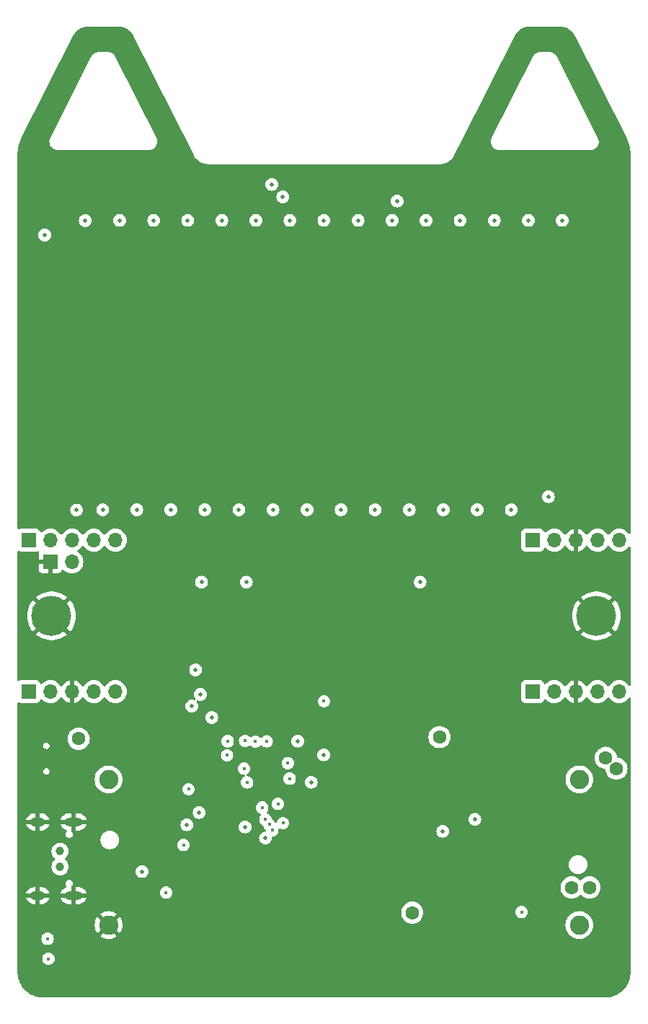
<source format=gbr>
%TF.GenerationSoftware,KiCad,Pcbnew,8.0.5*%
%TF.CreationDate,2025-08-16T16:19:27-04:00*%
%TF.ProjectId,TagTag,54616754-6167-42e6-9b69-6361645f7063,1.2*%
%TF.SameCoordinates,Original*%
%TF.FileFunction,Copper,L2,Inr*%
%TF.FilePolarity,Positive*%
%FSLAX46Y46*%
G04 Gerber Fmt 4.6, Leading zero omitted, Abs format (unit mm)*
G04 Created by KiCad (PCBNEW 8.0.5) date 2025-08-16 16:19:27*
%MOMM*%
%LPD*%
G01*
G04 APERTURE LIST*
%TA.AperFunction,ComponentPad*%
%ADD10C,4.700000*%
%TD*%
%TA.AperFunction,ComponentPad*%
%ADD11O,2.100000X1.000000*%
%TD*%
%TA.AperFunction,ComponentPad*%
%ADD12O,1.800000X1.000000*%
%TD*%
%TA.AperFunction,ComponentPad*%
%ADD13C,2.250000*%
%TD*%
%TA.AperFunction,ComponentPad*%
%ADD14R,1.700000X1.700000*%
%TD*%
%TA.AperFunction,ComponentPad*%
%ADD15O,1.700000X1.700000*%
%TD*%
%TA.AperFunction,ViaPad*%
%ADD16C,0.500000*%
%TD*%
%TA.AperFunction,ViaPad*%
%ADD17C,0.450000*%
%TD*%
%TA.AperFunction,ViaPad*%
%ADD18C,0.600000*%
%TD*%
%TA.AperFunction,ViaPad*%
%ADD19C,1.600000*%
%TD*%
%TA.AperFunction,ViaPad*%
%ADD20C,0.800000*%
%TD*%
%TA.AperFunction,ViaPad*%
%ADD21C,1.000000*%
%TD*%
G04 APERTURE END LIST*
D10*
%TO.N,GND*%
%TO.C,H7*%
X160000000Y-108200000D03*
%TD*%
%TO.N,GND*%
%TO.C,H8*%
X224000000Y-108200000D03*
%TD*%
D11*
%TO.N,GND*%
%TO.C,J1*%
X162584795Y-132399783D03*
X162584795Y-141039783D03*
D12*
X158384795Y-132399783D03*
X158384795Y-141039783D03*
%TD*%
D13*
%TO.N,Net-(SW8-B)*%
%TO.C,BT1*%
X166700000Y-127400000D03*
%TO.N,Net-(BT1-Pad-)*%
X222000000Y-127400000D03*
%TD*%
%TO.N,Net-(BT1-Pad-)*%
%TO.C,BT2*%
X221996238Y-144500000D03*
%TO.N,GND*%
X166696238Y-144500000D03*
%TD*%
D14*
%TO.N,/PI_A_3v3*%
%TO.C,WIS3*%
X157340445Y-99300000D03*
D15*
X159880445Y-99300000D03*
%TO.N,/DI_25*%
X162420445Y-99300000D03*
%TO.N,unconnected-(WIS3-Pin_4-Pad4)*%
X164960445Y-99300000D03*
%TO.N,+5V*%
X167500445Y-99300000D03*
%TD*%
D14*
%TO.N,/AN_ADC2*%
%TO.C,WIS4*%
X157340445Y-117090000D03*
D15*
%TO.N,/DI_25*%
X159880445Y-117090000D03*
%TO.N,GND*%
X162420445Y-117090000D03*
%TO.N,/DI_24*%
X164960445Y-117090000D03*
%TO.N,/DI_23*%
X167500445Y-117090000D03*
%TD*%
D14*
%TO.N,GND*%
%TO.C,J2*%
X159843375Y-101866875D03*
D15*
%TO.N,/DI_24*%
X162383375Y-101866875D03*
%TD*%
D14*
%TO.N,/DVI_12*%
%TO.C,WIS2*%
X216503970Y-117090000D03*
D15*
%TO.N,/DVI_13*%
X219043970Y-117090000D03*
%TO.N,GND*%
X221583970Y-117090000D03*
%TO.N,/DVI_14*%
X224123970Y-117090000D03*
%TO.N,/DVI_15*%
X226663970Y-117090000D03*
%TD*%
D14*
%TO.N,/DVI_19*%
%TO.C,WIS1*%
X216520341Y-99300000D03*
D15*
%TO.N,/DVI_18*%
X219060341Y-99300000D03*
%TO.N,GND*%
X221600341Y-99300000D03*
%TO.N,/DVI_17*%
X224140341Y-99300000D03*
%TO.N,/DVI_16*%
X226680341Y-99300000D03*
%TD*%
D16*
%TO.N,GND*%
X188722904Y-118186267D03*
X197961558Y-61742155D03*
X189928868Y-59557707D03*
X180942522Y-58741792D03*
X177961558Y-61742155D03*
D17*
X166984964Y-130366762D03*
D16*
X179246895Y-110383515D03*
X213156925Y-136949868D03*
X165931801Y-61765792D03*
D17*
X179109912Y-124120251D03*
X181987464Y-121407241D03*
X179131177Y-125717630D03*
D16*
X180781372Y-117579810D03*
X179307496Y-139998168D03*
D17*
X186467214Y-129091071D03*
X187805642Y-121810605D03*
X188906955Y-121363098D03*
D16*
X191974171Y-95717974D03*
X205961558Y-61742155D03*
X194277882Y-128424229D03*
X187974171Y-95717974D03*
X192007305Y-122842267D03*
X198930786Y-137065686D03*
X185961558Y-61742155D03*
X211974171Y-95717974D03*
D17*
X185335071Y-127936543D03*
X191120310Y-132303154D03*
D16*
X195974171Y-95717974D03*
D17*
X186452840Y-128020170D03*
D16*
X191967279Y-127737141D03*
D18*
X203875076Y-131664941D03*
D17*
X186467214Y-126791150D03*
X184145732Y-127941110D03*
D16*
X181961558Y-61742155D03*
D17*
X176794973Y-129341366D03*
D16*
X221961558Y-61742155D03*
X171974171Y-95717974D03*
X219241808Y-110418271D03*
X215735860Y-134796415D03*
X219974171Y-94416883D03*
D17*
X176011881Y-131819889D03*
D16*
X179974171Y-95717974D03*
X191669000Y-136339882D03*
X189961558Y-61742155D03*
X203974171Y-95717974D03*
D17*
X163020184Y-148478616D03*
D16*
X183974171Y-95717974D03*
X201961558Y-61742155D03*
X201803990Y-125801786D03*
D17*
X179109912Y-122585792D03*
X185295692Y-126776776D03*
D19*
X206765676Y-120114258D03*
D16*
X164768882Y-110374298D03*
D18*
X205959475Y-131701087D03*
D16*
X173961558Y-61742155D03*
X217945815Y-136961270D03*
X214438119Y-142194953D03*
D20*
X188785464Y-140755019D03*
D16*
X169961558Y-61742155D03*
D17*
X162968835Y-145270891D03*
X183511789Y-121391148D03*
D16*
X215745206Y-136961270D03*
X199239082Y-110389050D03*
D20*
X184792171Y-140755019D03*
D17*
X162968629Y-146868881D03*
D16*
X191957564Y-126181616D03*
X204775267Y-110409403D03*
X217945006Y-134807858D03*
X164002594Y-95717974D03*
D17*
X182725155Y-134505883D03*
X184266169Y-134505883D03*
X184145732Y-126769588D03*
D16*
X207974171Y-95717974D03*
X224727933Y-133785713D03*
X215974171Y-94416883D03*
X217961558Y-61742155D03*
D17*
X178991389Y-128529369D03*
D16*
X213145523Y-134783465D03*
X199974171Y-95717974D03*
X175974171Y-95717974D03*
X213961558Y-61742155D03*
X184760557Y-110374791D03*
D18*
X203863028Y-127267221D03*
D16*
X167974171Y-95717974D03*
D17*
X189832710Y-129559182D03*
X185302879Y-129112632D03*
X184124170Y-129127007D03*
X166121922Y-139261058D03*
D16*
X193961558Y-61742155D03*
X209961558Y-61742155D03*
D18*
X206826971Y-127303366D03*
D17*
%TO.N,+1V1*%
X187970698Y-127320171D03*
X182626266Y-126139149D03*
D19*
%TO.N,/PI_A_3v3*%
X205574715Y-122427598D03*
D17*
X175497496Y-135101424D03*
D16*
X190490972Y-127740155D03*
X177339875Y-131280862D03*
D17*
X180688097Y-122911336D03*
X173457000Y-140697993D03*
X180617096Y-124577127D03*
X182735071Y-122880042D03*
D16*
X170624597Y-138217487D03*
D17*
X176095512Y-128543069D03*
D16*
X185874434Y-57534898D03*
D17*
X159634756Y-148467078D03*
D16*
X185137381Y-134296372D03*
X177482469Y-117433298D03*
X182719340Y-132982489D03*
X191969120Y-124515191D03*
X175896147Y-132724590D03*
X188912809Y-122901229D03*
D21*
%TO.N,/PI_A_USB_PWR_IN*%
X160996319Y-137651307D03*
D17*
X159528803Y-146110209D03*
D19*
X223198278Y-140082185D03*
D21*
X160996319Y-135839166D03*
D19*
X221084042Y-140082185D03*
D17*
%TO.N,/PI_A_LED*%
X191999110Y-118218077D03*
X187197321Y-132536183D03*
D16*
%TO.N,Net-(D5-K)*%
X200584615Y-59487192D03*
X176932084Y-114538849D03*
%TO.N,/5V_PXL*%
X159199504Y-63481802D03*
X176476254Y-118797932D03*
D19*
%TO.N,+5V*%
X225101543Y-124870380D03*
D16*
X200000907Y-61762265D03*
X218354252Y-94206802D03*
X176000907Y-61762265D03*
X180000907Y-61762265D03*
X196000907Y-61762265D03*
D19*
X226353310Y-126122147D03*
D16*
X172000907Y-61762265D03*
X178013520Y-95738084D03*
X194013520Y-95738084D03*
X166013520Y-95738084D03*
X188000907Y-61762265D03*
X182013520Y-95738084D03*
X186013520Y-95738084D03*
X216000907Y-61762265D03*
X202013520Y-95738084D03*
X198013520Y-95738084D03*
X184000907Y-61762265D03*
X212000907Y-61762265D03*
X206013520Y-95738084D03*
X204000907Y-61762265D03*
X220000907Y-61762265D03*
X163971150Y-61785902D03*
X208000907Y-61762265D03*
X170013520Y-95738084D03*
X210013520Y-95738084D03*
X162940146Y-95792120D03*
X168000907Y-61762265D03*
X214013520Y-95738084D03*
X190013520Y-95738084D03*
X192000907Y-61762265D03*
X174013520Y-95738084D03*
D17*
%TO.N,/DO_IR_LED_PI*%
X187756376Y-125484227D03*
X186596532Y-130284738D03*
X185279315Y-122932434D03*
D16*
%TO.N,/DI_IRM_PI*%
X187169704Y-58995823D03*
D17*
X183943995Y-122954593D03*
D16*
%TO.N,+BATT*%
X205950581Y-133488847D03*
D19*
X202373113Y-143042329D03*
X163183999Y-122625168D03*
D16*
X209713531Y-132091847D03*
%TO.N,/DI_BTN_L_PI*%
X177614321Y-104250000D03*
D17*
X185124028Y-132096998D03*
D16*
%TO.N,/DI_BTN_R_PI*%
X182881514Y-104242058D03*
D17*
X185574028Y-132699990D03*
D16*
%TO.N,/DI_BTN_FIRE_PI*%
X203284587Y-104253622D03*
D17*
X185932453Y-133361179D03*
%TO.N,/AN_BATT_MEASURE_PI*%
X182976646Y-127753879D03*
X215221599Y-142974490D03*
%TO.N,/GPIO_PXL_PI*%
X184746570Y-130711445D03*
D16*
X178805646Y-120133961D03*
%TD*%
%TA.AperFunction,Conductor*%
%TO.N,GND*%
G36*
X167853385Y-39007254D02*
G01*
X167855618Y-39007293D01*
X167920734Y-39008436D01*
X167924975Y-39008586D01*
X167990825Y-39012056D01*
X167995097Y-39012356D01*
X168060480Y-39018101D01*
X168064702Y-39018546D01*
X168129609Y-39026541D01*
X168133816Y-39027135D01*
X168198091Y-39037332D01*
X168202329Y-39038080D01*
X168230333Y-39043525D01*
X168265994Y-39050459D01*
X168270181Y-39051349D01*
X168284682Y-39054692D01*
X168333227Y-39065887D01*
X168337306Y-39066901D01*
X168399699Y-39083575D01*
X168403736Y-39084729D01*
X168465366Y-39103493D01*
X168469389Y-39104793D01*
X168508803Y-39118288D01*
X168530178Y-39125606D01*
X168534170Y-39127050D01*
X168594099Y-39149888D01*
X168598013Y-39151456D01*
X168657111Y-39176322D01*
X168660932Y-39178007D01*
X168719082Y-39204844D01*
X168722852Y-39206663D01*
X168779997Y-39235436D01*
X168783698Y-39237380D01*
X168839816Y-39268073D01*
X168843466Y-39270151D01*
X168898447Y-39302699D01*
X168902031Y-39304903D01*
X168903918Y-39306109D01*
X168955906Y-39339324D01*
X168959418Y-39341653D01*
X169012092Y-39377887D01*
X169015504Y-39380321D01*
X169066924Y-39418333D01*
X169070278Y-39420901D01*
X169120460Y-39460712D01*
X169123700Y-39463375D01*
X169125366Y-39464792D01*
X169172484Y-39504864D01*
X169175654Y-39507655D01*
X169223069Y-39550858D01*
X169223085Y-39550872D01*
X169226172Y-39553783D01*
X169272141Y-39598642D01*
X169275136Y-39601666D01*
X169319640Y-39648182D01*
X169322531Y-39651309D01*
X169365518Y-39699452D01*
X169368279Y-39702654D01*
X169396369Y-39736385D01*
X169409677Y-39752367D01*
X169412364Y-39755710D01*
X169452108Y-39806942D01*
X169454684Y-39810385D01*
X169492767Y-39863157D01*
X169495232Y-39866700D01*
X169531581Y-39920953D01*
X169533925Y-39924588D01*
X169568498Y-39980298D01*
X169570705Y-39983997D01*
X169603462Y-40041155D01*
X169603469Y-40041167D01*
X169605565Y-40044978D01*
X169636980Y-40104546D01*
X169637978Y-40106481D01*
X176636091Y-53960185D01*
X176694417Y-54075648D01*
X176762244Y-54198976D01*
X176837857Y-54316214D01*
X176837867Y-54316227D01*
X176920829Y-54427093D01*
X176920834Y-54427099D01*
X176920837Y-54427103D01*
X176920839Y-54427105D01*
X177010771Y-54531392D01*
X177107233Y-54628815D01*
X177209808Y-54719119D01*
X177318075Y-54802045D01*
X177431618Y-54877336D01*
X177431629Y-54877342D01*
X177431631Y-54877344D01*
X177491582Y-54911470D01*
X177550016Y-54944734D01*
X177672851Y-55003981D01*
X177799704Y-55054820D01*
X177930157Y-55096993D01*
X177930164Y-55096994D01*
X177930168Y-55096996D01*
X177995787Y-55113322D01*
X178063790Y-55130243D01*
X178200185Y-55154312D01*
X178338924Y-55168942D01*
X178479587Y-55173876D01*
X205541783Y-55173876D01*
X205541789Y-55173876D01*
X205574348Y-55173304D01*
X205612342Y-55172637D01*
X205673687Y-55169403D01*
X205682452Y-55168942D01*
X205695392Y-55167804D01*
X205752081Y-55162824D01*
X205770330Y-55160576D01*
X205821190Y-55154312D01*
X205889707Y-55143441D01*
X205957586Y-55130243D01*
X206024773Y-55114750D01*
X206091219Y-55096993D01*
X206156869Y-55077006D01*
X206221671Y-55054820D01*
X206285574Y-55030468D01*
X206285575Y-55030467D01*
X206285587Y-55030463D01*
X206323428Y-55014540D01*
X206348524Y-55003981D01*
X206410470Y-54975392D01*
X206471359Y-54944734D01*
X206531138Y-54912038D01*
X206589756Y-54877336D01*
X206647160Y-54840661D01*
X206703298Y-54802045D01*
X206758117Y-54761521D01*
X206811565Y-54719119D01*
X206863590Y-54674874D01*
X206863594Y-54674870D01*
X206863605Y-54674861D01*
X206887682Y-54652921D01*
X206914139Y-54628815D01*
X206963160Y-54580978D01*
X207010601Y-54531392D01*
X207056409Y-54480090D01*
X207100532Y-54427105D01*
X207142918Y-54372469D01*
X207183514Y-54316214D01*
X207222268Y-54258372D01*
X207259127Y-54198976D01*
X207294040Y-54138057D01*
X207326953Y-54075648D01*
X207384808Y-53961117D01*
X208128877Y-52488133D01*
X211599782Y-52488133D01*
X211599782Y-52488145D01*
X211600437Y-52551149D01*
X211600439Y-52551190D01*
X211605059Y-52614047D01*
X211605061Y-52614065D01*
X211613642Y-52676574D01*
X211626172Y-52738529D01*
X211626173Y-52738535D01*
X211642655Y-52799773D01*
X211663062Y-52860032D01*
X211663063Y-52860033D01*
X211663066Y-52860042D01*
X211687405Y-52919184D01*
X211715663Y-52976998D01*
X211747832Y-53033289D01*
X211747837Y-53033297D01*
X211747851Y-53033321D01*
X211747853Y-53033324D01*
X211765292Y-53060668D01*
X211765301Y-53060681D01*
X211783572Y-53087384D01*
X211802624Y-53113386D01*
X211822434Y-53138675D01*
X211842984Y-53163239D01*
X211864250Y-53187066D01*
X211886212Y-53210145D01*
X211908849Y-53232464D01*
X211956063Y-53274775D01*
X211997294Y-53307260D01*
X212005715Y-53313896D01*
X212005718Y-53313898D01*
X212005723Y-53313902D01*
X212005732Y-53313908D01*
X212057653Y-53349749D01*
X212057655Y-53349750D01*
X212057658Y-53349752D01*
X212111700Y-53382230D01*
X212167679Y-53411242D01*
X212225426Y-53436692D01*
X212284772Y-53458487D01*
X212331878Y-53472472D01*
X212345529Y-53476526D01*
X212345535Y-53476527D01*
X212345547Y-53476531D01*
X212376418Y-53484117D01*
X212376436Y-53484121D01*
X212376445Y-53484123D01*
X212402031Y-53489552D01*
X212407582Y-53490730D01*
X212439020Y-53496358D01*
X212470708Y-53500989D01*
X212502627Y-53504612D01*
X212534756Y-53507214D01*
X212567072Y-53508784D01*
X212599555Y-53509310D01*
X212599572Y-53509310D01*
X223277778Y-53509310D01*
X223277782Y-53509310D01*
X223284274Y-53509099D01*
X223342579Y-53507214D01*
X223406629Y-53500989D01*
X223406641Y-53500987D01*
X223406644Y-53500987D01*
X223435217Y-53496343D01*
X223469756Y-53490730D01*
X223531793Y-53476531D01*
X223592569Y-53458487D01*
X223651916Y-53436692D01*
X223709664Y-53411242D01*
X223765644Y-53382230D01*
X223819687Y-53349752D01*
X223871622Y-53313902D01*
X223921281Y-53274775D01*
X223968495Y-53232464D01*
X224013094Y-53187066D01*
X224054909Y-53138675D01*
X224093770Y-53087384D01*
X224129508Y-53033289D01*
X224161679Y-52976998D01*
X224189938Y-52919184D01*
X224214279Y-52860042D01*
X224234692Y-52799764D01*
X224251169Y-52738545D01*
X224263703Y-52676578D01*
X224272285Y-52614058D01*
X224276908Y-52551177D01*
X224277563Y-52488131D01*
X224274242Y-52425112D01*
X224266936Y-52362314D01*
X224255639Y-52299932D01*
X224246696Y-52263820D01*
X224240345Y-52238173D01*
X224240339Y-52238151D01*
X224221034Y-52177188D01*
X224221032Y-52177184D01*
X224197711Y-52117212D01*
X224170364Y-52058428D01*
X224170357Y-52058412D01*
X219370472Y-42556392D01*
X219370464Y-42556378D01*
X219370452Y-42556353D01*
X219353996Y-42525149D01*
X219336539Y-42494690D01*
X219318110Y-42464992D01*
X219298733Y-42436071D01*
X219297287Y-42434067D01*
X219278440Y-42407950D01*
X219271488Y-42398989D01*
X219257242Y-42380626D01*
X219235181Y-42354134D01*
X219220086Y-42337228D01*
X219212282Y-42328488D01*
X219188563Y-42303698D01*
X219188556Y-42303691D01*
X219164046Y-42279772D01*
X219151186Y-42268055D01*
X219138775Y-42256746D01*
X219112760Y-42234620D01*
X219086036Y-42213421D01*
X219058626Y-42193157D01*
X219030559Y-42173852D01*
X219030556Y-42173850D01*
X219001854Y-42155512D01*
X218972545Y-42138162D01*
X218942655Y-42121814D01*
X218912211Y-42106484D01*
X218912207Y-42106482D01*
X218912203Y-42106480D01*
X218881226Y-42092184D01*
X218849782Y-42078954D01*
X218839044Y-42074862D01*
X218817812Y-42066771D01*
X218794173Y-42058677D01*
X218785400Y-42055674D01*
X218767191Y-42050130D01*
X218752586Y-42045684D01*
X218742221Y-42042914D01*
X218719378Y-42036809D01*
X218685772Y-42029059D01*
X218651805Y-42022455D01*
X218617596Y-42017028D01*
X218617577Y-42017025D01*
X218617573Y-42017025D01*
X218609388Y-42016016D01*
X218583002Y-42012766D01*
X218548209Y-42009710D01*
X218513149Y-42007861D01*
X218477869Y-42007242D01*
X217399474Y-42007235D01*
X217399473Y-42007235D01*
X217399470Y-42007235D01*
X217387508Y-42007654D01*
X217329148Y-42009701D01*
X217329120Y-42009703D01*
X217259782Y-42017015D01*
X217259771Y-42017016D01*
X217191578Y-42029051D01*
X217191553Y-42029056D01*
X217124757Y-42045676D01*
X217124753Y-42045677D01*
X217059550Y-42066755D01*
X217059516Y-42066768D01*
X216996108Y-42092180D01*
X216934690Y-42121804D01*
X216934679Y-42121810D01*
X216875499Y-42155498D01*
X216818713Y-42193152D01*
X216789921Y-42215205D01*
X216764581Y-42234614D01*
X216764579Y-42234616D01*
X216764566Y-42234626D01*
X216713317Y-42279745D01*
X216713289Y-42279772D01*
X216665057Y-42328484D01*
X216620101Y-42380614D01*
X216578608Y-42436062D01*
X216578607Y-42436063D01*
X216540809Y-42494669D01*
X216540794Y-42494695D01*
X216506877Y-42556366D01*
X211706983Y-52058413D01*
X211679642Y-52117188D01*
X211679631Y-52117212D01*
X211663979Y-52157462D01*
X211656304Y-52177200D01*
X211637003Y-52238158D01*
X211621707Y-52299924D01*
X211616554Y-52328381D01*
X211610409Y-52362314D01*
X211610408Y-52362322D01*
X211610407Y-52362328D01*
X211603104Y-52425106D01*
X211603103Y-52425123D01*
X211599782Y-52488133D01*
X208128877Y-52488133D01*
X214382926Y-40107406D01*
X214384930Y-40103602D01*
X214449646Y-39985930D01*
X214454075Y-39978506D01*
X214491208Y-39920931D01*
X214525013Y-39868516D01*
X214529931Y-39861445D01*
X214529936Y-39861439D01*
X214570721Y-39806937D01*
X214607762Y-39757440D01*
X214613130Y-39750761D01*
X214697477Y-39652949D01*
X214703237Y-39646716D01*
X214793745Y-39555306D01*
X214799899Y-39549502D01*
X214896140Y-39464774D01*
X214902637Y-39459436D01*
X215004226Y-39381625D01*
X215011062Y-39376749D01*
X215117626Y-39306085D01*
X215124736Y-39301711D01*
X215235851Y-39238459D01*
X215243274Y-39234561D01*
X215358547Y-39178961D01*
X215366252Y-39175564D01*
X215485269Y-39127864D01*
X215493194Y-39124998D01*
X215615610Y-39085423D01*
X215623778Y-39083090D01*
X215749121Y-39051903D01*
X215757496Y-39050124D01*
X215885434Y-39027547D01*
X215893950Y-39026348D01*
X216024115Y-39012622D01*
X216032719Y-39012017D01*
X216163606Y-39007426D01*
X216166908Y-39007311D01*
X216171254Y-39007235D01*
X219707179Y-39007235D01*
X219709355Y-39007254D01*
X219710427Y-39007272D01*
X219776700Y-39008436D01*
X219780949Y-39008586D01*
X219846802Y-39012056D01*
X219851058Y-39012355D01*
X219916450Y-39018101D01*
X219920671Y-39018546D01*
X219985578Y-39026541D01*
X219989786Y-39027135D01*
X220054072Y-39037333D01*
X220058297Y-39038079D01*
X220121993Y-39050465D01*
X220126115Y-39051340D01*
X220189184Y-39065884D01*
X220193311Y-39066911D01*
X220205375Y-39070134D01*
X220255652Y-39083571D01*
X220259738Y-39084739D01*
X220321333Y-39103493D01*
X220325378Y-39104801D01*
X220386137Y-39125602D01*
X220390110Y-39127038D01*
X220450089Y-39149895D01*
X220453983Y-39151456D01*
X220513081Y-39176322D01*
X220516902Y-39178007D01*
X220575052Y-39204844D01*
X220578845Y-39206674D01*
X220635981Y-39235443D01*
X220639644Y-39237366D01*
X220695762Y-39268059D01*
X220699427Y-39270146D01*
X220754429Y-39302707D01*
X220758022Y-39304917D01*
X220811876Y-39339324D01*
X220815361Y-39341635D01*
X220868067Y-39377891D01*
X220871467Y-39380317D01*
X220922898Y-39418336D01*
X220926249Y-39420901D01*
X220976431Y-39460712D01*
X220979671Y-39463375D01*
X220981337Y-39464792D01*
X221028455Y-39504864D01*
X221031597Y-39507629D01*
X221079056Y-39550872D01*
X221082128Y-39553770D01*
X221128126Y-39598658D01*
X221131119Y-39601681D01*
X221175609Y-39648182D01*
X221178501Y-39651309D01*
X221221488Y-39699452D01*
X221224267Y-39702676D01*
X221265650Y-39752371D01*
X221268337Y-39755713D01*
X221308076Y-39806937D01*
X221310654Y-39810382D01*
X221348748Y-39863170D01*
X221351212Y-39866713D01*
X221387537Y-39920931D01*
X221389883Y-39924567D01*
X221424479Y-39980317D01*
X221426683Y-39984013D01*
X221459454Y-40041194D01*
X221461531Y-40044970D01*
X221492950Y-40104547D01*
X221493948Y-40106481D01*
X227580604Y-52155834D01*
X227581399Y-52157436D01*
X227620706Y-52238170D01*
X227631592Y-52260528D01*
X227633128Y-52263803D01*
X227679834Y-52367342D01*
X227679842Y-52367358D01*
X227681273Y-52370660D01*
X227703926Y-52425072D01*
X227724868Y-52475378D01*
X227726212Y-52478744D01*
X227729805Y-52488139D01*
X227753899Y-52551149D01*
X227766677Y-52584563D01*
X227767922Y-52587968D01*
X227805258Y-52694871D01*
X227806401Y-52698305D01*
X227840563Y-52806133D01*
X227841605Y-52809596D01*
X227872598Y-52918339D01*
X227873539Y-52921834D01*
X227901343Y-53031428D01*
X227902181Y-53034946D01*
X227926769Y-53145265D01*
X227927505Y-53148806D01*
X227948881Y-53259880D01*
X227949513Y-53263444D01*
X227967645Y-53375135D01*
X227968172Y-53378716D01*
X227983036Y-53490888D01*
X227983460Y-53494487D01*
X227995058Y-53607221D01*
X227995376Y-53610833D01*
X228003678Y-53723924D01*
X228003891Y-53727549D01*
X228008885Y-53840994D01*
X228008992Y-53844627D01*
X228010675Y-53959297D01*
X228010688Y-53961117D01*
X228010688Y-98452129D01*
X227991003Y-98519168D01*
X227938199Y-98564923D01*
X227869041Y-98574867D01*
X227805485Y-98545842D01*
X227785113Y-98523252D01*
X227718835Y-98428597D01*
X227551743Y-98261506D01*
X227551736Y-98261501D01*
X227358175Y-98125967D01*
X227358171Y-98125965D01*
X227358169Y-98125964D01*
X227144004Y-98026097D01*
X227144000Y-98026096D01*
X227143996Y-98026094D01*
X226915754Y-97964938D01*
X226915744Y-97964936D01*
X226680342Y-97944341D01*
X226680340Y-97944341D01*
X226444937Y-97964936D01*
X226444927Y-97964938D01*
X226216685Y-98026094D01*
X226216676Y-98026098D01*
X226002512Y-98125964D01*
X226002510Y-98125965D01*
X225808938Y-98261505D01*
X225641846Y-98428597D01*
X225511916Y-98614158D01*
X225457339Y-98657783D01*
X225387841Y-98664977D01*
X225325486Y-98633454D01*
X225308766Y-98614158D01*
X225178835Y-98428597D01*
X225011743Y-98261506D01*
X225011736Y-98261501D01*
X224818175Y-98125967D01*
X224818171Y-98125965D01*
X224818169Y-98125964D01*
X224604004Y-98026097D01*
X224604000Y-98026096D01*
X224603996Y-98026094D01*
X224375754Y-97964938D01*
X224375744Y-97964936D01*
X224140342Y-97944341D01*
X224140340Y-97944341D01*
X223904937Y-97964936D01*
X223904927Y-97964938D01*
X223676685Y-98026094D01*
X223676676Y-98026098D01*
X223462512Y-98125964D01*
X223462510Y-98125965D01*
X223268938Y-98261505D01*
X223101849Y-98428594D01*
X222971610Y-98614595D01*
X222917033Y-98658219D01*
X222847534Y-98665412D01*
X222785180Y-98633890D01*
X222768460Y-98614594D01*
X222638454Y-98428926D01*
X222638449Y-98428920D01*
X222471423Y-98261894D01*
X222277919Y-98126399D01*
X222063833Y-98026570D01*
X222063827Y-98026567D01*
X221850341Y-97969364D01*
X221850341Y-98866988D01*
X221793334Y-98834075D01*
X221666167Y-98800000D01*
X221534515Y-98800000D01*
X221407348Y-98834075D01*
X221350341Y-98866988D01*
X221350341Y-97969364D01*
X221350340Y-97969364D01*
X221136854Y-98026567D01*
X221136848Y-98026570D01*
X220922763Y-98126399D01*
X220922761Y-98126400D01*
X220729267Y-98261886D01*
X220729261Y-98261891D01*
X220562232Y-98428920D01*
X220562231Y-98428922D01*
X220432221Y-98614595D01*
X220377644Y-98658219D01*
X220308145Y-98665412D01*
X220245791Y-98633890D01*
X220229071Y-98614594D01*
X220098835Y-98428597D01*
X219931743Y-98261506D01*
X219931736Y-98261501D01*
X219738175Y-98125967D01*
X219738171Y-98125965D01*
X219738169Y-98125964D01*
X219524004Y-98026097D01*
X219524000Y-98026096D01*
X219523996Y-98026094D01*
X219295754Y-97964938D01*
X219295744Y-97964936D01*
X219060342Y-97944341D01*
X219060340Y-97944341D01*
X218824937Y-97964936D01*
X218824927Y-97964938D01*
X218596685Y-98026094D01*
X218596676Y-98026098D01*
X218382512Y-98125964D01*
X218382510Y-98125965D01*
X218188941Y-98261503D01*
X218067014Y-98383430D01*
X218005691Y-98416914D01*
X217935999Y-98411930D01*
X217880066Y-98370058D01*
X217863151Y-98339081D01*
X217814138Y-98207671D01*
X217814134Y-98207664D01*
X217727888Y-98092455D01*
X217727885Y-98092452D01*
X217612676Y-98006206D01*
X217612669Y-98006202D01*
X217477823Y-97955908D01*
X217477824Y-97955908D01*
X217418224Y-97949501D01*
X217418222Y-97949500D01*
X217418214Y-97949500D01*
X217418205Y-97949500D01*
X215622470Y-97949500D01*
X215622464Y-97949501D01*
X215562857Y-97955908D01*
X215428012Y-98006202D01*
X215428005Y-98006206D01*
X215312796Y-98092452D01*
X215312793Y-98092455D01*
X215226547Y-98207664D01*
X215226543Y-98207671D01*
X215176249Y-98342517D01*
X215169842Y-98402116D01*
X215169841Y-98402135D01*
X215169841Y-100197870D01*
X215169842Y-100197876D01*
X215176249Y-100257483D01*
X215226543Y-100392328D01*
X215226547Y-100392335D01*
X215312793Y-100507544D01*
X215312796Y-100507547D01*
X215428005Y-100593793D01*
X215428012Y-100593797D01*
X215562858Y-100644091D01*
X215562857Y-100644091D01*
X215569785Y-100644835D01*
X215622468Y-100650500D01*
X217418213Y-100650499D01*
X217477824Y-100644091D01*
X217612672Y-100593796D01*
X217727887Y-100507546D01*
X217814137Y-100392331D01*
X217863151Y-100260916D01*
X217905022Y-100204984D01*
X217970486Y-100180566D01*
X218038759Y-100195417D01*
X218067014Y-100216569D01*
X218188940Y-100338495D01*
X218285725Y-100406265D01*
X218382506Y-100474032D01*
X218382508Y-100474033D01*
X218382511Y-100474035D01*
X218596678Y-100573903D01*
X218824933Y-100635063D01*
X219001375Y-100650500D01*
X219060340Y-100655659D01*
X219060341Y-100655659D01*
X219060342Y-100655659D01*
X219119307Y-100650500D01*
X219295749Y-100635063D01*
X219524004Y-100573903D01*
X219738171Y-100474035D01*
X219931742Y-100338495D01*
X220098836Y-100171401D01*
X220229071Y-99985405D01*
X220283648Y-99941781D01*
X220353146Y-99934587D01*
X220415501Y-99966110D01*
X220432220Y-99985405D01*
X220562231Y-100171078D01*
X220729258Y-100338105D01*
X220922762Y-100473600D01*
X221136848Y-100573429D01*
X221136857Y-100573433D01*
X221350341Y-100630634D01*
X221350341Y-99733012D01*
X221407348Y-99765925D01*
X221534515Y-99800000D01*
X221666167Y-99800000D01*
X221793334Y-99765925D01*
X221850341Y-99733012D01*
X221850341Y-100630633D01*
X222063824Y-100573433D01*
X222063833Y-100573429D01*
X222277919Y-100473600D01*
X222471423Y-100338105D01*
X222638446Y-100171082D01*
X222768460Y-99985405D01*
X222823037Y-99941781D01*
X222892536Y-99934588D01*
X222954890Y-99966110D01*
X222971610Y-99985405D01*
X223101846Y-100171401D01*
X223268940Y-100338495D01*
X223365725Y-100406265D01*
X223462506Y-100474032D01*
X223462508Y-100474033D01*
X223462511Y-100474035D01*
X223676678Y-100573903D01*
X223904933Y-100635063D01*
X224081375Y-100650500D01*
X224140340Y-100655659D01*
X224140341Y-100655659D01*
X224140342Y-100655659D01*
X224199307Y-100650500D01*
X224375749Y-100635063D01*
X224604004Y-100573903D01*
X224818171Y-100474035D01*
X225011742Y-100338495D01*
X225178836Y-100171401D01*
X225308766Y-99985842D01*
X225363343Y-99942217D01*
X225432841Y-99935023D01*
X225495196Y-99966546D01*
X225511916Y-99985842D01*
X225641841Y-100171395D01*
X225641846Y-100171401D01*
X225808940Y-100338495D01*
X225905725Y-100406265D01*
X226002506Y-100474032D01*
X226002508Y-100474033D01*
X226002511Y-100474035D01*
X226216678Y-100573903D01*
X226444933Y-100635063D01*
X226621375Y-100650500D01*
X226680340Y-100655659D01*
X226680341Y-100655659D01*
X226680342Y-100655659D01*
X226739307Y-100650500D01*
X226915749Y-100635063D01*
X227144004Y-100573903D01*
X227358171Y-100474035D01*
X227551742Y-100338495D01*
X227718836Y-100171401D01*
X227785113Y-100076748D01*
X227839690Y-100033123D01*
X227909188Y-100025929D01*
X227971543Y-100057452D01*
X228006957Y-100117682D01*
X228010688Y-100147871D01*
X228010688Y-116265509D01*
X227991003Y-116332548D01*
X227938199Y-116378303D01*
X227869041Y-116388247D01*
X227805485Y-116359222D01*
X227785113Y-116336632D01*
X227702464Y-116218597D01*
X227535372Y-116051506D01*
X227535365Y-116051501D01*
X227341804Y-115915967D01*
X227341800Y-115915965D01*
X227341798Y-115915964D01*
X227127633Y-115816097D01*
X227127629Y-115816096D01*
X227127625Y-115816094D01*
X226899383Y-115754938D01*
X226899373Y-115754936D01*
X226663971Y-115734341D01*
X226663969Y-115734341D01*
X226428566Y-115754936D01*
X226428556Y-115754938D01*
X226200314Y-115816094D01*
X226200305Y-115816098D01*
X225986141Y-115915964D01*
X225986139Y-115915965D01*
X225792567Y-116051505D01*
X225625475Y-116218597D01*
X225495545Y-116404158D01*
X225440968Y-116447783D01*
X225371470Y-116454977D01*
X225309115Y-116423454D01*
X225292395Y-116404158D01*
X225162464Y-116218597D01*
X224995372Y-116051506D01*
X224995365Y-116051501D01*
X224801804Y-115915967D01*
X224801800Y-115915965D01*
X224801798Y-115915964D01*
X224587633Y-115816097D01*
X224587629Y-115816096D01*
X224587625Y-115816094D01*
X224359383Y-115754938D01*
X224359373Y-115754936D01*
X224123971Y-115734341D01*
X224123969Y-115734341D01*
X223888566Y-115754936D01*
X223888556Y-115754938D01*
X223660314Y-115816094D01*
X223660305Y-115816098D01*
X223446141Y-115915964D01*
X223446139Y-115915965D01*
X223252567Y-116051505D01*
X223085478Y-116218594D01*
X222955239Y-116404595D01*
X222900662Y-116448219D01*
X222831163Y-116455412D01*
X222768809Y-116423890D01*
X222752089Y-116404594D01*
X222622083Y-116218926D01*
X222622078Y-116218920D01*
X222455052Y-116051894D01*
X222261548Y-115916399D01*
X222047462Y-115816570D01*
X222047456Y-115816567D01*
X221833970Y-115759364D01*
X221833970Y-116656988D01*
X221776963Y-116624075D01*
X221649796Y-116590000D01*
X221518144Y-116590000D01*
X221390977Y-116624075D01*
X221333970Y-116656988D01*
X221333970Y-115759364D01*
X221333969Y-115759364D01*
X221120483Y-115816567D01*
X221120477Y-115816570D01*
X220906392Y-115916399D01*
X220906390Y-115916400D01*
X220712896Y-116051886D01*
X220712890Y-116051891D01*
X220545861Y-116218920D01*
X220545860Y-116218922D01*
X220415850Y-116404595D01*
X220361273Y-116448219D01*
X220291774Y-116455412D01*
X220229420Y-116423890D01*
X220212700Y-116404594D01*
X220082464Y-116218597D01*
X219915372Y-116051506D01*
X219915365Y-116051501D01*
X219721804Y-115915967D01*
X219721800Y-115915965D01*
X219721798Y-115915964D01*
X219507633Y-115816097D01*
X219507629Y-115816096D01*
X219507625Y-115816094D01*
X219279383Y-115754938D01*
X219279373Y-115754936D01*
X219043971Y-115734341D01*
X219043969Y-115734341D01*
X218808566Y-115754936D01*
X218808556Y-115754938D01*
X218580314Y-115816094D01*
X218580305Y-115816098D01*
X218366141Y-115915964D01*
X218366139Y-115915965D01*
X218172570Y-116051503D01*
X218050643Y-116173430D01*
X217989320Y-116206914D01*
X217919628Y-116201930D01*
X217863695Y-116160058D01*
X217846780Y-116129081D01*
X217797767Y-115997671D01*
X217797763Y-115997664D01*
X217711517Y-115882455D01*
X217711514Y-115882452D01*
X217596305Y-115796206D01*
X217596298Y-115796202D01*
X217461452Y-115745908D01*
X217461453Y-115745908D01*
X217401853Y-115739501D01*
X217401851Y-115739500D01*
X217401843Y-115739500D01*
X217401834Y-115739500D01*
X215606099Y-115739500D01*
X215606093Y-115739501D01*
X215546486Y-115745908D01*
X215411641Y-115796202D01*
X215411634Y-115796206D01*
X215296425Y-115882452D01*
X215296422Y-115882455D01*
X215210176Y-115997664D01*
X215210172Y-115997671D01*
X215159878Y-116132517D01*
X215153471Y-116192116D01*
X215153470Y-116192135D01*
X215153470Y-117987870D01*
X215153471Y-117987876D01*
X215159878Y-118047483D01*
X215210172Y-118182328D01*
X215210176Y-118182335D01*
X215296422Y-118297544D01*
X215296425Y-118297547D01*
X215411634Y-118383793D01*
X215411641Y-118383797D01*
X215546487Y-118434091D01*
X215546486Y-118434091D01*
X215553414Y-118434835D01*
X215606097Y-118440500D01*
X217401842Y-118440499D01*
X217461453Y-118434091D01*
X217596301Y-118383796D01*
X217711516Y-118297546D01*
X217797766Y-118182331D01*
X217846780Y-118050916D01*
X217888651Y-117994984D01*
X217954115Y-117970566D01*
X218022388Y-117985417D01*
X218050643Y-118006569D01*
X218172569Y-118128495D01*
X218258332Y-118188547D01*
X218366135Y-118264032D01*
X218366137Y-118264033D01*
X218366140Y-118264035D01*
X218580307Y-118363903D01*
X218808562Y-118425063D01*
X218985004Y-118440500D01*
X219043969Y-118445659D01*
X219043970Y-118445659D01*
X219043971Y-118445659D01*
X219102936Y-118440500D01*
X219279378Y-118425063D01*
X219507633Y-118363903D01*
X219721800Y-118264035D01*
X219915371Y-118128495D01*
X220082465Y-117961401D01*
X220212700Y-117775405D01*
X220267277Y-117731781D01*
X220336775Y-117724587D01*
X220399130Y-117756110D01*
X220415849Y-117775405D01*
X220545860Y-117961078D01*
X220712887Y-118128105D01*
X220906391Y-118263600D01*
X221120477Y-118363429D01*
X221120486Y-118363433D01*
X221333970Y-118420634D01*
X221333970Y-117523012D01*
X221390977Y-117555925D01*
X221518144Y-117590000D01*
X221649796Y-117590000D01*
X221776963Y-117555925D01*
X221833970Y-117523012D01*
X221833970Y-118420633D01*
X222047453Y-118363433D01*
X222047462Y-118363429D01*
X222261548Y-118263600D01*
X222455052Y-118128105D01*
X222622075Y-117961082D01*
X222752089Y-117775405D01*
X222806666Y-117731781D01*
X222876165Y-117724588D01*
X222938519Y-117756110D01*
X222955239Y-117775405D01*
X223085475Y-117961401D01*
X223252569Y-118128495D01*
X223338332Y-118188547D01*
X223446135Y-118264032D01*
X223446137Y-118264033D01*
X223446140Y-118264035D01*
X223660307Y-118363903D01*
X223888562Y-118425063D01*
X224065004Y-118440500D01*
X224123969Y-118445659D01*
X224123970Y-118445659D01*
X224123971Y-118445659D01*
X224182936Y-118440500D01*
X224359378Y-118425063D01*
X224587633Y-118363903D01*
X224801800Y-118264035D01*
X224995371Y-118128495D01*
X225162465Y-117961401D01*
X225292395Y-117775842D01*
X225346972Y-117732217D01*
X225416470Y-117725023D01*
X225478825Y-117756546D01*
X225495545Y-117775842D01*
X225625470Y-117961395D01*
X225625475Y-117961401D01*
X225792569Y-118128495D01*
X225878332Y-118188547D01*
X225986135Y-118264032D01*
X225986137Y-118264033D01*
X225986140Y-118264035D01*
X226200307Y-118363903D01*
X226428562Y-118425063D01*
X226605004Y-118440500D01*
X226663969Y-118445659D01*
X226663970Y-118445659D01*
X226663971Y-118445659D01*
X226722936Y-118440500D01*
X226899378Y-118425063D01*
X227127633Y-118363903D01*
X227341800Y-118264035D01*
X227535371Y-118128495D01*
X227702465Y-117961401D01*
X227785113Y-117843368D01*
X227839690Y-117799743D01*
X227909188Y-117792550D01*
X227971543Y-117824072D01*
X228006957Y-117884302D01*
X228010688Y-117914491D01*
X228010688Y-150005693D01*
X228010648Y-150008828D01*
X228006863Y-150158480D01*
X228006546Y-150164748D01*
X227995435Y-150310852D01*
X227994803Y-150317081D01*
X227976512Y-150461020D01*
X227975570Y-150467187D01*
X227950282Y-150608792D01*
X227949037Y-150614879D01*
X227916932Y-150753981D01*
X227915392Y-150759968D01*
X227876647Y-150896409D01*
X227874821Y-150902280D01*
X227829629Y-151035839D01*
X227827528Y-151041579D01*
X227776047Y-151172146D01*
X227773680Y-151177744D01*
X227716095Y-151305118D01*
X227713471Y-151310563D01*
X227649971Y-151434545D01*
X227647102Y-151439828D01*
X227577850Y-151560268D01*
X227574743Y-151565382D01*
X227499946Y-151682053D01*
X227496611Y-151686990D01*
X227416406Y-151799779D01*
X227412848Y-151804536D01*
X227327464Y-151913188D01*
X227323693Y-151917758D01*
X227233276Y-152022139D01*
X227229297Y-152026517D01*
X227134045Y-152126423D01*
X227129864Y-152130604D01*
X227029948Y-152225865D01*
X227025569Y-152229844D01*
X226921208Y-152320243D01*
X226916639Y-152324014D01*
X226807964Y-152409416D01*
X226803207Y-152412973D01*
X226690445Y-152493160D01*
X226685508Y-152496495D01*
X226568815Y-152571307D01*
X226563700Y-152574415D01*
X226443278Y-152643655D01*
X226437996Y-152646524D01*
X226313997Y-152710033D01*
X226308551Y-152712657D01*
X226181186Y-152770237D01*
X226175588Y-152772604D01*
X226045026Y-152824082D01*
X226039287Y-152826183D01*
X225905721Y-152871377D01*
X225899850Y-152873203D01*
X225763405Y-152911949D01*
X225757418Y-152913489D01*
X225618325Y-152945591D01*
X225612239Y-152946836D01*
X225470625Y-152972126D01*
X225464455Y-152973068D01*
X225320524Y-152991356D01*
X225314296Y-152991988D01*
X225168190Y-153003098D01*
X225161922Y-153003415D01*
X225012270Y-153007199D01*
X225009136Y-153007239D01*
X159012240Y-153007243D01*
X159009106Y-153007203D01*
X158859452Y-153003419D01*
X158853184Y-153003102D01*
X158707081Y-152991992D01*
X158700852Y-152991360D01*
X158556916Y-152973070D01*
X158550748Y-152972128D01*
X158409136Y-152946839D01*
X158403057Y-152945595D01*
X158333455Y-152929532D01*
X158263962Y-152913493D01*
X158257975Y-152911953D01*
X158121519Y-152873203D01*
X158115649Y-152871377D01*
X157982094Y-152826187D01*
X157976353Y-152824086D01*
X157845787Y-152772605D01*
X157840189Y-152770238D01*
X157712814Y-152712653D01*
X157707370Y-152710029D01*
X157583378Y-152646524D01*
X157578095Y-152643655D01*
X157522877Y-152611906D01*
X157457658Y-152574405D01*
X157452558Y-152571307D01*
X157335865Y-152496495D01*
X157330940Y-152493169D01*
X157218124Y-152412943D01*
X157213424Y-152409428D01*
X157104734Y-152324014D01*
X157100174Y-152320251D01*
X156995792Y-152229833D01*
X156991414Y-152225854D01*
X156891508Y-152130602D01*
X156887327Y-152126421D01*
X156792066Y-152026505D01*
X156788087Y-152022126D01*
X156697690Y-151917768D01*
X156693918Y-151913198D01*
X156608512Y-151804516D01*
X156604956Y-151799760D01*
X156524771Y-151687001D01*
X156521435Y-151682063D01*
X156446624Y-151565369D01*
X156443517Y-151560255D01*
X156374276Y-151439833D01*
X156371407Y-151434550D01*
X156307902Y-151310558D01*
X156305278Y-151305114D01*
X156247693Y-151177740D01*
X156245326Y-151172142D01*
X156193845Y-151041575D01*
X156191749Y-151035848D01*
X156146540Y-150902237D01*
X156144734Y-150896431D01*
X156105973Y-150759933D01*
X156104449Y-150754007D01*
X156072329Y-150614840D01*
X156071096Y-150608814D01*
X156045803Y-150467180D01*
X156044861Y-150461012D01*
X156026571Y-150317076D01*
X156025939Y-150310847D01*
X156014828Y-150164726D01*
X156014512Y-150158495D01*
X156010728Y-150008822D01*
X156010688Y-150005688D01*
X156010688Y-148467074D01*
X158904665Y-148467074D01*
X158904665Y-148467081D01*
X158922968Y-148629533D01*
X158976966Y-148783852D01*
X158976967Y-148783853D01*
X159063948Y-148922282D01*
X159179552Y-149037886D01*
X159317981Y-149124867D01*
X159472295Y-149178864D01*
X159472298Y-149178864D01*
X159472300Y-149178865D01*
X159634752Y-149197169D01*
X159634756Y-149197169D01*
X159634760Y-149197169D01*
X159797211Y-149178865D01*
X159797212Y-149178864D01*
X159797217Y-149178864D01*
X159951531Y-149124867D01*
X160089960Y-149037886D01*
X160205564Y-148922282D01*
X160292545Y-148783853D01*
X160346542Y-148629539D01*
X160364847Y-148467078D01*
X160346542Y-148304617D01*
X160292545Y-148150303D01*
X160205564Y-148011874D01*
X160089960Y-147896270D01*
X159951530Y-147809288D01*
X159797211Y-147755290D01*
X159634760Y-147736987D01*
X159634752Y-147736987D01*
X159472300Y-147755290D01*
X159317981Y-147809288D01*
X159179551Y-147896270D01*
X159063948Y-148011873D01*
X158976966Y-148150303D01*
X158922968Y-148304622D01*
X158904665Y-148467074D01*
X156010688Y-148467074D01*
X156010688Y-146110205D01*
X158798712Y-146110205D01*
X158798712Y-146110212D01*
X158817015Y-146272664D01*
X158871013Y-146426983D01*
X158871014Y-146426984D01*
X158957995Y-146565413D01*
X159073599Y-146681017D01*
X159212028Y-146767998D01*
X159366342Y-146821995D01*
X159366345Y-146821995D01*
X159366347Y-146821996D01*
X159528799Y-146840300D01*
X159528803Y-146840300D01*
X159528807Y-146840300D01*
X159691258Y-146821996D01*
X159691259Y-146821995D01*
X159691264Y-146821995D01*
X159845578Y-146767998D01*
X159984007Y-146681017D01*
X160099611Y-146565413D01*
X160186592Y-146426984D01*
X160240589Y-146272670D01*
X160256605Y-146130525D01*
X160258894Y-146110212D01*
X160258894Y-146110205D01*
X160240590Y-145947753D01*
X160240589Y-145947751D01*
X160240589Y-145947748D01*
X160186592Y-145793434D01*
X160099611Y-145655005D01*
X159984007Y-145539401D01*
X159845577Y-145452419D01*
X159691258Y-145398421D01*
X159528807Y-145380118D01*
X159528799Y-145380118D01*
X159366347Y-145398421D01*
X159212028Y-145452419D01*
X159073598Y-145539401D01*
X158957995Y-145655004D01*
X158871013Y-145793434D01*
X158817015Y-145947753D01*
X158798712Y-146110205D01*
X156010688Y-146110205D01*
X156010688Y-144500000D01*
X165066213Y-144500000D01*
X165086280Y-144754989D01*
X165145990Y-145003702D01*
X165243872Y-145240012D01*
X165243874Y-145240015D01*
X165377515Y-145458098D01*
X165377522Y-145458107D01*
X165380771Y-145461912D01*
X166018659Y-144824024D01*
X166031597Y-144855258D01*
X166113675Y-144978097D01*
X166218141Y-145082563D01*
X166340980Y-145164641D01*
X166372212Y-145177578D01*
X165734325Y-145815465D01*
X165738135Y-145818719D01*
X165956222Y-145952363D01*
X165956225Y-145952365D01*
X166192535Y-146050247D01*
X166441249Y-146109957D01*
X166441248Y-146109957D01*
X166696238Y-146130024D01*
X166951227Y-146109957D01*
X167199940Y-146050247D01*
X167436250Y-145952365D01*
X167436253Y-145952363D01*
X167654333Y-145818724D01*
X167654348Y-145818713D01*
X167658149Y-145815466D01*
X167658149Y-145815464D01*
X167020263Y-145177577D01*
X167051496Y-145164641D01*
X167174335Y-145082563D01*
X167278801Y-144978097D01*
X167360879Y-144855258D01*
X167373816Y-144824025D01*
X168011702Y-145461911D01*
X168011704Y-145461911D01*
X168014951Y-145458110D01*
X168014962Y-145458095D01*
X168148601Y-145240015D01*
X168148603Y-145240012D01*
X168246485Y-145003702D01*
X168306195Y-144754989D01*
X168326262Y-144500000D01*
X220365712Y-144500000D01*
X220385785Y-144755064D01*
X220385785Y-144755067D01*
X220385786Y-144755070D01*
X220439331Y-144978097D01*
X220445517Y-145003864D01*
X220543426Y-145240239D01*
X220543428Y-145240242D01*
X220677113Y-145458396D01*
X220677116Y-145458401D01*
X220680115Y-145461912D01*
X220843282Y-145652956D01*
X220967817Y-145759319D01*
X221037836Y-145819121D01*
X221037841Y-145819124D01*
X221255995Y-145952809D01*
X221255998Y-145952811D01*
X221491231Y-146050247D01*
X221492378Y-146050722D01*
X221741168Y-146110452D01*
X221996238Y-146130526D01*
X222251308Y-146110452D01*
X222500098Y-146050722D01*
X222618289Y-146001765D01*
X222736477Y-145952811D01*
X222736478Y-145952810D01*
X222736481Y-145952809D01*
X222954637Y-145819123D01*
X223149194Y-145652956D01*
X223315361Y-145458399D01*
X223449047Y-145240243D01*
X223449142Y-145240015D01*
X223546958Y-145003864D01*
X223546960Y-145003860D01*
X223606690Y-144755070D01*
X223626764Y-144500000D01*
X223606690Y-144244930D01*
X223546960Y-143996140D01*
X223514360Y-143917437D01*
X223449049Y-143759760D01*
X223449047Y-143759757D01*
X223415235Y-143704581D01*
X223315361Y-143541601D01*
X223315360Y-143541600D01*
X223315359Y-143541598D01*
X223255557Y-143471579D01*
X223149194Y-143347044D01*
X222958918Y-143184533D01*
X222954639Y-143180878D01*
X222954634Y-143180875D01*
X222736480Y-143047190D01*
X222736477Y-143047188D01*
X222500102Y-142949279D01*
X222500098Y-142949278D01*
X222251308Y-142889548D01*
X222251305Y-142889547D01*
X222251302Y-142889547D01*
X221996238Y-142869474D01*
X221741173Y-142889547D01*
X221741169Y-142889547D01*
X221741168Y-142889548D01*
X221616773Y-142919413D01*
X221492373Y-142949279D01*
X221255998Y-143047188D01*
X221255995Y-143047190D01*
X221037841Y-143180875D01*
X221037836Y-143180878D01*
X220843282Y-143347044D01*
X220677116Y-143541598D01*
X220677113Y-143541603D01*
X220543428Y-143759757D01*
X220543426Y-143759760D01*
X220445517Y-143996135D01*
X220385785Y-144244935D01*
X220365712Y-144500000D01*
X168326262Y-144500000D01*
X168306195Y-144245010D01*
X168246485Y-143996297D01*
X168148603Y-143759987D01*
X168148601Y-143759984D01*
X168014957Y-143541897D01*
X168011703Y-143538087D01*
X167373816Y-144175974D01*
X167360879Y-144144742D01*
X167278801Y-144021903D01*
X167174335Y-143917437D01*
X167051496Y-143835359D01*
X167020262Y-143822421D01*
X167658150Y-143184533D01*
X167654345Y-143181284D01*
X167654336Y-143181277D01*
X167436253Y-143047636D01*
X167436250Y-143047634D01*
X167423438Y-143042327D01*
X201067645Y-143042327D01*
X201067645Y-143042330D01*
X201087477Y-143269015D01*
X201087479Y-143269026D01*
X201146371Y-143488817D01*
X201146374Y-143488826D01*
X201242544Y-143695061D01*
X201242545Y-143695063D01*
X201373067Y-143881470D01*
X201533971Y-144042374D01*
X201533974Y-144042376D01*
X201720379Y-144172897D01*
X201926617Y-144269068D01*
X202146421Y-144327964D01*
X202308343Y-144342130D01*
X202373111Y-144347797D01*
X202373113Y-144347797D01*
X202373115Y-144347797D01*
X202429786Y-144342838D01*
X202599805Y-144327964D01*
X202819609Y-144269068D01*
X203025847Y-144172897D01*
X203212252Y-144042376D01*
X203373160Y-143881468D01*
X203503681Y-143695063D01*
X203599852Y-143488825D01*
X203658748Y-143269021D01*
X203678581Y-143042329D01*
X203672646Y-142974486D01*
X214491508Y-142974486D01*
X214491508Y-142974493D01*
X214509811Y-143136945D01*
X214563809Y-143291264D01*
X214563810Y-143291265D01*
X214650791Y-143429694D01*
X214766395Y-143545298D01*
X214904824Y-143632279D01*
X215059138Y-143686276D01*
X215059141Y-143686276D01*
X215059143Y-143686277D01*
X215221595Y-143704581D01*
X215221599Y-143704581D01*
X215221603Y-143704581D01*
X215384054Y-143686277D01*
X215384055Y-143686276D01*
X215384060Y-143686276D01*
X215538374Y-143632279D01*
X215676803Y-143545298D01*
X215792407Y-143429694D01*
X215879388Y-143291265D01*
X215933385Y-143136951D01*
X215933386Y-143136945D01*
X215951690Y-142974493D01*
X215951690Y-142974486D01*
X215933386Y-142812034D01*
X215933385Y-142812032D01*
X215933385Y-142812029D01*
X215879388Y-142657715D01*
X215792407Y-142519286D01*
X215676803Y-142403682D01*
X215654382Y-142389594D01*
X215538373Y-142316700D01*
X215384054Y-142262702D01*
X215221603Y-142244399D01*
X215221595Y-142244399D01*
X215059143Y-142262702D01*
X214904824Y-142316700D01*
X214766394Y-142403682D01*
X214650791Y-142519285D01*
X214563809Y-142657715D01*
X214509811Y-142812034D01*
X214491508Y-142974486D01*
X203672646Y-142974486D01*
X203658748Y-142815637D01*
X203599852Y-142595833D01*
X203503681Y-142389595D01*
X203373160Y-142203190D01*
X203373158Y-142203187D01*
X203212254Y-142042283D01*
X203025847Y-141911761D01*
X203025845Y-141911760D01*
X202819610Y-141815590D01*
X202819601Y-141815587D01*
X202599810Y-141756695D01*
X202599806Y-141756694D01*
X202599805Y-141756694D01*
X202599804Y-141756693D01*
X202599799Y-141756693D01*
X202373115Y-141736861D01*
X202373111Y-141736861D01*
X202146426Y-141756693D01*
X202146415Y-141756695D01*
X201926624Y-141815587D01*
X201926615Y-141815590D01*
X201720380Y-141911760D01*
X201720378Y-141911761D01*
X201533971Y-142042283D01*
X201373067Y-142203187D01*
X201242545Y-142389594D01*
X201242544Y-142389596D01*
X201146374Y-142595831D01*
X201146371Y-142595840D01*
X201087479Y-142815631D01*
X201087477Y-142815642D01*
X201067645Y-143042327D01*
X167423438Y-143042327D01*
X167199940Y-142949752D01*
X166951226Y-142890042D01*
X166951227Y-142890042D01*
X166696238Y-142869975D01*
X166441248Y-142890042D01*
X166192535Y-142949752D01*
X165956225Y-143047634D01*
X165956222Y-143047636D01*
X165738131Y-143181282D01*
X165734324Y-143184532D01*
X166372213Y-143822421D01*
X166340980Y-143835359D01*
X166218141Y-143917437D01*
X166113675Y-144021903D01*
X166031597Y-144144742D01*
X166018659Y-144175975D01*
X165380770Y-143538086D01*
X165377520Y-143541893D01*
X165243874Y-143759984D01*
X165243872Y-143759987D01*
X165145990Y-143996297D01*
X165086280Y-144245010D01*
X165066213Y-144500000D01*
X156010688Y-144500000D01*
X156010688Y-140789783D01*
X157014933Y-140789783D01*
X157817807Y-140789783D01*
X157800590Y-140799723D01*
X157744735Y-140855578D01*
X157705239Y-140923987D01*
X157684795Y-141000287D01*
X157684795Y-141079279D01*
X157705239Y-141155579D01*
X157744735Y-141223988D01*
X157800590Y-141279843D01*
X157817807Y-141289783D01*
X157014933Y-141289783D01*
X157023225Y-141331473D01*
X157023225Y-141331475D01*
X157098602Y-141513454D01*
X157098609Y-141513467D01*
X157208043Y-141677245D01*
X157208046Y-141677249D01*
X157347328Y-141816531D01*
X157347332Y-141816534D01*
X157511110Y-141925968D01*
X157511123Y-141925975D01*
X157693101Y-142001352D01*
X157693113Y-142001355D01*
X157886299Y-142039782D01*
X157886303Y-142039783D01*
X158134795Y-142039783D01*
X158134795Y-141339783D01*
X158634795Y-141339783D01*
X158634795Y-142039783D01*
X158883287Y-142039783D01*
X158883290Y-142039782D01*
X159076476Y-142001355D01*
X159076488Y-142001352D01*
X159258466Y-141925975D01*
X159258479Y-141925968D01*
X159422257Y-141816534D01*
X159422261Y-141816531D01*
X159561543Y-141677249D01*
X159561546Y-141677245D01*
X159670980Y-141513467D01*
X159670987Y-141513454D01*
X159746364Y-141331475D01*
X159746364Y-141331473D01*
X159754657Y-141289783D01*
X158951783Y-141289783D01*
X158969000Y-141279843D01*
X159024855Y-141223988D01*
X159064351Y-141155579D01*
X159084795Y-141079279D01*
X159084795Y-141000287D01*
X159064351Y-140923987D01*
X159024855Y-140855578D01*
X158969000Y-140799723D01*
X158951783Y-140789783D01*
X159754657Y-140789783D01*
X161064933Y-140789783D01*
X161867807Y-140789783D01*
X161850590Y-140799723D01*
X161794735Y-140855578D01*
X161755239Y-140923987D01*
X161734795Y-141000287D01*
X161734795Y-141079279D01*
X161755239Y-141155579D01*
X161794735Y-141223988D01*
X161850590Y-141279843D01*
X161867807Y-141289783D01*
X161064933Y-141289783D01*
X161073225Y-141331473D01*
X161073225Y-141331475D01*
X161148602Y-141513454D01*
X161148609Y-141513467D01*
X161258043Y-141677245D01*
X161258046Y-141677249D01*
X161397328Y-141816531D01*
X161397332Y-141816534D01*
X161561110Y-141925968D01*
X161561123Y-141925975D01*
X161743101Y-142001352D01*
X161743113Y-142001355D01*
X161936299Y-142039782D01*
X161936303Y-142039783D01*
X162334795Y-142039783D01*
X162334795Y-141339783D01*
X162834795Y-141339783D01*
X162834795Y-142039783D01*
X163233287Y-142039783D01*
X163233290Y-142039782D01*
X163426476Y-142001355D01*
X163426488Y-142001352D01*
X163608466Y-141925975D01*
X163608479Y-141925968D01*
X163772257Y-141816534D01*
X163772261Y-141816531D01*
X163911543Y-141677249D01*
X163911546Y-141677245D01*
X164020980Y-141513467D01*
X164020987Y-141513454D01*
X164096364Y-141331475D01*
X164096364Y-141331473D01*
X164104657Y-141289783D01*
X163301783Y-141289783D01*
X163319000Y-141279843D01*
X163374855Y-141223988D01*
X163414351Y-141155579D01*
X163434795Y-141079279D01*
X163434795Y-141000287D01*
X163414351Y-140923987D01*
X163374855Y-140855578D01*
X163319000Y-140799723D01*
X163301783Y-140789783D01*
X164104657Y-140789783D01*
X164096364Y-140748092D01*
X164096364Y-140748090D01*
X164075612Y-140697989D01*
X172726909Y-140697989D01*
X172726909Y-140697996D01*
X172745212Y-140860448D01*
X172799210Y-141014767D01*
X172886192Y-141153197D01*
X173001796Y-141268801D01*
X173140225Y-141355782D01*
X173294539Y-141409779D01*
X173294542Y-141409779D01*
X173294544Y-141409780D01*
X173456996Y-141428084D01*
X173457000Y-141428084D01*
X173457004Y-141428084D01*
X173619455Y-141409780D01*
X173619456Y-141409779D01*
X173619461Y-141409779D01*
X173773775Y-141355782D01*
X173912204Y-141268801D01*
X174027808Y-141153197D01*
X174114789Y-141014768D01*
X174168786Y-140860454D01*
X174168787Y-140860448D01*
X174187091Y-140697996D01*
X174187091Y-140697989D01*
X174168787Y-140535537D01*
X174168786Y-140535535D01*
X174168786Y-140535532D01*
X174114789Y-140381218D01*
X174027808Y-140242789D01*
X173912204Y-140127185D01*
X173840584Y-140082183D01*
X219778574Y-140082183D01*
X219778574Y-140082186D01*
X219798406Y-140308871D01*
X219798408Y-140308882D01*
X219857300Y-140528673D01*
X219857303Y-140528682D01*
X219953473Y-140734917D01*
X219953474Y-140734919D01*
X220083996Y-140921326D01*
X220244900Y-141082230D01*
X220244903Y-141082232D01*
X220431308Y-141212753D01*
X220637546Y-141308924D01*
X220637551Y-141308925D01*
X220637553Y-141308926D01*
X220690457Y-141323101D01*
X220857350Y-141367820D01*
X221019272Y-141381986D01*
X221084040Y-141387653D01*
X221084042Y-141387653D01*
X221084044Y-141387653D01*
X221140715Y-141382694D01*
X221310734Y-141367820D01*
X221530538Y-141308924D01*
X221736776Y-141212753D01*
X221923181Y-141082232D01*
X221926134Y-141079279D01*
X222053479Y-140951935D01*
X222114802Y-140918450D01*
X222184494Y-140923434D01*
X222228841Y-140951935D01*
X222359136Y-141082230D01*
X222359139Y-141082232D01*
X222545544Y-141212753D01*
X222751782Y-141308924D01*
X222751787Y-141308925D01*
X222751789Y-141308926D01*
X222804693Y-141323101D01*
X222971586Y-141367820D01*
X223133508Y-141381986D01*
X223198276Y-141387653D01*
X223198278Y-141387653D01*
X223198280Y-141387653D01*
X223254951Y-141382694D01*
X223424970Y-141367820D01*
X223644774Y-141308924D01*
X223851012Y-141212753D01*
X224037417Y-141082232D01*
X224198325Y-140921324D01*
X224328846Y-140734919D01*
X224425017Y-140528681D01*
X224483913Y-140308877D01*
X224503746Y-140082185D01*
X224503398Y-140078213D01*
X224495349Y-139986205D01*
X224483913Y-139855493D01*
X224425017Y-139635689D01*
X224328846Y-139429451D01*
X224198325Y-139243046D01*
X224198323Y-139243043D01*
X224037419Y-139082139D01*
X223851012Y-138951617D01*
X223851010Y-138951616D01*
X223644775Y-138855446D01*
X223644766Y-138855443D01*
X223424975Y-138796551D01*
X223424971Y-138796550D01*
X223424970Y-138796550D01*
X223424969Y-138796549D01*
X223424964Y-138796549D01*
X223198280Y-138776717D01*
X223198276Y-138776717D01*
X222971591Y-138796549D01*
X222971580Y-138796551D01*
X222751789Y-138855443D01*
X222751780Y-138855446D01*
X222545545Y-138951616D01*
X222545543Y-138951617D01*
X222359136Y-139082139D01*
X222228841Y-139212435D01*
X222167518Y-139245920D01*
X222097826Y-139240936D01*
X222053479Y-139212435D01*
X221923183Y-139082139D01*
X221736776Y-138951617D01*
X221736774Y-138951616D01*
X221530539Y-138855446D01*
X221530530Y-138855443D01*
X221310739Y-138796551D01*
X221310735Y-138796550D01*
X221310734Y-138796550D01*
X221310733Y-138796549D01*
X221310728Y-138796549D01*
X221084044Y-138776717D01*
X221084040Y-138776717D01*
X220857355Y-138796549D01*
X220857344Y-138796551D01*
X220637553Y-138855443D01*
X220637544Y-138855446D01*
X220431309Y-138951616D01*
X220431307Y-138951617D01*
X220244900Y-139082139D01*
X220083996Y-139243043D01*
X219953474Y-139429450D01*
X219953473Y-139429452D01*
X219857303Y-139635687D01*
X219857300Y-139635696D01*
X219798408Y-139855487D01*
X219798406Y-139855498D01*
X219778574Y-140082183D01*
X173840584Y-140082183D01*
X173834261Y-140078210D01*
X173773774Y-140040203D01*
X173619455Y-139986205D01*
X173457004Y-139967902D01*
X173456996Y-139967902D01*
X173294544Y-139986205D01*
X173140225Y-140040203D01*
X173001795Y-140127185D01*
X172886192Y-140242788D01*
X172799210Y-140381218D01*
X172745212Y-140535537D01*
X172726909Y-140697989D01*
X164075612Y-140697989D01*
X164020987Y-140566111D01*
X164020980Y-140566098D01*
X163911546Y-140402320D01*
X163911543Y-140402316D01*
X163772261Y-140263034D01*
X163772257Y-140263031D01*
X163608479Y-140153597D01*
X163608466Y-140153590D01*
X163426488Y-140078213D01*
X163426476Y-140078210D01*
X163233290Y-140039783D01*
X162834795Y-140039783D01*
X162834795Y-140739783D01*
X162334795Y-140739783D01*
X162334795Y-139992893D01*
X162354480Y-139925854D01*
X162371114Y-139905212D01*
X162384511Y-139891815D01*
X162405280Y-139871046D01*
X162461298Y-139774020D01*
X162490295Y-139665801D01*
X162490295Y-139553765D01*
X162461298Y-139445546D01*
X162405280Y-139348520D01*
X162326058Y-139269298D01*
X162229032Y-139213280D01*
X162120813Y-139184283D01*
X162008777Y-139184283D01*
X161900558Y-139213280D01*
X161900555Y-139213281D01*
X161803535Y-139269296D01*
X161803529Y-139269300D01*
X161724312Y-139348517D01*
X161724308Y-139348523D01*
X161668293Y-139445543D01*
X161668292Y-139445546D01*
X161639295Y-139553765D01*
X161639295Y-139665801D01*
X161668292Y-139774020D01*
X161724310Y-139871046D01*
X161724312Y-139871048D01*
X161745079Y-139891815D01*
X161778564Y-139953138D01*
X161773580Y-140022830D01*
X161731708Y-140078763D01*
X161704851Y-140094057D01*
X161561120Y-140153592D01*
X161561110Y-140153597D01*
X161397332Y-140263031D01*
X161397328Y-140263034D01*
X161258046Y-140402316D01*
X161258043Y-140402320D01*
X161148609Y-140566098D01*
X161148602Y-140566111D01*
X161073225Y-140748090D01*
X161073225Y-140748092D01*
X161064933Y-140789783D01*
X159754657Y-140789783D01*
X159746364Y-140748092D01*
X159746364Y-140748090D01*
X159670987Y-140566111D01*
X159670980Y-140566098D01*
X159561546Y-140402320D01*
X159561543Y-140402316D01*
X159422261Y-140263034D01*
X159422257Y-140263031D01*
X159258479Y-140153597D01*
X159258466Y-140153590D01*
X159076488Y-140078213D01*
X159076476Y-140078210D01*
X158883290Y-140039783D01*
X158634795Y-140039783D01*
X158634795Y-140739783D01*
X158134795Y-140739783D01*
X158134795Y-140039783D01*
X157886299Y-140039783D01*
X157693113Y-140078210D01*
X157693101Y-140078213D01*
X157511123Y-140153590D01*
X157511110Y-140153597D01*
X157347332Y-140263031D01*
X157347328Y-140263034D01*
X157208046Y-140402316D01*
X157208043Y-140402320D01*
X157098609Y-140566098D01*
X157098602Y-140566111D01*
X157023225Y-140748090D01*
X157023225Y-140748092D01*
X157014933Y-140789783D01*
X156010688Y-140789783D01*
X156010688Y-135839166D01*
X159990978Y-135839166D01*
X160010294Y-136035295D01*
X160067507Y-136223899D01*
X160160405Y-136397698D01*
X160160409Y-136397705D01*
X160285435Y-136550049D01*
X160406474Y-136649383D01*
X160445808Y-136707129D01*
X160447679Y-136776973D01*
X160411491Y-136836741D01*
X160406474Y-136841089D01*
X160285435Y-136940423D01*
X160160409Y-137092767D01*
X160160405Y-137092774D01*
X160067507Y-137266573D01*
X160010294Y-137455177D01*
X159990978Y-137651307D01*
X160010294Y-137847436D01*
X160067507Y-138036040D01*
X160160405Y-138209839D01*
X160160409Y-138209846D01*
X160285435Y-138362190D01*
X160437779Y-138487216D01*
X160437786Y-138487220D01*
X160611585Y-138580118D01*
X160611588Y-138580118D01*
X160611592Y-138580121D01*
X160800187Y-138637331D01*
X160996319Y-138656648D01*
X161192451Y-138637331D01*
X161381046Y-138580121D01*
X161446409Y-138545184D01*
X161554851Y-138487220D01*
X161554857Y-138487217D01*
X161707202Y-138362190D01*
X161825960Y-138217484D01*
X169869348Y-138217484D01*
X169869348Y-138217489D01*
X169888282Y-138385543D01*
X169944142Y-138545181D01*
X169944144Y-138545184D01*
X170034115Y-138688371D01*
X170034120Y-138688377D01*
X170153706Y-138807963D01*
X170153712Y-138807968D01*
X170296899Y-138897939D01*
X170296902Y-138897941D01*
X170296906Y-138897942D01*
X170296907Y-138897943D01*
X170369510Y-138923347D01*
X170456540Y-138953801D01*
X170624594Y-138972736D01*
X170624597Y-138972736D01*
X170624600Y-138972736D01*
X170792653Y-138953801D01*
X170792656Y-138953800D01*
X170952287Y-138897943D01*
X170952289Y-138897941D01*
X170952291Y-138897941D01*
X170952294Y-138897939D01*
X171095481Y-138807968D01*
X171095482Y-138807967D01*
X171095487Y-138807964D01*
X171215074Y-138688377D01*
X171235011Y-138656648D01*
X171305049Y-138545184D01*
X171305051Y-138545181D01*
X171305051Y-138545179D01*
X171305053Y-138545177D01*
X171360910Y-138385546D01*
X171360910Y-138385545D01*
X171360911Y-138385543D01*
X171379846Y-138217489D01*
X171379846Y-138217484D01*
X171360911Y-138049430D01*
X171305051Y-137889792D01*
X171305049Y-137889789D01*
X171215078Y-137746602D01*
X171215073Y-137746596D01*
X171095487Y-137627010D01*
X171095481Y-137627005D01*
X170952294Y-137537034D01*
X170952291Y-137537032D01*
X170792653Y-137481172D01*
X170624600Y-137462238D01*
X170624594Y-137462238D01*
X170456540Y-137481172D01*
X170296902Y-137537032D01*
X170296899Y-137537034D01*
X170153712Y-137627005D01*
X170153706Y-137627010D01*
X170034120Y-137746596D01*
X170034115Y-137746602D01*
X169944144Y-137889789D01*
X169944142Y-137889792D01*
X169888282Y-138049430D01*
X169869348Y-138217484D01*
X161825960Y-138217484D01*
X161832229Y-138209845D01*
X161925133Y-138036034D01*
X161982343Y-137847439D01*
X162001660Y-137651307D01*
X161982343Y-137455175D01*
X161939332Y-137313389D01*
X220745738Y-137313389D01*
X220745738Y-137486611D01*
X220772836Y-137657701D01*
X220826365Y-137822445D01*
X220905006Y-137976788D01*
X221006824Y-138116928D01*
X221129310Y-138239414D01*
X221269450Y-138341232D01*
X221423793Y-138419873D01*
X221588537Y-138473402D01*
X221759627Y-138500500D01*
X221759628Y-138500500D01*
X221932848Y-138500500D01*
X221932849Y-138500500D01*
X222103939Y-138473402D01*
X222268683Y-138419873D01*
X222423026Y-138341232D01*
X222563166Y-138239414D01*
X222685652Y-138116928D01*
X222787470Y-137976788D01*
X222866111Y-137822445D01*
X222919640Y-137657701D01*
X222946738Y-137486611D01*
X222946738Y-137313389D01*
X222919640Y-137142299D01*
X222866111Y-136977555D01*
X222787470Y-136823212D01*
X222685652Y-136683072D01*
X222563166Y-136560586D01*
X222423026Y-136458768D01*
X222268683Y-136380127D01*
X222103939Y-136326598D01*
X222103937Y-136326597D01*
X222103936Y-136326597D01*
X221972509Y-136305781D01*
X221932849Y-136299500D01*
X221759627Y-136299500D01*
X221719966Y-136305781D01*
X221588540Y-136326597D01*
X221423790Y-136380128D01*
X221269449Y-136458768D01*
X221189494Y-136516859D01*
X221129310Y-136560586D01*
X221129308Y-136560588D01*
X221129307Y-136560588D01*
X221006826Y-136683069D01*
X221006826Y-136683070D01*
X221006824Y-136683072D01*
X220963097Y-136743256D01*
X220905006Y-136823211D01*
X220826366Y-136977552D01*
X220772835Y-137142302D01*
X220753153Y-137266573D01*
X220745738Y-137313389D01*
X161939332Y-137313389D01*
X161925133Y-137266580D01*
X161925130Y-137266576D01*
X161925130Y-137266573D01*
X161832232Y-137092774D01*
X161832228Y-137092767D01*
X161707202Y-136940423D01*
X161586163Y-136841089D01*
X161546829Y-136783343D01*
X161544958Y-136713499D01*
X161581146Y-136653730D01*
X161586145Y-136649398D01*
X161707202Y-136550049D01*
X161832229Y-136397704D01*
X161925133Y-136223893D01*
X161982343Y-136035298D01*
X162001660Y-135839166D01*
X161982343Y-135643034D01*
X161925133Y-135454439D01*
X161925130Y-135454435D01*
X161925130Y-135454432D01*
X161832232Y-135280633D01*
X161832228Y-135280626D01*
X161707202Y-135128282D01*
X161554858Y-135003256D01*
X161554851Y-135003252D01*
X161381052Y-134910354D01*
X161381046Y-134910352D01*
X161192451Y-134853142D01*
X161192448Y-134853141D01*
X160996319Y-134833825D01*
X160800189Y-134853141D01*
X160611585Y-134910354D01*
X160437786Y-135003252D01*
X160437779Y-135003256D01*
X160285435Y-135128282D01*
X160160409Y-135280626D01*
X160160405Y-135280633D01*
X160067507Y-135454432D01*
X160010294Y-135643036D01*
X159990978Y-135839166D01*
X156010688Y-135839166D01*
X156010688Y-134413389D01*
X165749500Y-134413389D01*
X165749500Y-134586611D01*
X165776598Y-134757701D01*
X165830127Y-134922445D01*
X165908768Y-135076788D01*
X166010586Y-135216928D01*
X166133072Y-135339414D01*
X166273212Y-135441232D01*
X166427555Y-135519873D01*
X166592299Y-135573402D01*
X166763389Y-135600500D01*
X166763390Y-135600500D01*
X166936610Y-135600500D01*
X166936611Y-135600500D01*
X167107701Y-135573402D01*
X167272445Y-135519873D01*
X167426788Y-135441232D01*
X167566928Y-135339414D01*
X167689414Y-135216928D01*
X167773336Y-135101420D01*
X174767405Y-135101420D01*
X174767405Y-135101427D01*
X174785708Y-135263879D01*
X174839706Y-135418198D01*
X174862474Y-135454432D01*
X174926688Y-135556628D01*
X175042292Y-135672232D01*
X175180721Y-135759213D01*
X175335035Y-135813210D01*
X175335038Y-135813210D01*
X175335040Y-135813211D01*
X175497492Y-135831515D01*
X175497496Y-135831515D01*
X175497500Y-135831515D01*
X175659951Y-135813211D01*
X175659952Y-135813210D01*
X175659957Y-135813210D01*
X175814271Y-135759213D01*
X175952700Y-135672232D01*
X176068304Y-135556628D01*
X176155285Y-135418199D01*
X176209282Y-135263885D01*
X176227587Y-135101424D01*
X176224811Y-135076788D01*
X176209283Y-134938968D01*
X176209282Y-134938966D01*
X176209282Y-134938963D01*
X176155285Y-134784649D01*
X176068304Y-134646220D01*
X175952700Y-134530616D01*
X175847363Y-134464428D01*
X175814270Y-134443634D01*
X175659951Y-134389636D01*
X175497500Y-134371333D01*
X175497492Y-134371333D01*
X175335040Y-134389636D01*
X175180721Y-134443634D01*
X175042291Y-134530616D01*
X174926688Y-134646219D01*
X174839706Y-134784649D01*
X174785708Y-134938968D01*
X174767405Y-135101420D01*
X167773336Y-135101420D01*
X167791232Y-135076788D01*
X167869873Y-134922445D01*
X167923402Y-134757701D01*
X167950500Y-134586611D01*
X167950500Y-134413389D01*
X167923402Y-134242299D01*
X167869873Y-134077555D01*
X167791232Y-133923212D01*
X167689414Y-133783072D01*
X167566928Y-133660586D01*
X167426788Y-133558768D01*
X167272445Y-133480127D01*
X167107701Y-133426598D01*
X167107699Y-133426597D01*
X167107698Y-133426597D01*
X166971602Y-133405042D01*
X166936611Y-133399500D01*
X166763389Y-133399500D01*
X166728398Y-133405042D01*
X166592302Y-133426597D01*
X166427552Y-133480128D01*
X166273211Y-133558768D01*
X166194555Y-133615916D01*
X166133072Y-133660586D01*
X166133070Y-133660588D01*
X166133069Y-133660588D01*
X166010588Y-133783069D01*
X166010588Y-133783070D01*
X166010586Y-133783072D01*
X165986267Y-133816544D01*
X165908768Y-133923211D01*
X165830128Y-134077552D01*
X165776597Y-134242302D01*
X165768033Y-134296374D01*
X165749500Y-134413389D01*
X156010688Y-134413389D01*
X156010688Y-132149783D01*
X157014933Y-132149783D01*
X157817807Y-132149783D01*
X157800590Y-132159723D01*
X157744735Y-132215578D01*
X157705239Y-132283987D01*
X157684795Y-132360287D01*
X157684795Y-132439279D01*
X157705239Y-132515579D01*
X157744735Y-132583988D01*
X157800590Y-132639843D01*
X157817807Y-132649783D01*
X157014933Y-132649783D01*
X157023225Y-132691473D01*
X157023225Y-132691475D01*
X157098602Y-132873454D01*
X157098609Y-132873467D01*
X157208043Y-133037245D01*
X157208046Y-133037249D01*
X157347328Y-133176531D01*
X157347332Y-133176534D01*
X157511110Y-133285968D01*
X157511123Y-133285975D01*
X157693101Y-133361352D01*
X157693113Y-133361355D01*
X157886299Y-133399782D01*
X157886303Y-133399783D01*
X158134795Y-133399783D01*
X158134795Y-132699783D01*
X158634795Y-132699783D01*
X158634795Y-133399783D01*
X158883287Y-133399783D01*
X158883290Y-133399782D01*
X159076476Y-133361355D01*
X159076488Y-133361352D01*
X159258466Y-133285975D01*
X159258479Y-133285968D01*
X159422257Y-133176534D01*
X159422261Y-133176531D01*
X159561543Y-133037249D01*
X159561546Y-133037245D01*
X159670980Y-132873467D01*
X159670987Y-132873454D01*
X159746364Y-132691475D01*
X159746364Y-132691473D01*
X159754657Y-132649783D01*
X158951783Y-132649783D01*
X158969000Y-132639843D01*
X159024855Y-132583988D01*
X159064351Y-132515579D01*
X159084795Y-132439279D01*
X159084795Y-132360287D01*
X159064351Y-132283987D01*
X159024855Y-132215578D01*
X158969000Y-132159723D01*
X158951783Y-132149783D01*
X159754657Y-132149783D01*
X161064933Y-132149783D01*
X161867807Y-132149783D01*
X161850590Y-132159723D01*
X161794735Y-132215578D01*
X161755239Y-132283987D01*
X161734795Y-132360287D01*
X161734795Y-132439279D01*
X161755239Y-132515579D01*
X161794735Y-132583988D01*
X161850590Y-132639843D01*
X161867807Y-132649783D01*
X161064933Y-132649783D01*
X161073225Y-132691473D01*
X161073225Y-132691475D01*
X161148602Y-132873454D01*
X161148609Y-132873467D01*
X161258043Y-133037245D01*
X161258046Y-133037249D01*
X161397328Y-133176531D01*
X161397332Y-133176534D01*
X161561110Y-133285968D01*
X161561123Y-133285975D01*
X161704850Y-133345508D01*
X161759254Y-133389349D01*
X161781319Y-133455643D01*
X161764040Y-133523342D01*
X161745081Y-133547749D01*
X161724310Y-133568520D01*
X161724308Y-133568523D01*
X161668293Y-133665543D01*
X161668292Y-133665546D01*
X161639295Y-133773765D01*
X161639295Y-133885801D01*
X161668292Y-133994020D01*
X161724310Y-134091046D01*
X161803532Y-134170268D01*
X161900558Y-134226286D01*
X162008777Y-134255283D01*
X162008779Y-134255283D01*
X162120811Y-134255283D01*
X162120813Y-134255283D01*
X162229032Y-134226286D01*
X162326058Y-134170268D01*
X162405280Y-134091046D01*
X162461298Y-133994020D01*
X162490295Y-133885801D01*
X162490295Y-133773765D01*
X162461298Y-133665546D01*
X162405280Y-133568520D01*
X162371114Y-133534354D01*
X162337629Y-133473031D01*
X162334795Y-133446673D01*
X162334795Y-132699783D01*
X162834795Y-132699783D01*
X162834795Y-133399783D01*
X163233287Y-133399783D01*
X163233290Y-133399782D01*
X163426476Y-133361355D01*
X163426488Y-133361352D01*
X163608466Y-133285975D01*
X163608479Y-133285968D01*
X163772257Y-133176534D01*
X163772261Y-133176531D01*
X163911543Y-133037249D01*
X163911546Y-133037245D01*
X164020980Y-132873467D01*
X164020987Y-132873454D01*
X164082649Y-132724587D01*
X175140898Y-132724587D01*
X175140898Y-132724592D01*
X175159832Y-132892646D01*
X175215692Y-133052284D01*
X175215694Y-133052287D01*
X175305665Y-133195474D01*
X175305670Y-133195480D01*
X175425256Y-133315066D01*
X175425262Y-133315071D01*
X175568449Y-133405042D01*
X175568452Y-133405044D01*
X175568456Y-133405045D01*
X175568457Y-133405046D01*
X175641060Y-133430450D01*
X175728090Y-133460904D01*
X175896144Y-133479839D01*
X175896147Y-133479839D01*
X175896150Y-133479839D01*
X176064203Y-133460904D01*
X176085708Y-133453379D01*
X176223837Y-133405046D01*
X176223839Y-133405044D01*
X176223841Y-133405044D01*
X176223844Y-133405042D01*
X176367031Y-133315071D01*
X176367032Y-133315070D01*
X176367037Y-133315067D01*
X176486624Y-133195480D01*
X176502126Y-133170809D01*
X176576599Y-133052287D01*
X176576601Y-133052284D01*
X176576601Y-133052282D01*
X176576603Y-133052280D01*
X176601025Y-132982486D01*
X181964091Y-132982486D01*
X181964091Y-132982491D01*
X181983025Y-133150545D01*
X182038885Y-133310183D01*
X182038887Y-133310186D01*
X182128858Y-133453373D01*
X182128863Y-133453379D01*
X182248449Y-133572965D01*
X182248455Y-133572970D01*
X182391642Y-133662941D01*
X182391645Y-133662943D01*
X182391649Y-133662944D01*
X182391650Y-133662945D01*
X182464253Y-133688349D01*
X182551283Y-133718803D01*
X182719337Y-133737738D01*
X182719340Y-133737738D01*
X182719343Y-133737738D01*
X182887396Y-133718803D01*
X182924285Y-133705895D01*
X183047030Y-133662945D01*
X183047032Y-133662943D01*
X183047034Y-133662943D01*
X183047037Y-133662941D01*
X183190224Y-133572970D01*
X183190225Y-133572969D01*
X183190230Y-133572966D01*
X183309817Y-133453379D01*
X183326645Y-133426598D01*
X183399792Y-133310186D01*
X183399794Y-133310183D01*
X183399794Y-133310181D01*
X183399796Y-133310179D01*
X183455653Y-133150548D01*
X183455653Y-133150547D01*
X183455654Y-133150545D01*
X183474589Y-132982491D01*
X183474589Y-132982486D01*
X183455654Y-132814432D01*
X183408383Y-132679339D01*
X183399796Y-132654799D01*
X183399795Y-132654798D01*
X183399794Y-132654794D01*
X183399792Y-132654791D01*
X183309821Y-132511604D01*
X183309816Y-132511598D01*
X183190230Y-132392012D01*
X183190224Y-132392007D01*
X183047037Y-132302036D01*
X183047034Y-132302034D01*
X182887396Y-132246174D01*
X182719343Y-132227240D01*
X182719337Y-132227240D01*
X182551283Y-132246174D01*
X182391645Y-132302034D01*
X182391642Y-132302036D01*
X182248455Y-132392007D01*
X182248449Y-132392012D01*
X182128863Y-132511598D01*
X182128858Y-132511604D01*
X182038887Y-132654791D01*
X182038885Y-132654794D01*
X181983025Y-132814432D01*
X181964091Y-132982486D01*
X176601025Y-132982486D01*
X176632460Y-132892649D01*
X176632460Y-132892648D01*
X176632461Y-132892646D01*
X176651396Y-132724592D01*
X176651396Y-132724587D01*
X176632461Y-132556533D01*
X176598564Y-132459661D01*
X176576603Y-132396900D01*
X176576602Y-132396899D01*
X176576601Y-132396895D01*
X176576599Y-132396892D01*
X176486628Y-132253705D01*
X176486623Y-132253699D01*
X176367037Y-132134113D01*
X176367031Y-132134108D01*
X176223844Y-132044137D01*
X176223841Y-132044135D01*
X176064203Y-131988275D01*
X175896150Y-131969341D01*
X175896144Y-131969341D01*
X175728090Y-131988275D01*
X175568452Y-132044135D01*
X175568449Y-132044137D01*
X175425262Y-132134108D01*
X175425256Y-132134113D01*
X175305670Y-132253699D01*
X175305665Y-132253705D01*
X175215694Y-132396892D01*
X175215692Y-132396895D01*
X175159832Y-132556533D01*
X175140898Y-132724587D01*
X164082649Y-132724587D01*
X164096364Y-132691475D01*
X164096364Y-132691473D01*
X164104657Y-132649783D01*
X163301783Y-132649783D01*
X163319000Y-132639843D01*
X163374855Y-132583988D01*
X163414351Y-132515579D01*
X163434795Y-132439279D01*
X163434795Y-132360287D01*
X163414351Y-132283987D01*
X163374855Y-132215578D01*
X163319000Y-132159723D01*
X163301783Y-132149783D01*
X164104657Y-132149783D01*
X164096364Y-132108092D01*
X164096364Y-132108090D01*
X164020987Y-131926111D01*
X164020980Y-131926098D01*
X163911546Y-131762320D01*
X163911543Y-131762316D01*
X163772261Y-131623034D01*
X163772257Y-131623031D01*
X163608479Y-131513597D01*
X163608466Y-131513590D01*
X163426488Y-131438213D01*
X163426476Y-131438210D01*
X163233290Y-131399783D01*
X162834795Y-131399783D01*
X162834795Y-132099783D01*
X162334795Y-132099783D01*
X162334795Y-131399783D01*
X161936299Y-131399783D01*
X161743113Y-131438210D01*
X161743101Y-131438213D01*
X161561123Y-131513590D01*
X161561110Y-131513597D01*
X161397332Y-131623031D01*
X161397328Y-131623034D01*
X161258046Y-131762316D01*
X161258043Y-131762320D01*
X161148609Y-131926098D01*
X161148602Y-131926111D01*
X161073225Y-132108090D01*
X161073225Y-132108092D01*
X161064933Y-132149783D01*
X159754657Y-132149783D01*
X159746364Y-132108092D01*
X159746364Y-132108090D01*
X159670987Y-131926111D01*
X159670980Y-131926098D01*
X159561546Y-131762320D01*
X159561543Y-131762316D01*
X159422261Y-131623034D01*
X159422257Y-131623031D01*
X159258479Y-131513597D01*
X159258466Y-131513590D01*
X159076488Y-131438213D01*
X159076476Y-131438210D01*
X158883290Y-131399783D01*
X158634795Y-131399783D01*
X158634795Y-132099783D01*
X158134795Y-132099783D01*
X158134795Y-131399783D01*
X157886299Y-131399783D01*
X157693113Y-131438210D01*
X157693101Y-131438213D01*
X157511123Y-131513590D01*
X157511110Y-131513597D01*
X157347332Y-131623031D01*
X157347328Y-131623034D01*
X157208046Y-131762316D01*
X157208043Y-131762320D01*
X157098609Y-131926098D01*
X157098602Y-131926111D01*
X157023225Y-132108090D01*
X157023225Y-132108092D01*
X157014933Y-132149783D01*
X156010688Y-132149783D01*
X156010688Y-131280859D01*
X176584626Y-131280859D01*
X176584626Y-131280864D01*
X176603560Y-131448918D01*
X176659420Y-131608556D01*
X176659422Y-131608559D01*
X176749393Y-131751746D01*
X176749398Y-131751752D01*
X176868984Y-131871338D01*
X176868990Y-131871343D01*
X177012177Y-131961314D01*
X177012180Y-131961316D01*
X177012184Y-131961317D01*
X177012185Y-131961318D01*
X177035114Y-131969341D01*
X177171818Y-132017176D01*
X177339872Y-132036111D01*
X177339875Y-132036111D01*
X177339878Y-132036111D01*
X177507931Y-132017176D01*
X177507934Y-132017175D01*
X177667565Y-131961318D01*
X177667567Y-131961316D01*
X177667569Y-131961316D01*
X177667572Y-131961314D01*
X177810759Y-131871343D01*
X177810760Y-131871342D01*
X177810765Y-131871339D01*
X177930352Y-131751752D01*
X177999444Y-131641794D01*
X178020327Y-131608559D01*
X178020329Y-131608556D01*
X178020329Y-131608554D01*
X178020331Y-131608552D01*
X178076188Y-131448921D01*
X178076188Y-131448920D01*
X178076189Y-131448918D01*
X178095124Y-131280864D01*
X178095124Y-131280859D01*
X178076189Y-131112805D01*
X178020329Y-130953167D01*
X178020327Y-130953164D01*
X177930356Y-130809977D01*
X177930351Y-130809971D01*
X177831821Y-130711441D01*
X184016479Y-130711441D01*
X184016479Y-130711448D01*
X184034782Y-130873900D01*
X184088780Y-131028219D01*
X184088781Y-131028220D01*
X184175762Y-131166649D01*
X184291366Y-131282253D01*
X184429795Y-131369234D01*
X184536864Y-131406699D01*
X184593640Y-131447421D01*
X184619388Y-131512373D01*
X184605932Y-131580935D01*
X184583592Y-131611421D01*
X184553220Y-131641793D01*
X184466238Y-131780223D01*
X184412240Y-131934542D01*
X184393937Y-132096994D01*
X184393937Y-132097001D01*
X184412240Y-132259453D01*
X184412241Y-132259458D01*
X184412242Y-132259459D01*
X184419407Y-132279937D01*
X184466238Y-132413772D01*
X184553220Y-132552202D01*
X184668825Y-132667807D01*
X184802814Y-132751999D01*
X184849104Y-132804334D01*
X184860061Y-132843104D01*
X184861172Y-132852957D01*
X184862242Y-132862451D01*
X184866097Y-132873467D01*
X184916238Y-133016764D01*
X184938557Y-133052284D01*
X185003220Y-133155194D01*
X185118824Y-133270798D01*
X185147204Y-133288630D01*
X185193495Y-133340965D01*
X185204452Y-133379740D01*
X185207683Y-133408416D01*
X185195629Y-133477238D01*
X185148279Y-133528618D01*
X185098347Y-133545520D01*
X184969325Y-133560057D01*
X184809686Y-133615917D01*
X184809683Y-133615919D01*
X184666496Y-133705890D01*
X184666490Y-133705895D01*
X184546904Y-133825481D01*
X184546899Y-133825487D01*
X184456928Y-133968674D01*
X184456926Y-133968677D01*
X184401066Y-134128315D01*
X184382132Y-134296369D01*
X184382132Y-134296374D01*
X184401066Y-134464428D01*
X184456926Y-134624066D01*
X184456928Y-134624069D01*
X184546899Y-134767256D01*
X184546904Y-134767262D01*
X184666490Y-134886848D01*
X184666496Y-134886853D01*
X184809683Y-134976824D01*
X184809686Y-134976826D01*
X184809690Y-134976827D01*
X184809691Y-134976828D01*
X184882294Y-135002232D01*
X184969324Y-135032686D01*
X185137378Y-135051621D01*
X185137381Y-135051621D01*
X185137384Y-135051621D01*
X185305437Y-135032686D01*
X185305440Y-135032685D01*
X185465071Y-134976828D01*
X185465073Y-134976826D01*
X185465075Y-134976826D01*
X185465078Y-134976824D01*
X185608265Y-134886853D01*
X185608266Y-134886852D01*
X185608271Y-134886849D01*
X185727858Y-134767262D01*
X185733868Y-134757697D01*
X185817833Y-134624069D01*
X185817835Y-134624066D01*
X185817835Y-134624064D01*
X185817837Y-134624062D01*
X185873694Y-134464431D01*
X185873694Y-134464430D01*
X185873695Y-134464428D01*
X185892630Y-134296374D01*
X185892630Y-134296369D01*
X185884193Y-134221492D01*
X185896247Y-134152670D01*
X185943596Y-134101291D01*
X185993530Y-134084388D01*
X186038441Y-134079328D01*
X186094907Y-134072966D01*
X186094907Y-134072965D01*
X186094914Y-134072965D01*
X186249228Y-134018968D01*
X186387657Y-133931987D01*
X186503261Y-133816383D01*
X186590242Y-133677954D01*
X186644239Y-133523640D01*
X186644273Y-133523342D01*
X186648160Y-133488844D01*
X205195332Y-133488844D01*
X205195332Y-133488849D01*
X205214266Y-133656903D01*
X205270126Y-133816541D01*
X205270128Y-133816544D01*
X205360099Y-133959731D01*
X205360104Y-133959737D01*
X205479690Y-134079323D01*
X205479696Y-134079328D01*
X205622883Y-134169299D01*
X205622886Y-134169301D01*
X205622890Y-134169302D01*
X205622891Y-134169303D01*
X205625652Y-134170269D01*
X205782524Y-134225161D01*
X205950578Y-134244096D01*
X205950581Y-134244096D01*
X205950584Y-134244096D01*
X206118637Y-134225161D01*
X206118640Y-134225160D01*
X206278271Y-134169303D01*
X206278273Y-134169301D01*
X206278275Y-134169301D01*
X206278278Y-134169299D01*
X206421465Y-134079328D01*
X206421466Y-134079327D01*
X206421471Y-134079324D01*
X206541058Y-133959737D01*
X206558495Y-133931986D01*
X206631033Y-133816544D01*
X206631035Y-133816541D01*
X206631035Y-133816539D01*
X206631037Y-133816537D01*
X206686894Y-133656906D01*
X206686894Y-133656905D01*
X206686895Y-133656903D01*
X206705830Y-133488849D01*
X206705830Y-133488844D01*
X206686895Y-133320790D01*
X206642519Y-133193971D01*
X206631037Y-133161157D01*
X206631036Y-133161156D01*
X206631035Y-133161152D01*
X206631033Y-133161149D01*
X206541062Y-133017962D01*
X206541057Y-133017956D01*
X206421471Y-132898370D01*
X206421465Y-132898365D01*
X206278278Y-132808394D01*
X206278275Y-132808392D01*
X206118637Y-132752532D01*
X205950584Y-132733598D01*
X205950578Y-132733598D01*
X205782524Y-132752532D01*
X205622886Y-132808392D01*
X205622883Y-132808394D01*
X205479696Y-132898365D01*
X205479690Y-132898370D01*
X205360104Y-133017956D01*
X205360099Y-133017962D01*
X205270128Y-133161149D01*
X205270126Y-133161152D01*
X205214266Y-133320790D01*
X205195332Y-133488844D01*
X186648160Y-133488844D01*
X186662544Y-133361182D01*
X186662544Y-133361176D01*
X186654489Y-133289686D01*
X186666543Y-133220864D01*
X186713893Y-133169484D01*
X186781503Y-133151860D01*
X186843682Y-133170809D01*
X186880544Y-133193971D01*
X186880546Y-133193972D01*
X187034860Y-133247969D01*
X187034863Y-133247969D01*
X187034865Y-133247970D01*
X187197317Y-133266274D01*
X187197321Y-133266274D01*
X187197325Y-133266274D01*
X187359776Y-133247970D01*
X187359777Y-133247969D01*
X187359782Y-133247969D01*
X187514096Y-133193972D01*
X187652525Y-133106991D01*
X187768129Y-132991387D01*
X187855110Y-132852958D01*
X187909107Y-132698644D01*
X187909915Y-132691473D01*
X187927412Y-132536186D01*
X187927412Y-132536179D01*
X187909108Y-132373727D01*
X187909107Y-132373725D01*
X187909107Y-132373722D01*
X187855110Y-132219408D01*
X187774956Y-132091844D01*
X208958282Y-132091844D01*
X208958282Y-132091849D01*
X208977216Y-132259903D01*
X209033076Y-132419541D01*
X209033078Y-132419544D01*
X209123049Y-132562731D01*
X209123054Y-132562737D01*
X209242640Y-132682323D01*
X209242646Y-132682328D01*
X209385833Y-132772299D01*
X209385836Y-132772301D01*
X209385840Y-132772302D01*
X209385841Y-132772303D01*
X209437477Y-132790371D01*
X209545474Y-132828161D01*
X209713528Y-132847096D01*
X209713531Y-132847096D01*
X209713534Y-132847096D01*
X209881587Y-132828161D01*
X209881590Y-132828160D01*
X210041221Y-132772303D01*
X210041223Y-132772301D01*
X210041225Y-132772301D01*
X210041228Y-132772299D01*
X210184415Y-132682328D01*
X210184416Y-132682327D01*
X210184421Y-132682324D01*
X210304008Y-132562737D01*
X210310628Y-132552202D01*
X210393983Y-132419544D01*
X210393985Y-132419541D01*
X210393985Y-132419539D01*
X210393987Y-132419537D01*
X210449844Y-132259906D01*
X210449844Y-132259905D01*
X210449845Y-132259903D01*
X210468780Y-132091849D01*
X210468780Y-132091844D01*
X210449845Y-131923790D01*
X210393985Y-131764152D01*
X210393983Y-131764149D01*
X210304012Y-131620962D01*
X210304007Y-131620956D01*
X210184421Y-131501370D01*
X210184415Y-131501365D01*
X210041228Y-131411394D01*
X210041225Y-131411392D01*
X209881587Y-131355532D01*
X209713534Y-131336598D01*
X209713528Y-131336598D01*
X209545474Y-131355532D01*
X209385836Y-131411392D01*
X209385833Y-131411394D01*
X209242646Y-131501365D01*
X209242640Y-131501370D01*
X209123054Y-131620956D01*
X209123049Y-131620962D01*
X209033078Y-131764149D01*
X209033076Y-131764152D01*
X208977216Y-131923790D01*
X208958282Y-132091844D01*
X187774956Y-132091844D01*
X187768129Y-132080979D01*
X187652525Y-131965375D01*
X187586340Y-131923788D01*
X187514095Y-131878393D01*
X187359776Y-131824395D01*
X187197325Y-131806092D01*
X187197317Y-131806092D01*
X187034865Y-131824395D01*
X186880546Y-131878393D01*
X186742116Y-131965375D01*
X186626513Y-132080978D01*
X186539531Y-132219408D01*
X186485533Y-132373727D01*
X186483755Y-132389513D01*
X186456688Y-132453927D01*
X186399093Y-132493482D01*
X186329256Y-132495619D01*
X186269350Y-132459661D01*
X186243493Y-132416583D01*
X186231817Y-132383215D01*
X186217410Y-132360287D01*
X186144836Y-132244786D01*
X186029232Y-132129182D01*
X185895240Y-132044989D01*
X185848950Y-131992655D01*
X185837993Y-131953879D01*
X185835814Y-131934537D01*
X185835812Y-131934533D01*
X185835812Y-131934529D01*
X185781818Y-131780225D01*
X185771717Y-131764149D01*
X185694836Y-131641794D01*
X185579232Y-131526190D01*
X185453872Y-131447421D01*
X185440800Y-131439207D01*
X185333732Y-131401742D01*
X185276956Y-131361021D01*
X185251209Y-131296068D01*
X185264665Y-131227506D01*
X185287004Y-131197022D01*
X185317378Y-131166649D01*
X185404359Y-131028220D01*
X185458356Y-130873906D01*
X185476661Y-130711445D01*
X185474288Y-130690385D01*
X185458357Y-130548989D01*
X185458356Y-130548987D01*
X185458356Y-130548984D01*
X185404359Y-130394670D01*
X185335281Y-130284734D01*
X185866441Y-130284734D01*
X185866441Y-130284741D01*
X185884744Y-130447193D01*
X185938742Y-130601512D01*
X186007818Y-130711445D01*
X186025724Y-130739942D01*
X186141328Y-130855546D01*
X186279757Y-130942527D01*
X186434071Y-130996524D01*
X186434074Y-130996524D01*
X186434076Y-130996525D01*
X186596528Y-131014829D01*
X186596532Y-131014829D01*
X186596536Y-131014829D01*
X186758987Y-130996525D01*
X186758988Y-130996524D01*
X186758993Y-130996524D01*
X186913307Y-130942527D01*
X187051736Y-130855546D01*
X187167340Y-130739942D01*
X187254321Y-130601513D01*
X187308318Y-130447199D01*
X187326623Y-130284738D01*
X187323412Y-130256241D01*
X187308319Y-130122282D01*
X187308318Y-130122280D01*
X187308318Y-130122277D01*
X187254321Y-129967963D01*
X187167340Y-129829534D01*
X187051736Y-129713930D01*
X186913306Y-129626948D01*
X186758987Y-129572950D01*
X186596536Y-129554647D01*
X186596528Y-129554647D01*
X186434076Y-129572950D01*
X186279757Y-129626948D01*
X186141327Y-129713930D01*
X186025724Y-129829533D01*
X185938742Y-129967963D01*
X185884744Y-130122282D01*
X185866441Y-130284734D01*
X185335281Y-130284734D01*
X185317378Y-130256241D01*
X185201774Y-130140637D01*
X185172554Y-130122277D01*
X185063344Y-130053655D01*
X184909025Y-129999657D01*
X184746574Y-129981354D01*
X184746566Y-129981354D01*
X184584114Y-129999657D01*
X184429795Y-130053655D01*
X184291365Y-130140637D01*
X184175762Y-130256240D01*
X184088780Y-130394670D01*
X184034782Y-130548989D01*
X184016479Y-130711441D01*
X177831821Y-130711441D01*
X177810765Y-130690385D01*
X177810759Y-130690380D01*
X177667572Y-130600409D01*
X177667569Y-130600407D01*
X177507931Y-130544547D01*
X177339878Y-130525613D01*
X177339872Y-130525613D01*
X177171818Y-130544547D01*
X177012180Y-130600407D01*
X177012177Y-130600409D01*
X176868990Y-130690380D01*
X176868984Y-130690385D01*
X176749398Y-130809971D01*
X176749393Y-130809977D01*
X176659422Y-130953164D01*
X176659420Y-130953167D01*
X176603560Y-131112805D01*
X176584626Y-131280859D01*
X156010688Y-131280859D01*
X156010688Y-127400000D01*
X165069474Y-127400000D01*
X165089547Y-127655064D01*
X165089547Y-127655067D01*
X165089548Y-127655070D01*
X165113271Y-127753882D01*
X165149279Y-127903864D01*
X165247188Y-128140239D01*
X165247190Y-128140242D01*
X165380875Y-128358396D01*
X165380878Y-128358401D01*
X165434009Y-128420609D01*
X165547044Y-128552956D01*
X165671579Y-128659319D01*
X165741598Y-128719121D01*
X165741603Y-128719124D01*
X165959757Y-128852809D01*
X165959760Y-128852811D01*
X166196135Y-128950720D01*
X166196140Y-128950722D01*
X166444930Y-129010452D01*
X166700000Y-129030526D01*
X166955070Y-129010452D01*
X167203860Y-128950722D01*
X167322051Y-128901765D01*
X167440239Y-128852811D01*
X167440240Y-128852810D01*
X167440243Y-128852809D01*
X167658399Y-128719123D01*
X167852956Y-128552956D01*
X167861404Y-128543065D01*
X175365421Y-128543065D01*
X175365421Y-128543072D01*
X175383724Y-128705524D01*
X175437722Y-128859843D01*
X175524704Y-128998273D01*
X175640308Y-129113877D01*
X175778737Y-129200858D01*
X175933051Y-129254855D01*
X175933054Y-129254855D01*
X175933056Y-129254856D01*
X176095508Y-129273160D01*
X176095512Y-129273160D01*
X176095516Y-129273160D01*
X176257967Y-129254856D01*
X176257968Y-129254855D01*
X176257973Y-129254855D01*
X176412287Y-129200858D01*
X176550716Y-129113877D01*
X176666320Y-128998273D01*
X176753301Y-128859844D01*
X176807298Y-128705530D01*
X176825603Y-128543069D01*
X176820232Y-128495404D01*
X176807299Y-128380613D01*
X176807298Y-128380611D01*
X176807298Y-128380608D01*
X176753301Y-128226294D01*
X176666320Y-128087865D01*
X176550716Y-127972261D01*
X176461709Y-127916334D01*
X176412286Y-127885279D01*
X176257967Y-127831281D01*
X176095516Y-127812978D01*
X176095508Y-127812978D01*
X175933056Y-127831281D01*
X175778737Y-127885279D01*
X175640307Y-127972261D01*
X175524704Y-128087864D01*
X175437722Y-128226294D01*
X175383724Y-128380613D01*
X175365421Y-128543065D01*
X167861404Y-128543065D01*
X168019123Y-128358399D01*
X168152809Y-128140243D01*
X168250722Y-127903860D01*
X168310452Y-127655070D01*
X168330526Y-127400000D01*
X168310452Y-127144930D01*
X168250722Y-126896140D01*
X168231998Y-126850936D01*
X168152811Y-126659760D01*
X168152809Y-126659757D01*
X168096969Y-126568635D01*
X168019123Y-126441601D01*
X168019122Y-126441600D01*
X168019121Y-126441598D01*
X167939897Y-126348839D01*
X167852956Y-126247044D01*
X167729984Y-126142016D01*
X167726623Y-126139145D01*
X181896175Y-126139145D01*
X181896175Y-126139152D01*
X181914478Y-126301604D01*
X181968476Y-126455923D01*
X181968477Y-126455924D01*
X182055458Y-126594353D01*
X182171062Y-126709957D01*
X182309491Y-126796938D01*
X182463805Y-126850935D01*
X182463808Y-126850935D01*
X182463810Y-126850936D01*
X182538006Y-126859295D01*
X182608751Y-126867266D01*
X182673164Y-126894332D01*
X182712719Y-126951926D01*
X182714858Y-127021763D01*
X182678900Y-127081670D01*
X182660840Y-127095479D01*
X182521444Y-127183069D01*
X182521441Y-127183071D01*
X182405838Y-127298674D01*
X182318856Y-127437104D01*
X182264858Y-127591423D01*
X182246555Y-127753875D01*
X182246555Y-127753882D01*
X182264858Y-127916334D01*
X182318856Y-128070653D01*
X182329671Y-128087865D01*
X182405838Y-128209083D01*
X182521442Y-128324687D01*
X182659871Y-128411668D01*
X182814185Y-128465665D01*
X182814188Y-128465665D01*
X182814190Y-128465666D01*
X182976642Y-128483970D01*
X182976646Y-128483970D01*
X182976650Y-128483970D01*
X183139101Y-128465666D01*
X183139102Y-128465665D01*
X183139107Y-128465665D01*
X183293421Y-128411668D01*
X183431850Y-128324687D01*
X183547454Y-128209083D01*
X183634435Y-128070654D01*
X183688432Y-127916340D01*
X183706737Y-127753879D01*
X183705190Y-127740152D01*
X183688433Y-127591423D01*
X183688432Y-127591421D01*
X183688432Y-127591418D01*
X183634435Y-127437104D01*
X183560958Y-127320167D01*
X187240607Y-127320167D01*
X187240607Y-127320174D01*
X187258910Y-127482626D01*
X187312908Y-127636945D01*
X187312909Y-127636946D01*
X187399890Y-127775375D01*
X187515494Y-127890979D01*
X187653923Y-127977960D01*
X187808237Y-128031957D01*
X187808240Y-128031957D01*
X187808242Y-128031958D01*
X187970694Y-128050262D01*
X187970698Y-128050262D01*
X187970702Y-128050262D01*
X188133153Y-128031958D01*
X188133154Y-128031957D01*
X188133159Y-128031957D01*
X188287473Y-127977960D01*
X188425902Y-127890979D01*
X188541506Y-127775375D01*
X188563638Y-127740152D01*
X189735723Y-127740152D01*
X189735723Y-127740157D01*
X189754657Y-127908211D01*
X189810517Y-128067849D01*
X189810519Y-128067852D01*
X189900490Y-128211039D01*
X189900495Y-128211045D01*
X190020081Y-128330631D01*
X190020087Y-128330636D01*
X190163274Y-128420607D01*
X190163277Y-128420609D01*
X190163281Y-128420610D01*
X190163282Y-128420611D01*
X190235885Y-128446015D01*
X190322915Y-128476469D01*
X190490969Y-128495404D01*
X190490972Y-128495404D01*
X190490975Y-128495404D01*
X190659028Y-128476469D01*
X190659031Y-128476468D01*
X190818662Y-128420611D01*
X190818664Y-128420609D01*
X190818666Y-128420609D01*
X190818669Y-128420607D01*
X190961856Y-128330636D01*
X190961857Y-128330635D01*
X190961862Y-128330632D01*
X191081449Y-128211045D01*
X191158849Y-128087865D01*
X191171424Y-128067852D01*
X191171426Y-128067849D01*
X191171426Y-128067847D01*
X191171428Y-128067845D01*
X191227285Y-127908214D01*
X191227285Y-127908213D01*
X191227286Y-127908211D01*
X191246221Y-127740157D01*
X191246221Y-127740152D01*
X191227286Y-127572098D01*
X191195978Y-127482626D01*
X191171428Y-127412465D01*
X191171427Y-127412464D01*
X191171426Y-127412460D01*
X191171424Y-127412457D01*
X191163597Y-127400000D01*
X220369474Y-127400000D01*
X220389547Y-127655064D01*
X220389547Y-127655067D01*
X220389548Y-127655070D01*
X220413271Y-127753882D01*
X220449279Y-127903864D01*
X220547188Y-128140239D01*
X220547190Y-128140242D01*
X220680875Y-128358396D01*
X220680878Y-128358401D01*
X220734009Y-128420609D01*
X220847044Y-128552956D01*
X220971579Y-128659319D01*
X221041598Y-128719121D01*
X221041603Y-128719124D01*
X221259757Y-128852809D01*
X221259760Y-128852811D01*
X221496135Y-128950720D01*
X221496140Y-128950722D01*
X221744930Y-129010452D01*
X222000000Y-129030526D01*
X222255070Y-129010452D01*
X222503860Y-128950722D01*
X222622051Y-128901765D01*
X222740239Y-128852811D01*
X222740240Y-128852810D01*
X222740243Y-128852809D01*
X222958399Y-128719123D01*
X223152956Y-128552956D01*
X223319123Y-128358399D01*
X223452809Y-128140243D01*
X223550722Y-127903860D01*
X223610452Y-127655070D01*
X223630526Y-127400000D01*
X223610452Y-127144930D01*
X223550722Y-126896140D01*
X223531998Y-126850936D01*
X223452811Y-126659760D01*
X223452809Y-126659757D01*
X223396969Y-126568635D01*
X223319123Y-126441601D01*
X223319122Y-126441600D01*
X223319121Y-126441598D01*
X223239897Y-126348839D01*
X223152956Y-126247044D01*
X223029984Y-126142016D01*
X222958401Y-126080878D01*
X222958396Y-126080875D01*
X222740242Y-125947190D01*
X222740239Y-125947188D01*
X222503864Y-125849279D01*
X222503860Y-125849278D01*
X222255070Y-125789548D01*
X222255067Y-125789547D01*
X222255064Y-125789547D01*
X222000000Y-125769474D01*
X221744935Y-125789547D01*
X221744931Y-125789547D01*
X221744930Y-125789548D01*
X221620535Y-125819413D01*
X221496135Y-125849279D01*
X221259760Y-125947188D01*
X221259757Y-125947190D01*
X221041603Y-126080875D01*
X221041598Y-126080878D01*
X220847044Y-126247044D01*
X220680878Y-126441598D01*
X220680875Y-126441603D01*
X220547190Y-126659757D01*
X220547188Y-126659760D01*
X220449279Y-126896135D01*
X220389547Y-127144935D01*
X220369474Y-127400000D01*
X191163597Y-127400000D01*
X191081453Y-127269270D01*
X191081448Y-127269264D01*
X190961862Y-127149678D01*
X190961856Y-127149673D01*
X190818669Y-127059702D01*
X190818666Y-127059700D01*
X190659028Y-127003840D01*
X190490975Y-126984906D01*
X190490969Y-126984906D01*
X190322915Y-127003840D01*
X190163277Y-127059700D01*
X190163274Y-127059702D01*
X190020087Y-127149673D01*
X190020081Y-127149678D01*
X189900495Y-127269264D01*
X189900490Y-127269270D01*
X189810519Y-127412457D01*
X189810517Y-127412460D01*
X189754657Y-127572098D01*
X189735723Y-127740152D01*
X188563638Y-127740152D01*
X188628487Y-127636946D01*
X188682484Y-127482632D01*
X188690918Y-127407780D01*
X188700789Y-127320174D01*
X188700789Y-127320167D01*
X188682485Y-127157715D01*
X188682484Y-127157713D01*
X188682484Y-127157710D01*
X188628487Y-127003396D01*
X188541506Y-126864967D01*
X188425902Y-126749363D01*
X188287472Y-126662381D01*
X188133153Y-126608383D01*
X187970702Y-126590080D01*
X187970694Y-126590080D01*
X187808242Y-126608383D01*
X187653923Y-126662381D01*
X187515493Y-126749363D01*
X187399890Y-126864966D01*
X187312908Y-127003396D01*
X187258910Y-127157715D01*
X187240607Y-127320167D01*
X183560958Y-127320167D01*
X183547454Y-127298675D01*
X183431850Y-127183071D01*
X183391496Y-127157715D01*
X183293420Y-127096089D01*
X183139101Y-127042091D01*
X182994161Y-127025761D01*
X182929747Y-126998695D01*
X182890191Y-126941100D01*
X182888054Y-126871263D01*
X182924012Y-126811356D01*
X182942072Y-126797547D01*
X182978144Y-126774881D01*
X183081470Y-126709957D01*
X183197074Y-126594353D01*
X183284055Y-126455924D01*
X183338052Y-126301610D01*
X183338053Y-126301604D01*
X183356357Y-126139152D01*
X183356357Y-126139145D01*
X183338053Y-125976693D01*
X183338052Y-125976691D01*
X183338052Y-125976688D01*
X183284055Y-125822374D01*
X183197074Y-125683945D01*
X183081470Y-125568341D01*
X182947604Y-125484227D01*
X182947598Y-125484223D01*
X187026285Y-125484223D01*
X187026285Y-125484230D01*
X187044588Y-125646682D01*
X187098586Y-125801001D01*
X187142210Y-125870427D01*
X187185568Y-125939431D01*
X187301172Y-126055035D01*
X187439601Y-126142016D01*
X187593915Y-126196013D01*
X187593918Y-126196013D01*
X187593920Y-126196014D01*
X187756372Y-126214318D01*
X187756376Y-126214318D01*
X187756380Y-126214318D01*
X187918831Y-126196014D01*
X187918832Y-126196013D01*
X187918837Y-126196013D01*
X188073151Y-126142016D01*
X188211580Y-126055035D01*
X188327184Y-125939431D01*
X188414165Y-125801002D01*
X188468162Y-125646688D01*
X188476990Y-125568341D01*
X188486467Y-125484230D01*
X188486467Y-125484223D01*
X188468163Y-125321771D01*
X188468162Y-125321769D01*
X188468162Y-125321766D01*
X188414165Y-125167452D01*
X188327184Y-125029023D01*
X188211580Y-124913419D01*
X188180519Y-124893902D01*
X188073150Y-124826437D01*
X187918831Y-124772439D01*
X187756380Y-124754136D01*
X187756372Y-124754136D01*
X187593920Y-124772439D01*
X187439601Y-124826437D01*
X187301171Y-124913419D01*
X187185568Y-125029022D01*
X187098586Y-125167452D01*
X187044588Y-125321771D01*
X187026285Y-125484223D01*
X182947598Y-125484223D01*
X182943040Y-125481359D01*
X182788721Y-125427361D01*
X182626270Y-125409058D01*
X182626262Y-125409058D01*
X182463810Y-125427361D01*
X182309491Y-125481359D01*
X182171061Y-125568341D01*
X182055458Y-125683944D01*
X181968476Y-125822374D01*
X181914478Y-125976693D01*
X181896175Y-126139145D01*
X167726623Y-126139145D01*
X167658401Y-126080878D01*
X167658396Y-126080875D01*
X167440242Y-125947190D01*
X167440239Y-125947188D01*
X167203864Y-125849279D01*
X167203860Y-125849278D01*
X166955070Y-125789548D01*
X166955067Y-125789547D01*
X166955064Y-125789547D01*
X166700000Y-125769474D01*
X166444935Y-125789547D01*
X166444931Y-125789547D01*
X166444930Y-125789548D01*
X166320535Y-125819413D01*
X166196135Y-125849279D01*
X165959760Y-125947188D01*
X165959757Y-125947190D01*
X165741603Y-126080875D01*
X165741598Y-126080878D01*
X165547044Y-126247044D01*
X165380878Y-126441598D01*
X165380875Y-126441603D01*
X165247190Y-126659757D01*
X165247188Y-126659760D01*
X165149279Y-126896135D01*
X165089547Y-127144935D01*
X165069474Y-127400000D01*
X156010688Y-127400000D01*
X156010688Y-126445133D01*
X159001971Y-126445133D01*
X159022429Y-126567736D01*
X159081586Y-126677051D01*
X159081588Y-126677054D01*
X159081589Y-126677055D01*
X159173039Y-126761241D01*
X159286870Y-126811171D01*
X159357655Y-126817036D01*
X159410741Y-126821436D01*
X159410741Y-126821435D01*
X159410744Y-126821436D01*
X159531240Y-126790922D01*
X159635299Y-126722937D01*
X159711646Y-126624847D01*
X159752006Y-126507283D01*
X159754563Y-126445133D01*
X159752006Y-126382983D01*
X159731252Y-126322529D01*
X159711647Y-126265421D01*
X159711646Y-126265419D01*
X159635299Y-126167329D01*
X159635295Y-126167326D01*
X159531244Y-126099346D01*
X159531243Y-126099345D01*
X159531240Y-126099344D01*
X159410744Y-126068830D01*
X159410743Y-126068830D01*
X159410739Y-126068829D01*
X159286874Y-126079094D01*
X159286868Y-126079095D01*
X159173041Y-126129023D01*
X159081588Y-126213211D01*
X159081586Y-126213214D01*
X159022429Y-126322529D01*
X159001971Y-126445133D01*
X156010688Y-126445133D01*
X156010688Y-124577123D01*
X179887005Y-124577123D01*
X179887005Y-124577130D01*
X179905308Y-124739582D01*
X179959306Y-124893901D01*
X179959307Y-124893902D01*
X180046288Y-125032331D01*
X180161892Y-125147935D01*
X180300321Y-125234916D01*
X180454635Y-125288913D01*
X180454638Y-125288913D01*
X180454640Y-125288914D01*
X180617092Y-125307218D01*
X180617096Y-125307218D01*
X180617100Y-125307218D01*
X180779551Y-125288914D01*
X180779552Y-125288913D01*
X180779557Y-125288913D01*
X180933871Y-125234916D01*
X181072300Y-125147935D01*
X181187904Y-125032331D01*
X181274885Y-124893902D01*
X181328882Y-124739588D01*
X181328883Y-124739582D01*
X181347187Y-124577130D01*
X181347187Y-124577123D01*
X181340209Y-124515188D01*
X191213871Y-124515188D01*
X191213871Y-124515193D01*
X191232805Y-124683247D01*
X191288665Y-124842885D01*
X191288667Y-124842888D01*
X191378638Y-124986075D01*
X191378643Y-124986081D01*
X191498229Y-125105667D01*
X191498235Y-125105672D01*
X191641422Y-125195643D01*
X191641425Y-125195645D01*
X191641429Y-125195646D01*
X191641430Y-125195647D01*
X191714033Y-125221051D01*
X191801063Y-125251505D01*
X191969117Y-125270440D01*
X191969120Y-125270440D01*
X191969123Y-125270440D01*
X192137176Y-125251505D01*
X192137179Y-125251504D01*
X192296810Y-125195647D01*
X192296812Y-125195645D01*
X192296814Y-125195645D01*
X192296817Y-125195643D01*
X192440004Y-125105672D01*
X192440005Y-125105671D01*
X192440010Y-125105668D01*
X192559597Y-124986081D01*
X192616573Y-124895405D01*
X192632299Y-124870378D01*
X223796075Y-124870378D01*
X223796075Y-124870381D01*
X223815907Y-125097066D01*
X223815909Y-125097077D01*
X223874801Y-125316868D01*
X223874804Y-125316877D01*
X223970974Y-125523112D01*
X223970975Y-125523114D01*
X224101497Y-125709521D01*
X224262401Y-125870425D01*
X224262404Y-125870427D01*
X224448809Y-126000948D01*
X224655047Y-126097119D01*
X224655052Y-126097120D01*
X224655054Y-126097121D01*
X224663358Y-126099346D01*
X224874851Y-126156015D01*
X224948510Y-126162459D01*
X225013577Y-126187909D01*
X225054556Y-126244500D01*
X225061230Y-126275178D01*
X225067674Y-126348834D01*
X225067676Y-126348844D01*
X225126568Y-126568635D01*
X225126571Y-126568644D01*
X225222741Y-126774879D01*
X225222742Y-126774881D01*
X225353264Y-126961288D01*
X225514168Y-127122192D01*
X225514171Y-127122194D01*
X225700576Y-127252715D01*
X225906814Y-127348886D01*
X226126618Y-127407782D01*
X226288540Y-127421948D01*
X226353308Y-127427615D01*
X226353310Y-127427615D01*
X226353312Y-127427615D01*
X226409983Y-127422656D01*
X226580002Y-127407782D01*
X226799806Y-127348886D01*
X227006044Y-127252715D01*
X227192449Y-127122194D01*
X227353357Y-126961286D01*
X227483878Y-126774881D01*
X227580049Y-126568643D01*
X227638945Y-126348839D01*
X227658778Y-126122147D01*
X227638945Y-125895455D01*
X227580049Y-125675651D01*
X227483878Y-125469413D01*
X227353357Y-125283008D01*
X227353355Y-125283005D01*
X227192451Y-125122101D01*
X227006044Y-124991579D01*
X227006042Y-124991578D01*
X226799807Y-124895408D01*
X226799798Y-124895405D01*
X226580007Y-124836513D01*
X226579997Y-124836511D01*
X226506341Y-124830067D01*
X226441272Y-124804614D01*
X226400294Y-124748023D01*
X226393622Y-124717351D01*
X226387178Y-124643688D01*
X226328282Y-124423884D01*
X226232111Y-124217646D01*
X226101590Y-124031241D01*
X226101588Y-124031238D01*
X225940684Y-123870334D01*
X225754277Y-123739812D01*
X225754275Y-123739811D01*
X225548040Y-123643641D01*
X225548031Y-123643638D01*
X225328240Y-123584746D01*
X225328236Y-123584745D01*
X225328235Y-123584745D01*
X225328234Y-123584744D01*
X225328229Y-123584744D01*
X225101545Y-123564912D01*
X225101541Y-123564912D01*
X224874856Y-123584744D01*
X224874845Y-123584746D01*
X224655054Y-123643638D01*
X224655045Y-123643641D01*
X224448810Y-123739811D01*
X224448808Y-123739812D01*
X224262401Y-123870334D01*
X224101497Y-124031238D01*
X223970975Y-124217645D01*
X223970974Y-124217647D01*
X223874804Y-124423882D01*
X223874801Y-124423891D01*
X223815909Y-124643682D01*
X223815907Y-124643693D01*
X223796075Y-124870378D01*
X192632299Y-124870378D01*
X192649572Y-124842888D01*
X192649574Y-124842885D01*
X192649574Y-124842883D01*
X192649576Y-124842881D01*
X192705433Y-124683250D01*
X192705433Y-124683249D01*
X192705434Y-124683247D01*
X192724369Y-124515193D01*
X192724369Y-124515188D01*
X192705434Y-124347134D01*
X192649574Y-124187496D01*
X192649572Y-124187493D01*
X192559601Y-124044306D01*
X192559596Y-124044300D01*
X192440010Y-123924714D01*
X192440004Y-123924709D01*
X192296817Y-123834738D01*
X192296814Y-123834736D01*
X192137176Y-123778876D01*
X191969123Y-123759942D01*
X191969117Y-123759942D01*
X191801063Y-123778876D01*
X191641425Y-123834736D01*
X191641422Y-123834738D01*
X191498235Y-123924709D01*
X191498229Y-123924714D01*
X191378643Y-124044300D01*
X191378638Y-124044306D01*
X191288667Y-124187493D01*
X191288665Y-124187496D01*
X191232805Y-124347134D01*
X191213871Y-124515188D01*
X181340209Y-124515188D01*
X181328883Y-124414671D01*
X181328882Y-124414669D01*
X181328882Y-124414666D01*
X181274885Y-124260352D01*
X181187904Y-124121923D01*
X181072300Y-124006319D01*
X180942419Y-123924709D01*
X180933870Y-123919337D01*
X180841532Y-123887027D01*
X180786024Y-123867604D01*
X180729250Y-123826883D01*
X180703502Y-123761931D01*
X180716958Y-123693369D01*
X180765345Y-123642966D01*
X180813094Y-123627343D01*
X180850558Y-123623122D01*
X181004872Y-123569125D01*
X181143301Y-123482144D01*
X181258905Y-123366540D01*
X181345886Y-123228111D01*
X181399883Y-123073797D01*
X181399884Y-123073791D01*
X181418188Y-122911339D01*
X181418188Y-122911332D01*
X181414662Y-122880038D01*
X182004980Y-122880038D01*
X182004980Y-122880045D01*
X182023283Y-123042497D01*
X182077281Y-123196816D01*
X182128230Y-123277900D01*
X182164263Y-123335246D01*
X182279867Y-123450850D01*
X182418296Y-123537831D01*
X182572610Y-123591828D01*
X182572613Y-123591828D01*
X182572615Y-123591829D01*
X182735067Y-123610133D01*
X182735071Y-123610133D01*
X182735075Y-123610133D01*
X182897526Y-123591829D01*
X182897527Y-123591828D01*
X182897532Y-123591828D01*
X183051846Y-123537831D01*
X183190275Y-123450850D01*
X183214578Y-123426546D01*
X183275897Y-123393063D01*
X183345589Y-123398046D01*
X183389938Y-123426548D01*
X183488791Y-123525401D01*
X183627220Y-123612382D01*
X183781534Y-123666379D01*
X183781537Y-123666379D01*
X183781539Y-123666380D01*
X183943991Y-123684684D01*
X183943995Y-123684684D01*
X183943999Y-123684684D01*
X184106450Y-123666380D01*
X184106451Y-123666379D01*
X184106456Y-123666379D01*
X184260770Y-123612382D01*
X184399199Y-123525401D01*
X184514803Y-123409797D01*
X184515368Y-123408896D01*
X184515885Y-123408439D01*
X184519146Y-123404351D01*
X184519861Y-123404921D01*
X184567698Y-123362602D01*
X184636750Y-123351947D01*
X184700601Y-123380316D01*
X184708048Y-123387179D01*
X184708507Y-123387638D01*
X184824111Y-123503242D01*
X184962540Y-123590223D01*
X185116854Y-123644220D01*
X185116857Y-123644220D01*
X185116859Y-123644221D01*
X185279311Y-123662525D01*
X185279315Y-123662525D01*
X185279319Y-123662525D01*
X185441770Y-123644221D01*
X185441771Y-123644220D01*
X185441776Y-123644220D01*
X185596090Y-123590223D01*
X185734519Y-123503242D01*
X185850123Y-123387638D01*
X185937104Y-123249209D01*
X185991101Y-123094895D01*
X185992742Y-123080330D01*
X186009406Y-122932437D01*
X186009406Y-122932430D01*
X186005890Y-122901226D01*
X188157560Y-122901226D01*
X188157560Y-122901231D01*
X188176494Y-123069285D01*
X188232354Y-123228923D01*
X188232356Y-123228926D01*
X188322327Y-123372113D01*
X188322332Y-123372119D01*
X188441918Y-123491705D01*
X188441924Y-123491710D01*
X188585111Y-123581681D01*
X188585114Y-123581683D01*
X188585118Y-123581684D01*
X188585119Y-123581685D01*
X188614109Y-123591829D01*
X188744752Y-123637543D01*
X188912806Y-123656478D01*
X188912809Y-123656478D01*
X188912812Y-123656478D01*
X189080865Y-123637543D01*
X189110018Y-123627342D01*
X189240499Y-123581685D01*
X189240501Y-123581683D01*
X189240503Y-123581683D01*
X189240506Y-123581681D01*
X189383693Y-123491710D01*
X189383694Y-123491709D01*
X189383699Y-123491706D01*
X189503286Y-123372119D01*
X189562488Y-123277900D01*
X189593261Y-123228926D01*
X189593263Y-123228923D01*
X189593263Y-123228921D01*
X189593265Y-123228919D01*
X189649122Y-123069288D01*
X189649122Y-123069287D01*
X189649123Y-123069285D01*
X189668058Y-122901231D01*
X189668058Y-122901226D01*
X189649123Y-122733172D01*
X189593263Y-122573534D01*
X189593261Y-122573531D01*
X189503290Y-122430344D01*
X189503285Y-122430338D01*
X189500543Y-122427596D01*
X204269247Y-122427596D01*
X204269247Y-122427599D01*
X204289079Y-122654284D01*
X204289081Y-122654295D01*
X204347973Y-122874086D01*
X204347976Y-122874095D01*
X204444146Y-123080330D01*
X204444147Y-123080332D01*
X204574669Y-123266739D01*
X204735573Y-123427643D01*
X204735576Y-123427645D01*
X204921981Y-123558166D01*
X205128219Y-123654337D01*
X205348023Y-123713233D01*
X205500020Y-123726531D01*
X205574713Y-123733066D01*
X205574715Y-123733066D01*
X205574717Y-123733066D01*
X205649410Y-123726531D01*
X205801407Y-123713233D01*
X206021211Y-123654337D01*
X206227449Y-123558166D01*
X206413854Y-123427645D01*
X206574762Y-123266737D01*
X206705283Y-123080332D01*
X206801454Y-122874094D01*
X206860350Y-122654290D01*
X206880183Y-122427598D01*
X206879941Y-122424837D01*
X206864016Y-122242807D01*
X206860350Y-122200906D01*
X206801454Y-121981102D01*
X206705283Y-121774864D01*
X206574762Y-121588459D01*
X206574760Y-121588456D01*
X206413856Y-121427552D01*
X206227449Y-121297030D01*
X206227447Y-121297029D01*
X206021212Y-121200859D01*
X206021203Y-121200856D01*
X205801412Y-121141964D01*
X205801408Y-121141963D01*
X205801407Y-121141963D01*
X205801406Y-121141962D01*
X205801401Y-121141962D01*
X205574717Y-121122130D01*
X205574713Y-121122130D01*
X205348028Y-121141962D01*
X205348017Y-121141964D01*
X205128226Y-121200856D01*
X205128217Y-121200859D01*
X204921982Y-121297029D01*
X204921980Y-121297030D01*
X204735573Y-121427552D01*
X204574669Y-121588456D01*
X204444147Y-121774863D01*
X204444146Y-121774865D01*
X204347976Y-121981100D01*
X204347973Y-121981109D01*
X204289081Y-122200900D01*
X204289079Y-122200911D01*
X204269247Y-122427596D01*
X189500543Y-122427596D01*
X189383699Y-122310752D01*
X189383693Y-122310747D01*
X189240506Y-122220776D01*
X189240503Y-122220774D01*
X189080865Y-122164914D01*
X188912812Y-122145980D01*
X188912806Y-122145980D01*
X188744752Y-122164914D01*
X188585114Y-122220774D01*
X188585111Y-122220776D01*
X188441924Y-122310747D01*
X188441918Y-122310752D01*
X188322332Y-122430338D01*
X188322327Y-122430344D01*
X188232356Y-122573531D01*
X188232354Y-122573534D01*
X188176494Y-122733172D01*
X188157560Y-122901226D01*
X186005890Y-122901226D01*
X185991102Y-122769978D01*
X185991101Y-122769976D01*
X185991101Y-122769973D01*
X185937104Y-122615659D01*
X185850123Y-122477230D01*
X185734519Y-122361626D01*
X185631356Y-122296804D01*
X185596089Y-122274644D01*
X185441770Y-122220646D01*
X185279319Y-122202343D01*
X185279311Y-122202343D01*
X185116859Y-122220646D01*
X184962540Y-122274644D01*
X184824110Y-122361626D01*
X184708507Y-122477229D01*
X184708499Y-122477239D01*
X184707930Y-122478146D01*
X184707409Y-122478606D01*
X184704164Y-122482676D01*
X184703450Y-122482107D01*
X184655592Y-122524433D01*
X184586538Y-122535076D01*
X184522692Y-122506696D01*
X184515261Y-122499847D01*
X184399199Y-122383785D01*
X184260769Y-122296803D01*
X184106450Y-122242805D01*
X183943999Y-122224502D01*
X183943991Y-122224502D01*
X183781539Y-122242805D01*
X183627220Y-122296803D01*
X183488792Y-122383784D01*
X183464488Y-122408088D01*
X183403164Y-122441572D01*
X183333472Y-122436586D01*
X183289127Y-122408086D01*
X183190275Y-122309234D01*
X183051845Y-122222252D01*
X182897526Y-122168254D01*
X182735075Y-122149951D01*
X182735067Y-122149951D01*
X182572615Y-122168254D01*
X182418296Y-122222252D01*
X182279866Y-122309234D01*
X182164263Y-122424837D01*
X182077281Y-122563267D01*
X182023283Y-122717586D01*
X182004980Y-122880038D01*
X181414662Y-122880038D01*
X181399884Y-122748880D01*
X181399883Y-122748878D01*
X181399883Y-122748875D01*
X181345886Y-122594561D01*
X181258905Y-122456132D01*
X181143301Y-122340528D01*
X181073715Y-122296804D01*
X181004871Y-122253546D01*
X180858540Y-122202343D01*
X180850558Y-122199550D01*
X180850557Y-122199549D01*
X180850552Y-122199548D01*
X180688101Y-122181245D01*
X180688093Y-122181245D01*
X180525641Y-122199548D01*
X180371322Y-122253546D01*
X180232892Y-122340528D01*
X180117289Y-122456131D01*
X180030307Y-122594561D01*
X179976309Y-122748880D01*
X179958006Y-122911332D01*
X179958006Y-122911339D01*
X179976309Y-123073791D01*
X180030307Y-123228110D01*
X180061594Y-123277902D01*
X180117289Y-123366540D01*
X180232893Y-123482144D01*
X180371322Y-123569125D01*
X180519168Y-123620859D01*
X180575942Y-123661578D01*
X180601690Y-123726531D01*
X180588234Y-123795093D01*
X180539847Y-123845496D01*
X180492097Y-123861119D01*
X180454640Y-123865339D01*
X180300321Y-123919337D01*
X180161891Y-124006319D01*
X180046288Y-124121922D01*
X179959306Y-124260352D01*
X179905308Y-124414671D01*
X179887005Y-124577123D01*
X156010688Y-124577123D01*
X156010688Y-123445133D01*
X159001971Y-123445133D01*
X159022429Y-123567736D01*
X159081586Y-123677051D01*
X159081588Y-123677054D01*
X159081589Y-123677055D01*
X159173039Y-123761241D01*
X159286870Y-123811171D01*
X159357655Y-123817036D01*
X159410741Y-123821436D01*
X159410741Y-123821435D01*
X159410744Y-123821436D01*
X159531240Y-123790922D01*
X159635299Y-123722937D01*
X159711646Y-123624847D01*
X159752006Y-123507283D01*
X159754563Y-123445133D01*
X159753843Y-123427643D01*
X159752421Y-123393063D01*
X159752006Y-123382983D01*
X159731252Y-123322529D01*
X159711647Y-123265421D01*
X159711646Y-123265419D01*
X159635299Y-123167329D01*
X159635295Y-123167326D01*
X159531244Y-123099346D01*
X159531243Y-123099345D01*
X159531240Y-123099344D01*
X159410744Y-123068830D01*
X159410743Y-123068830D01*
X159410739Y-123068829D01*
X159286874Y-123079094D01*
X159286868Y-123079095D01*
X159173041Y-123129023D01*
X159081588Y-123213211D01*
X159081586Y-123213214D01*
X159022429Y-123322529D01*
X159001971Y-123445133D01*
X156010688Y-123445133D01*
X156010688Y-122625166D01*
X161878531Y-122625166D01*
X161878531Y-122625169D01*
X161898363Y-122851854D01*
X161898365Y-122851865D01*
X161957257Y-123071656D01*
X161957260Y-123071665D01*
X162053430Y-123277900D01*
X162053431Y-123277902D01*
X162183953Y-123464309D01*
X162344857Y-123625213D01*
X162344860Y-123625215D01*
X162531265Y-123755736D01*
X162737503Y-123851907D01*
X162957307Y-123910803D01*
X163116253Y-123924709D01*
X163183997Y-123930636D01*
X163183999Y-123930636D01*
X163184001Y-123930636D01*
X163240672Y-123925677D01*
X163410691Y-123910803D01*
X163630495Y-123851907D01*
X163836733Y-123755736D01*
X164023138Y-123625215D01*
X164184046Y-123464307D01*
X164314567Y-123277902D01*
X164410738Y-123071664D01*
X164469634Y-122851860D01*
X164489467Y-122625168D01*
X164469634Y-122398476D01*
X164416332Y-122199548D01*
X164410740Y-122178679D01*
X164410737Y-122178670D01*
X164314567Y-121972435D01*
X164314566Y-121972433D01*
X164184044Y-121786026D01*
X164023140Y-121625122D01*
X163836733Y-121494600D01*
X163836731Y-121494599D01*
X163630496Y-121398429D01*
X163630487Y-121398426D01*
X163410696Y-121339534D01*
X163410692Y-121339533D01*
X163410691Y-121339533D01*
X163410690Y-121339532D01*
X163410685Y-121339532D01*
X163184001Y-121319700D01*
X163183997Y-121319700D01*
X162957312Y-121339532D01*
X162957301Y-121339534D01*
X162737510Y-121398426D01*
X162737501Y-121398429D01*
X162531266Y-121494599D01*
X162531264Y-121494600D01*
X162344857Y-121625122D01*
X162183953Y-121786026D01*
X162053431Y-121972433D01*
X162053430Y-121972435D01*
X161957260Y-122178670D01*
X161957257Y-122178679D01*
X161898365Y-122398470D01*
X161898363Y-122398481D01*
X161878531Y-122625166D01*
X156010688Y-122625166D01*
X156010688Y-120133958D01*
X178050397Y-120133958D01*
X178050397Y-120133963D01*
X178069331Y-120302017D01*
X178125191Y-120461655D01*
X178125193Y-120461658D01*
X178215164Y-120604845D01*
X178215169Y-120604851D01*
X178334755Y-120724437D01*
X178334761Y-120724442D01*
X178477948Y-120814413D01*
X178477951Y-120814415D01*
X178477955Y-120814416D01*
X178477956Y-120814417D01*
X178550559Y-120839821D01*
X178637589Y-120870275D01*
X178805643Y-120889210D01*
X178805646Y-120889210D01*
X178805649Y-120889210D01*
X178973702Y-120870275D01*
X178973705Y-120870274D01*
X179133336Y-120814417D01*
X179133338Y-120814415D01*
X179133340Y-120814415D01*
X179133343Y-120814413D01*
X179276530Y-120724442D01*
X179276531Y-120724441D01*
X179276536Y-120724438D01*
X179396123Y-120604851D01*
X179486098Y-120461658D01*
X179486100Y-120461655D01*
X179486100Y-120461653D01*
X179486102Y-120461651D01*
X179541959Y-120302020D01*
X179541959Y-120302019D01*
X179541960Y-120302017D01*
X179560895Y-120133963D01*
X179560895Y-120133958D01*
X179541960Y-119965904D01*
X179486100Y-119806266D01*
X179486098Y-119806263D01*
X179396127Y-119663076D01*
X179396122Y-119663070D01*
X179276536Y-119543484D01*
X179276530Y-119543479D01*
X179133343Y-119453508D01*
X179133340Y-119453506D01*
X178973702Y-119397646D01*
X178805649Y-119378712D01*
X178805643Y-119378712D01*
X178637589Y-119397646D01*
X178477951Y-119453506D01*
X178477948Y-119453508D01*
X178334761Y-119543479D01*
X178334755Y-119543484D01*
X178215169Y-119663070D01*
X178215164Y-119663076D01*
X178125193Y-119806263D01*
X178125191Y-119806266D01*
X178069331Y-119965904D01*
X178050397Y-120133958D01*
X156010688Y-120133958D01*
X156010688Y-118797929D01*
X175721005Y-118797929D01*
X175721005Y-118797934D01*
X175739939Y-118965988D01*
X175795799Y-119125626D01*
X175795801Y-119125629D01*
X175885772Y-119268816D01*
X175885777Y-119268822D01*
X176005363Y-119388408D01*
X176005369Y-119388413D01*
X176148556Y-119478384D01*
X176148559Y-119478386D01*
X176148563Y-119478387D01*
X176148564Y-119478388D01*
X176221167Y-119503792D01*
X176308197Y-119534246D01*
X176476251Y-119553181D01*
X176476254Y-119553181D01*
X176476257Y-119553181D01*
X176644310Y-119534246D01*
X176644313Y-119534245D01*
X176803944Y-119478388D01*
X176803946Y-119478386D01*
X176803948Y-119478386D01*
X176803951Y-119478384D01*
X176947138Y-119388413D01*
X176947139Y-119388412D01*
X176947144Y-119388409D01*
X177066731Y-119268822D01*
X177156706Y-119125629D01*
X177156708Y-119125626D01*
X177156708Y-119125624D01*
X177156710Y-119125622D01*
X177212567Y-118965991D01*
X177212567Y-118965990D01*
X177212568Y-118965988D01*
X177231503Y-118797934D01*
X177231503Y-118797929D01*
X177212568Y-118629875D01*
X177156708Y-118470237D01*
X177156706Y-118470234D01*
X177066735Y-118327047D01*
X177065084Y-118324977D01*
X177064434Y-118323385D01*
X177063027Y-118321146D01*
X177063419Y-118320899D01*
X177038675Y-118260291D01*
X177046514Y-118218073D01*
X191269019Y-118218073D01*
X191269019Y-118218080D01*
X191287322Y-118380532D01*
X191341320Y-118534851D01*
X191341321Y-118534852D01*
X191428302Y-118673281D01*
X191543906Y-118788885D01*
X191682335Y-118875866D01*
X191836649Y-118929863D01*
X191836652Y-118929863D01*
X191836654Y-118929864D01*
X191999106Y-118948168D01*
X191999110Y-118948168D01*
X191999114Y-118948168D01*
X192161565Y-118929864D01*
X192161566Y-118929863D01*
X192161571Y-118929863D01*
X192315885Y-118875866D01*
X192454314Y-118788885D01*
X192569918Y-118673281D01*
X192656899Y-118534852D01*
X192710896Y-118380538D01*
X192712770Y-118363905D01*
X192729201Y-118218080D01*
X192729201Y-118218073D01*
X192710897Y-118055621D01*
X192710896Y-118055619D01*
X192710896Y-118055616D01*
X192656899Y-117901302D01*
X192569918Y-117762873D01*
X192454314Y-117647269D01*
X192381241Y-117601354D01*
X192315884Y-117560287D01*
X192161565Y-117506289D01*
X191999114Y-117487986D01*
X191999106Y-117487986D01*
X191836654Y-117506289D01*
X191682335Y-117560287D01*
X191543905Y-117647269D01*
X191428302Y-117762872D01*
X191341320Y-117901302D01*
X191287322Y-118055621D01*
X191269019Y-118218073D01*
X177046514Y-118218073D01*
X177051430Y-118191595D01*
X177099300Y-118140701D01*
X177167086Y-118123766D01*
X177202985Y-118130622D01*
X177314408Y-118169611D01*
X177482466Y-118188547D01*
X177482469Y-118188547D01*
X177482472Y-118188547D01*
X177650525Y-118169612D01*
X177733148Y-118140701D01*
X177810159Y-118113754D01*
X177810161Y-118113752D01*
X177810163Y-118113752D01*
X177810166Y-118113750D01*
X177953353Y-118023779D01*
X177953354Y-118023778D01*
X177953359Y-118023775D01*
X178072946Y-117904188D01*
X178072950Y-117904182D01*
X178162921Y-117760995D01*
X178162923Y-117760992D01*
X178162923Y-117760990D01*
X178162925Y-117760988D01*
X178218782Y-117601357D01*
X178218782Y-117601356D01*
X178218783Y-117601354D01*
X178237718Y-117433300D01*
X178237718Y-117433295D01*
X178218783Y-117265241D01*
X178162923Y-117105603D01*
X178162921Y-117105600D01*
X178072950Y-116962413D01*
X178072945Y-116962407D01*
X177953359Y-116842821D01*
X177953353Y-116842816D01*
X177810166Y-116752845D01*
X177810163Y-116752843D01*
X177650525Y-116696983D01*
X177482472Y-116678049D01*
X177482466Y-116678049D01*
X177314412Y-116696983D01*
X177154774Y-116752843D01*
X177154771Y-116752845D01*
X177011584Y-116842816D01*
X177011578Y-116842821D01*
X176891992Y-116962407D01*
X176891987Y-116962413D01*
X176802016Y-117105600D01*
X176802014Y-117105603D01*
X176746154Y-117265241D01*
X176727220Y-117433295D01*
X176727220Y-117433300D01*
X176746154Y-117601354D01*
X176802014Y-117760992D01*
X176802016Y-117760995D01*
X176891987Y-117904182D01*
X176893639Y-117906253D01*
X176894288Y-117907844D01*
X176895696Y-117910084D01*
X176895303Y-117910330D01*
X176920048Y-117970940D01*
X176907291Y-118039636D01*
X176859421Y-118090529D01*
X176791634Y-118107463D01*
X176755738Y-118100608D01*
X176731264Y-118092044D01*
X176644310Y-118061617D01*
X176476257Y-118042683D01*
X176476251Y-118042683D01*
X176308197Y-118061617D01*
X176148559Y-118117477D01*
X176148556Y-118117479D01*
X176005369Y-118207450D01*
X176005363Y-118207455D01*
X175885777Y-118327041D01*
X175885772Y-118327047D01*
X175795801Y-118470234D01*
X175795799Y-118470237D01*
X175739939Y-118629875D01*
X175721005Y-118797929D01*
X156010688Y-118797929D01*
X156010688Y-118453781D01*
X156030373Y-118386742D01*
X156083177Y-118340987D01*
X156152335Y-118331043D01*
X156208999Y-118354514D01*
X156221540Y-118363903D01*
X156248113Y-118383795D01*
X156248116Y-118383797D01*
X156382962Y-118434091D01*
X156382961Y-118434091D01*
X156389889Y-118434835D01*
X156442572Y-118440500D01*
X158238317Y-118440499D01*
X158297928Y-118434091D01*
X158432776Y-118383796D01*
X158547991Y-118297546D01*
X158634241Y-118182331D01*
X158683255Y-118050916D01*
X158725126Y-117994984D01*
X158790590Y-117970566D01*
X158858863Y-117985417D01*
X158887118Y-118006569D01*
X159009044Y-118128495D01*
X159094807Y-118188547D01*
X159202610Y-118264032D01*
X159202612Y-118264033D01*
X159202615Y-118264035D01*
X159416782Y-118363903D01*
X159645037Y-118425063D01*
X159821479Y-118440500D01*
X159880444Y-118445659D01*
X159880445Y-118445659D01*
X159880446Y-118445659D01*
X159939411Y-118440500D01*
X160115853Y-118425063D01*
X160344108Y-118363903D01*
X160558275Y-118264035D01*
X160751846Y-118128495D01*
X160918940Y-117961401D01*
X161049175Y-117775405D01*
X161103752Y-117731781D01*
X161173250Y-117724587D01*
X161235605Y-117756110D01*
X161252324Y-117775405D01*
X161382335Y-117961078D01*
X161549362Y-118128105D01*
X161742866Y-118263600D01*
X161956952Y-118363429D01*
X161956961Y-118363433D01*
X162170445Y-118420634D01*
X162170445Y-117523012D01*
X162227452Y-117555925D01*
X162354619Y-117590000D01*
X162486271Y-117590000D01*
X162613438Y-117555925D01*
X162670445Y-117523012D01*
X162670445Y-118420633D01*
X162883928Y-118363433D01*
X162883937Y-118363429D01*
X163098023Y-118263600D01*
X163291527Y-118128105D01*
X163458550Y-117961082D01*
X163588564Y-117775405D01*
X163643141Y-117731781D01*
X163712640Y-117724588D01*
X163774994Y-117756110D01*
X163791714Y-117775405D01*
X163921950Y-117961401D01*
X164089044Y-118128495D01*
X164174807Y-118188547D01*
X164282610Y-118264032D01*
X164282612Y-118264033D01*
X164282615Y-118264035D01*
X164496782Y-118363903D01*
X164725037Y-118425063D01*
X164901479Y-118440500D01*
X164960444Y-118445659D01*
X164960445Y-118445659D01*
X164960446Y-118445659D01*
X165019411Y-118440500D01*
X165195853Y-118425063D01*
X165424108Y-118363903D01*
X165638275Y-118264035D01*
X165831846Y-118128495D01*
X165998940Y-117961401D01*
X166128870Y-117775842D01*
X166183447Y-117732217D01*
X166252945Y-117725023D01*
X166315300Y-117756546D01*
X166332020Y-117775842D01*
X166461945Y-117961395D01*
X166461950Y-117961401D01*
X166629044Y-118128495D01*
X166714807Y-118188547D01*
X166822610Y-118264032D01*
X166822612Y-118264033D01*
X166822615Y-118264035D01*
X167036782Y-118363903D01*
X167265037Y-118425063D01*
X167441479Y-118440500D01*
X167500444Y-118445659D01*
X167500445Y-118445659D01*
X167500446Y-118445659D01*
X167559411Y-118440500D01*
X167735853Y-118425063D01*
X167964108Y-118363903D01*
X168178275Y-118264035D01*
X168371846Y-118128495D01*
X168538940Y-117961401D01*
X168674480Y-117767830D01*
X168774348Y-117553663D01*
X168835508Y-117325408D01*
X168856104Y-117090000D01*
X168835508Y-116854592D01*
X168774348Y-116626337D01*
X168674480Y-116412171D01*
X168669176Y-116404595D01*
X168538939Y-116218597D01*
X168371847Y-116051506D01*
X168371840Y-116051501D01*
X168178279Y-115915967D01*
X168178275Y-115915965D01*
X168178273Y-115915964D01*
X167964108Y-115816097D01*
X167964104Y-115816096D01*
X167964100Y-115816094D01*
X167735858Y-115754938D01*
X167735848Y-115754936D01*
X167500446Y-115734341D01*
X167500444Y-115734341D01*
X167265041Y-115754936D01*
X167265031Y-115754938D01*
X167036789Y-115816094D01*
X167036780Y-115816098D01*
X166822616Y-115915964D01*
X166822614Y-115915965D01*
X166629042Y-116051505D01*
X166461950Y-116218597D01*
X166332020Y-116404158D01*
X166277443Y-116447783D01*
X166207945Y-116454977D01*
X166145590Y-116423454D01*
X166128870Y-116404158D01*
X165998939Y-116218597D01*
X165831847Y-116051506D01*
X165831840Y-116051501D01*
X165638279Y-115915967D01*
X165638275Y-115915965D01*
X165638273Y-115915964D01*
X165424108Y-115816097D01*
X165424104Y-115816096D01*
X165424100Y-115816094D01*
X165195858Y-115754938D01*
X165195848Y-115754936D01*
X164960446Y-115734341D01*
X164960444Y-115734341D01*
X164725041Y-115754936D01*
X164725031Y-115754938D01*
X164496789Y-115816094D01*
X164496780Y-115816098D01*
X164282616Y-115915964D01*
X164282614Y-115915965D01*
X164089042Y-116051505D01*
X163921953Y-116218594D01*
X163791714Y-116404595D01*
X163737137Y-116448219D01*
X163667638Y-116455412D01*
X163605284Y-116423890D01*
X163588564Y-116404594D01*
X163458558Y-116218926D01*
X163458553Y-116218920D01*
X163291527Y-116051894D01*
X163098023Y-115916399D01*
X162883937Y-115816570D01*
X162883931Y-115816567D01*
X162670445Y-115759364D01*
X162670445Y-116656988D01*
X162613438Y-116624075D01*
X162486271Y-116590000D01*
X162354619Y-116590000D01*
X162227452Y-116624075D01*
X162170445Y-116656988D01*
X162170445Y-115759364D01*
X162170444Y-115759364D01*
X161956958Y-115816567D01*
X161956952Y-115816570D01*
X161742867Y-115916399D01*
X161742865Y-115916400D01*
X161549371Y-116051886D01*
X161549365Y-116051891D01*
X161382336Y-116218920D01*
X161382335Y-116218922D01*
X161252325Y-116404595D01*
X161197748Y-116448219D01*
X161128249Y-116455412D01*
X161065895Y-116423890D01*
X161049175Y-116404594D01*
X160918939Y-116218597D01*
X160751847Y-116051506D01*
X160751840Y-116051501D01*
X160558279Y-115915967D01*
X160558275Y-115915965D01*
X160558273Y-115915964D01*
X160344108Y-115816097D01*
X160344104Y-115816096D01*
X160344100Y-115816094D01*
X160115858Y-115754938D01*
X160115848Y-115754936D01*
X159880446Y-115734341D01*
X159880444Y-115734341D01*
X159645041Y-115754936D01*
X159645031Y-115754938D01*
X159416789Y-115816094D01*
X159416780Y-115816098D01*
X159202616Y-115915964D01*
X159202614Y-115915965D01*
X159009045Y-116051503D01*
X158887118Y-116173430D01*
X158825795Y-116206914D01*
X158756103Y-116201930D01*
X158700170Y-116160058D01*
X158683255Y-116129081D01*
X158634242Y-115997671D01*
X158634238Y-115997664D01*
X158547992Y-115882455D01*
X158547989Y-115882452D01*
X158432780Y-115796206D01*
X158432773Y-115796202D01*
X158297927Y-115745908D01*
X158297928Y-115745908D01*
X158238328Y-115739501D01*
X158238326Y-115739500D01*
X158238318Y-115739500D01*
X158238309Y-115739500D01*
X156442574Y-115739500D01*
X156442568Y-115739501D01*
X156382961Y-115745908D01*
X156248116Y-115796202D01*
X156248109Y-115796206D01*
X156208998Y-115825485D01*
X156143534Y-115849902D01*
X156075261Y-115835050D01*
X156025856Y-115785645D01*
X156010688Y-115726218D01*
X156010688Y-114538846D01*
X176176835Y-114538846D01*
X176176835Y-114538851D01*
X176195769Y-114706905D01*
X176251629Y-114866543D01*
X176251631Y-114866546D01*
X176341602Y-115009733D01*
X176341607Y-115009739D01*
X176461193Y-115129325D01*
X176461199Y-115129330D01*
X176604386Y-115219301D01*
X176604389Y-115219303D01*
X176604393Y-115219304D01*
X176604394Y-115219305D01*
X176676997Y-115244709D01*
X176764027Y-115275163D01*
X176932081Y-115294098D01*
X176932084Y-115294098D01*
X176932087Y-115294098D01*
X177100140Y-115275163D01*
X177100143Y-115275162D01*
X177259774Y-115219305D01*
X177259776Y-115219303D01*
X177259778Y-115219303D01*
X177259781Y-115219301D01*
X177402968Y-115129330D01*
X177402969Y-115129329D01*
X177402974Y-115129326D01*
X177522561Y-115009739D01*
X177612536Y-114866546D01*
X177612538Y-114866543D01*
X177612538Y-114866541D01*
X177612540Y-114866539D01*
X177668397Y-114706908D01*
X177668397Y-114706907D01*
X177668398Y-114706905D01*
X177687333Y-114538851D01*
X177687333Y-114538846D01*
X177668398Y-114370792D01*
X177612538Y-114211154D01*
X177612536Y-114211151D01*
X177522565Y-114067964D01*
X177522560Y-114067958D01*
X177402974Y-113948372D01*
X177402968Y-113948367D01*
X177259781Y-113858396D01*
X177259778Y-113858394D01*
X177100140Y-113802534D01*
X176932087Y-113783600D01*
X176932081Y-113783600D01*
X176764027Y-113802534D01*
X176604389Y-113858394D01*
X176604386Y-113858396D01*
X176461199Y-113948367D01*
X176461193Y-113948372D01*
X176341607Y-114067958D01*
X176341602Y-114067964D01*
X176251631Y-114211151D01*
X176251629Y-114211154D01*
X176195769Y-114370792D01*
X176176835Y-114538846D01*
X156010688Y-114538846D01*
X156010688Y-108199996D01*
X157145170Y-108199996D01*
X157145170Y-108200003D01*
X157164473Y-108531426D01*
X157164474Y-108531437D01*
X157222118Y-108858351D01*
X157222121Y-108858365D01*
X157317336Y-109176408D01*
X157448827Y-109481236D01*
X157448833Y-109481249D01*
X157614824Y-109768755D01*
X157812357Y-110034087D01*
X158884728Y-108961716D01*
X158970278Y-109079466D01*
X159120534Y-109229722D01*
X159238281Y-109315270D01*
X158169289Y-110384263D01*
X158295215Y-110489925D01*
X158572588Y-110672356D01*
X158869252Y-110821347D01*
X158869258Y-110821350D01*
X159181213Y-110934892D01*
X159181234Y-110934899D01*
X159504248Y-111011456D01*
X159504263Y-111011458D01*
X159834012Y-111049999D01*
X159834013Y-111050000D01*
X160165987Y-111050000D01*
X160165987Y-111049999D01*
X160495736Y-111011458D01*
X160495751Y-111011456D01*
X160818765Y-110934899D01*
X160818786Y-110934892D01*
X161130741Y-110821350D01*
X161130747Y-110821347D01*
X161427411Y-110672356D01*
X161704789Y-110489922D01*
X161830708Y-110384263D01*
X161830709Y-110384262D01*
X160761718Y-109315270D01*
X160879466Y-109229722D01*
X161029722Y-109079466D01*
X161115270Y-108961717D01*
X162187641Y-110034088D01*
X162385175Y-109768756D01*
X162551166Y-109481249D01*
X162551172Y-109481236D01*
X162682663Y-109176408D01*
X162777878Y-108858365D01*
X162777881Y-108858351D01*
X162835525Y-108531437D01*
X162835526Y-108531426D01*
X162854830Y-108200003D01*
X162854830Y-108199996D01*
X221145170Y-108199996D01*
X221145170Y-108200003D01*
X221164473Y-108531426D01*
X221164474Y-108531437D01*
X221222118Y-108858351D01*
X221222121Y-108858365D01*
X221317336Y-109176408D01*
X221448827Y-109481236D01*
X221448833Y-109481249D01*
X221614824Y-109768755D01*
X221812357Y-110034087D01*
X222884728Y-108961716D01*
X222970278Y-109079466D01*
X223120534Y-109229722D01*
X223238281Y-109315270D01*
X222169289Y-110384263D01*
X222295215Y-110489925D01*
X222572588Y-110672356D01*
X222869252Y-110821347D01*
X222869258Y-110821350D01*
X223181213Y-110934892D01*
X223181234Y-110934899D01*
X223504248Y-111011456D01*
X223504263Y-111011458D01*
X223834012Y-111049999D01*
X223834013Y-111050000D01*
X224165987Y-111050000D01*
X224165987Y-111049999D01*
X224495736Y-111011458D01*
X224495751Y-111011456D01*
X224818765Y-110934899D01*
X224818786Y-110934892D01*
X225130741Y-110821350D01*
X225130747Y-110821347D01*
X225427411Y-110672356D01*
X225704789Y-110489922D01*
X225830708Y-110384263D01*
X225830709Y-110384262D01*
X224761718Y-109315270D01*
X224879466Y-109229722D01*
X225029722Y-109079466D01*
X225115270Y-108961717D01*
X226187641Y-110034088D01*
X226385175Y-109768756D01*
X226551166Y-109481249D01*
X226551172Y-109481236D01*
X226682663Y-109176408D01*
X226777878Y-108858365D01*
X226777881Y-108858351D01*
X226835525Y-108531437D01*
X226835526Y-108531426D01*
X226854830Y-108200003D01*
X226854830Y-108199996D01*
X226835526Y-107868573D01*
X226835525Y-107868562D01*
X226777881Y-107541648D01*
X226777878Y-107541634D01*
X226682663Y-107223591D01*
X226551172Y-106918763D01*
X226551166Y-106918750D01*
X226385172Y-106631239D01*
X226187642Y-106365910D01*
X225115270Y-107438281D01*
X225029722Y-107320534D01*
X224879466Y-107170278D01*
X224761717Y-107084728D01*
X225830709Y-106015736D01*
X225830709Y-106015735D01*
X225704784Y-105910074D01*
X225427411Y-105727643D01*
X225130747Y-105578652D01*
X225130741Y-105578649D01*
X224818786Y-105465107D01*
X224818765Y-105465100D01*
X224495751Y-105388543D01*
X224495736Y-105388541D01*
X224165987Y-105350000D01*
X223834013Y-105350000D01*
X223504263Y-105388541D01*
X223504248Y-105388543D01*
X223181234Y-105465100D01*
X223181213Y-105465107D01*
X222869258Y-105578649D01*
X222869252Y-105578652D01*
X222572581Y-105727646D01*
X222295220Y-105910070D01*
X222295213Y-105910075D01*
X222169289Y-106015735D01*
X223238282Y-107084728D01*
X223120534Y-107170278D01*
X222970278Y-107320534D01*
X222884728Y-107438282D01*
X221812357Y-106365911D01*
X221812356Y-106365911D01*
X221614829Y-106631236D01*
X221614825Y-106631242D01*
X221448833Y-106918750D01*
X221448827Y-106918763D01*
X221317336Y-107223591D01*
X221222121Y-107541634D01*
X221222118Y-107541648D01*
X221164474Y-107868562D01*
X221164473Y-107868573D01*
X221145170Y-108199996D01*
X162854830Y-108199996D01*
X162835526Y-107868573D01*
X162835525Y-107868562D01*
X162777881Y-107541648D01*
X162777878Y-107541634D01*
X162682663Y-107223591D01*
X162551172Y-106918763D01*
X162551166Y-106918750D01*
X162385172Y-106631239D01*
X162187642Y-106365910D01*
X161115270Y-107438281D01*
X161029722Y-107320534D01*
X160879466Y-107170278D01*
X160761717Y-107084728D01*
X161830709Y-106015736D01*
X161830709Y-106015735D01*
X161704784Y-105910074D01*
X161427411Y-105727643D01*
X161130747Y-105578652D01*
X161130741Y-105578649D01*
X160818786Y-105465107D01*
X160818765Y-105465100D01*
X160495751Y-105388543D01*
X160495736Y-105388541D01*
X160165987Y-105350000D01*
X159834013Y-105350000D01*
X159504263Y-105388541D01*
X159504248Y-105388543D01*
X159181234Y-105465100D01*
X159181213Y-105465107D01*
X158869258Y-105578649D01*
X158869252Y-105578652D01*
X158572581Y-105727646D01*
X158295220Y-105910070D01*
X158295213Y-105910075D01*
X158169289Y-106015735D01*
X159238282Y-107084728D01*
X159120534Y-107170278D01*
X158970278Y-107320534D01*
X158884729Y-107438282D01*
X157812357Y-106365910D01*
X157812356Y-106365911D01*
X157614829Y-106631236D01*
X157614825Y-106631242D01*
X157448833Y-106918750D01*
X157448827Y-106918763D01*
X157317336Y-107223591D01*
X157222121Y-107541634D01*
X157222118Y-107541648D01*
X157164474Y-107868562D01*
X157164473Y-107868573D01*
X157145170Y-108199996D01*
X156010688Y-108199996D01*
X156010688Y-104249997D01*
X176859072Y-104249997D01*
X176859072Y-104250002D01*
X176878006Y-104418056D01*
X176933866Y-104577694D01*
X176933868Y-104577697D01*
X177023839Y-104720884D01*
X177023844Y-104720890D01*
X177143430Y-104840476D01*
X177143436Y-104840481D01*
X177286623Y-104930452D01*
X177286626Y-104930454D01*
X177286630Y-104930455D01*
X177286631Y-104930456D01*
X177359234Y-104955860D01*
X177446264Y-104986314D01*
X177614318Y-105005249D01*
X177614321Y-105005249D01*
X177614324Y-105005249D01*
X177782377Y-104986314D01*
X177805077Y-104978371D01*
X177942011Y-104930456D01*
X177942013Y-104930454D01*
X177942015Y-104930454D01*
X177942018Y-104930452D01*
X178085205Y-104840481D01*
X178085206Y-104840480D01*
X178085211Y-104840477D01*
X178204798Y-104720890D01*
X178204802Y-104720884D01*
X178294773Y-104577697D01*
X178294775Y-104577694D01*
X178294775Y-104577692D01*
X178294777Y-104577690D01*
X178350634Y-104418059D01*
X178350634Y-104418058D01*
X178350635Y-104418056D01*
X178369570Y-104250002D01*
X178369570Y-104249997D01*
X178368675Y-104242055D01*
X182126265Y-104242055D01*
X182126265Y-104242060D01*
X182145199Y-104410114D01*
X182201059Y-104569752D01*
X182201061Y-104569755D01*
X182291032Y-104712942D01*
X182291037Y-104712948D01*
X182410623Y-104832534D01*
X182410629Y-104832539D01*
X182553816Y-104922510D01*
X182553819Y-104922512D01*
X182553823Y-104922513D01*
X182553824Y-104922514D01*
X182626427Y-104947918D01*
X182713457Y-104978372D01*
X182881511Y-104997307D01*
X182881514Y-104997307D01*
X182881517Y-104997307D01*
X183049570Y-104978372D01*
X183049573Y-104978371D01*
X183209204Y-104922514D01*
X183209206Y-104922512D01*
X183209208Y-104922512D01*
X183209211Y-104922510D01*
X183352398Y-104832539D01*
X183352399Y-104832538D01*
X183352404Y-104832535D01*
X183471991Y-104712948D01*
X183471995Y-104712942D01*
X183561966Y-104569755D01*
X183561968Y-104569752D01*
X183561968Y-104569750D01*
X183561970Y-104569748D01*
X183617827Y-104410117D01*
X183617827Y-104410116D01*
X183617828Y-104410114D01*
X183635461Y-104253619D01*
X202529338Y-104253619D01*
X202529338Y-104253624D01*
X202548272Y-104421678D01*
X202604132Y-104581316D01*
X202604134Y-104581319D01*
X202694105Y-104724506D01*
X202694110Y-104724512D01*
X202813696Y-104844098D01*
X202813702Y-104844103D01*
X202956889Y-104934074D01*
X202956892Y-104934076D01*
X202956896Y-104934077D01*
X202956897Y-104934078D01*
X203029500Y-104959482D01*
X203116530Y-104989936D01*
X203284584Y-105008871D01*
X203284587Y-105008871D01*
X203284590Y-105008871D01*
X203452643Y-104989936D01*
X203485694Y-104978371D01*
X203612277Y-104934078D01*
X203612279Y-104934076D01*
X203612281Y-104934076D01*
X203612284Y-104934074D01*
X203755471Y-104844103D01*
X203755472Y-104844102D01*
X203755477Y-104844099D01*
X203875064Y-104724512D01*
X203965039Y-104581319D01*
X203965041Y-104581316D01*
X203965041Y-104581314D01*
X203965043Y-104581312D01*
X204020900Y-104421681D01*
X204020900Y-104421680D01*
X204020901Y-104421678D01*
X204039836Y-104253624D01*
X204039836Y-104253619D01*
X204020901Y-104085565D01*
X203965041Y-103925927D01*
X203965039Y-103925924D01*
X203875068Y-103782737D01*
X203875063Y-103782731D01*
X203755477Y-103663145D01*
X203755471Y-103663140D01*
X203612284Y-103573169D01*
X203612281Y-103573167D01*
X203452643Y-103517307D01*
X203284590Y-103498373D01*
X203284584Y-103498373D01*
X203116530Y-103517307D01*
X202956892Y-103573167D01*
X202956889Y-103573169D01*
X202813702Y-103663140D01*
X202813696Y-103663145D01*
X202694110Y-103782731D01*
X202694105Y-103782737D01*
X202604134Y-103925924D01*
X202604132Y-103925927D01*
X202548272Y-104085565D01*
X202529338Y-104253619D01*
X183635461Y-104253619D01*
X183636763Y-104242060D01*
X183636763Y-104242055D01*
X183617828Y-104074001D01*
X183566016Y-103925932D01*
X183561970Y-103914368D01*
X183561969Y-103914367D01*
X183561968Y-103914363D01*
X183561966Y-103914360D01*
X183471995Y-103771173D01*
X183471990Y-103771167D01*
X183352404Y-103651581D01*
X183352398Y-103651576D01*
X183209211Y-103561605D01*
X183209208Y-103561603D01*
X183049570Y-103505743D01*
X182881517Y-103486809D01*
X182881511Y-103486809D01*
X182713457Y-103505743D01*
X182553819Y-103561603D01*
X182553816Y-103561605D01*
X182410629Y-103651576D01*
X182410623Y-103651581D01*
X182291037Y-103771167D01*
X182291032Y-103771173D01*
X182201061Y-103914360D01*
X182201059Y-103914363D01*
X182145199Y-104074001D01*
X182126265Y-104242055D01*
X178368675Y-104242055D01*
X178350635Y-104081943D01*
X178296044Y-103925932D01*
X178294777Y-103922310D01*
X178294776Y-103922309D01*
X178294775Y-103922305D01*
X178294773Y-103922302D01*
X178204802Y-103779115D01*
X178204797Y-103779109D01*
X178085211Y-103659523D01*
X178085205Y-103659518D01*
X177942018Y-103569547D01*
X177942015Y-103569545D01*
X177782377Y-103513685D01*
X177614324Y-103494751D01*
X177614318Y-103494751D01*
X177446264Y-103513685D01*
X177286626Y-103569545D01*
X177286623Y-103569547D01*
X177143436Y-103659518D01*
X177143430Y-103659523D01*
X177023844Y-103779109D01*
X177023839Y-103779115D01*
X176933868Y-103922302D01*
X176933866Y-103922305D01*
X176878006Y-104081943D01*
X176859072Y-104249997D01*
X156010688Y-104249997D01*
X156010688Y-100663781D01*
X156030373Y-100596742D01*
X156083177Y-100550987D01*
X156152335Y-100541043D01*
X156208999Y-100564514D01*
X156247013Y-100592972D01*
X156248113Y-100593795D01*
X156248116Y-100593797D01*
X156382962Y-100644091D01*
X156382961Y-100644091D01*
X156389889Y-100644835D01*
X156442572Y-100650500D01*
X158238317Y-100650499D01*
X158297928Y-100644091D01*
X158392980Y-100608639D01*
X158462671Y-100603655D01*
X158523995Y-100637140D01*
X158557479Y-100698463D01*
X158552495Y-100768154D01*
X158499778Y-100909495D01*
X158499776Y-100909502D01*
X158493375Y-100969030D01*
X158493375Y-101616875D01*
X159410363Y-101616875D01*
X159377450Y-101673882D01*
X159343375Y-101801049D01*
X159343375Y-101932701D01*
X159377450Y-102059868D01*
X159410363Y-102116875D01*
X158493375Y-102116875D01*
X158493375Y-102764719D01*
X158499776Y-102824247D01*
X158499778Y-102824254D01*
X158550020Y-102958961D01*
X158550024Y-102958968D01*
X158636184Y-103074062D01*
X158636187Y-103074065D01*
X158751281Y-103160225D01*
X158751288Y-103160229D01*
X158885995Y-103210471D01*
X158886002Y-103210473D01*
X158945530Y-103216874D01*
X158945547Y-103216875D01*
X159593375Y-103216875D01*
X159593375Y-102299887D01*
X159650382Y-102332800D01*
X159777549Y-102366875D01*
X159909201Y-102366875D01*
X160036368Y-102332800D01*
X160093375Y-102299887D01*
X160093375Y-103216875D01*
X160741203Y-103216875D01*
X160741219Y-103216874D01*
X160800747Y-103210473D01*
X160800754Y-103210471D01*
X160935461Y-103160229D01*
X160935468Y-103160225D01*
X161050562Y-103074065D01*
X161050565Y-103074062D01*
X161136725Y-102958968D01*
X161136729Y-102958961D01*
X161185797Y-102827404D01*
X161227668Y-102771470D01*
X161293132Y-102747053D01*
X161361405Y-102761905D01*
X161389660Y-102783056D01*
X161511974Y-102905370D01*
X161588510Y-102958961D01*
X161705540Y-103040907D01*
X161705542Y-103040908D01*
X161705545Y-103040910D01*
X161919712Y-103140778D01*
X162147967Y-103201938D01*
X162318694Y-103216875D01*
X162383374Y-103222534D01*
X162383375Y-103222534D01*
X162383376Y-103222534D01*
X162448056Y-103216875D01*
X162618783Y-103201938D01*
X162847038Y-103140778D01*
X163061205Y-103040910D01*
X163254776Y-102905370D01*
X163421870Y-102738276D01*
X163557410Y-102544705D01*
X163657278Y-102330538D01*
X163718438Y-102102283D01*
X163739034Y-101866875D01*
X163718438Y-101631467D01*
X163657278Y-101403212D01*
X163557410Y-101189046D01*
X163421870Y-100995474D01*
X163421869Y-100995472D01*
X163254777Y-100828381D01*
X163254776Y-100828380D01*
X163064383Y-100695065D01*
X163020760Y-100640489D01*
X163013567Y-100570990D01*
X163045089Y-100508636D01*
X163083104Y-100481109D01*
X163098275Y-100474035D01*
X163291846Y-100338495D01*
X163458940Y-100171401D01*
X163588870Y-99985842D01*
X163643447Y-99942217D01*
X163712945Y-99935023D01*
X163775300Y-99966546D01*
X163792020Y-99985842D01*
X163921945Y-100171395D01*
X163921950Y-100171401D01*
X164089044Y-100338495D01*
X164185829Y-100406265D01*
X164282610Y-100474032D01*
X164282612Y-100474033D01*
X164282615Y-100474035D01*
X164496782Y-100573903D01*
X164725037Y-100635063D01*
X164901479Y-100650500D01*
X164960444Y-100655659D01*
X164960445Y-100655659D01*
X164960446Y-100655659D01*
X165019411Y-100650500D01*
X165195853Y-100635063D01*
X165424108Y-100573903D01*
X165638275Y-100474035D01*
X165831846Y-100338495D01*
X165998940Y-100171401D01*
X166128870Y-99985842D01*
X166183447Y-99942217D01*
X166252945Y-99935023D01*
X166315300Y-99966546D01*
X166332020Y-99985842D01*
X166461945Y-100171395D01*
X166461950Y-100171401D01*
X166629044Y-100338495D01*
X166725829Y-100406265D01*
X166822610Y-100474032D01*
X166822612Y-100474033D01*
X166822615Y-100474035D01*
X167036782Y-100573903D01*
X167265037Y-100635063D01*
X167441479Y-100650500D01*
X167500444Y-100655659D01*
X167500445Y-100655659D01*
X167500446Y-100655659D01*
X167559411Y-100650500D01*
X167735853Y-100635063D01*
X167964108Y-100573903D01*
X168178275Y-100474035D01*
X168371846Y-100338495D01*
X168538940Y-100171401D01*
X168674480Y-99977830D01*
X168774348Y-99763663D01*
X168835508Y-99535408D01*
X168856104Y-99300000D01*
X168835508Y-99064592D01*
X168774348Y-98836337D01*
X168674480Y-98622171D01*
X168669176Y-98614595D01*
X168538939Y-98428597D01*
X168371847Y-98261506D01*
X168371840Y-98261501D01*
X168178279Y-98125967D01*
X168178275Y-98125965D01*
X168178273Y-98125964D01*
X167964108Y-98026097D01*
X167964104Y-98026096D01*
X167964100Y-98026094D01*
X167735858Y-97964938D01*
X167735848Y-97964936D01*
X167500446Y-97944341D01*
X167500444Y-97944341D01*
X167265041Y-97964936D01*
X167265031Y-97964938D01*
X167036789Y-98026094D01*
X167036780Y-98026098D01*
X166822616Y-98125964D01*
X166822614Y-98125965D01*
X166629042Y-98261505D01*
X166461950Y-98428597D01*
X166332020Y-98614158D01*
X166277443Y-98657783D01*
X166207945Y-98664977D01*
X166145590Y-98633454D01*
X166128870Y-98614158D01*
X165998939Y-98428597D01*
X165831847Y-98261506D01*
X165831840Y-98261501D01*
X165638279Y-98125967D01*
X165638275Y-98125965D01*
X165638273Y-98125964D01*
X165424108Y-98026097D01*
X165424104Y-98026096D01*
X165424100Y-98026094D01*
X165195858Y-97964938D01*
X165195848Y-97964936D01*
X164960446Y-97944341D01*
X164960444Y-97944341D01*
X164725041Y-97964936D01*
X164725031Y-97964938D01*
X164496789Y-98026094D01*
X164496780Y-98026098D01*
X164282616Y-98125964D01*
X164282614Y-98125965D01*
X164089042Y-98261505D01*
X163921950Y-98428597D01*
X163792020Y-98614158D01*
X163737443Y-98657783D01*
X163667945Y-98664977D01*
X163605590Y-98633454D01*
X163588870Y-98614158D01*
X163458939Y-98428597D01*
X163291847Y-98261506D01*
X163291840Y-98261501D01*
X163098279Y-98125967D01*
X163098275Y-98125965D01*
X163098273Y-98125964D01*
X162884108Y-98026097D01*
X162884104Y-98026096D01*
X162884100Y-98026094D01*
X162655858Y-97964938D01*
X162655848Y-97964936D01*
X162420446Y-97944341D01*
X162420444Y-97944341D01*
X162185041Y-97964936D01*
X162185031Y-97964938D01*
X161956789Y-98026094D01*
X161956780Y-98026098D01*
X161742616Y-98125964D01*
X161742614Y-98125965D01*
X161549042Y-98261505D01*
X161381950Y-98428597D01*
X161252020Y-98614158D01*
X161197443Y-98657783D01*
X161127945Y-98664977D01*
X161065590Y-98633454D01*
X161048870Y-98614158D01*
X160918939Y-98428597D01*
X160751847Y-98261506D01*
X160751840Y-98261501D01*
X160558279Y-98125967D01*
X160558275Y-98125965D01*
X160558273Y-98125964D01*
X160344108Y-98026097D01*
X160344104Y-98026096D01*
X160344100Y-98026094D01*
X160115858Y-97964938D01*
X160115848Y-97964936D01*
X159880446Y-97944341D01*
X159880444Y-97944341D01*
X159645041Y-97964936D01*
X159645031Y-97964938D01*
X159416789Y-98026094D01*
X159416780Y-98026098D01*
X159202616Y-98125964D01*
X159202614Y-98125965D01*
X159009045Y-98261503D01*
X158887118Y-98383430D01*
X158825795Y-98416914D01*
X158756103Y-98411930D01*
X158700170Y-98370058D01*
X158683255Y-98339081D01*
X158634242Y-98207671D01*
X158634238Y-98207664D01*
X158547992Y-98092455D01*
X158547989Y-98092452D01*
X158432780Y-98006206D01*
X158432773Y-98006202D01*
X158297927Y-97955908D01*
X158297928Y-97955908D01*
X158238328Y-97949501D01*
X158238326Y-97949500D01*
X158238318Y-97949500D01*
X158238309Y-97949500D01*
X156442574Y-97949500D01*
X156442568Y-97949501D01*
X156382961Y-97955908D01*
X156248116Y-98006202D01*
X156248109Y-98006206D01*
X156208998Y-98035485D01*
X156143534Y-98059902D01*
X156075261Y-98045050D01*
X156025856Y-97995645D01*
X156010688Y-97936218D01*
X156010688Y-95792117D01*
X162184897Y-95792117D01*
X162184897Y-95792122D01*
X162203831Y-95960176D01*
X162259691Y-96119814D01*
X162259693Y-96119817D01*
X162349664Y-96263004D01*
X162349669Y-96263010D01*
X162469255Y-96382596D01*
X162469261Y-96382601D01*
X162612448Y-96472572D01*
X162612451Y-96472574D01*
X162612455Y-96472575D01*
X162612456Y-96472576D01*
X162685059Y-96497980D01*
X162772089Y-96528434D01*
X162940143Y-96547369D01*
X162940146Y-96547369D01*
X162940149Y-96547369D01*
X163108202Y-96528434D01*
X163108205Y-96528433D01*
X163267836Y-96472576D01*
X163267838Y-96472574D01*
X163267840Y-96472574D01*
X163267843Y-96472572D01*
X163411030Y-96382601D01*
X163411031Y-96382600D01*
X163411036Y-96382597D01*
X163530623Y-96263010D01*
X163530627Y-96263004D01*
X163620598Y-96119817D01*
X163620600Y-96119814D01*
X163620600Y-96119812D01*
X163620602Y-96119810D01*
X163676459Y-95960179D01*
X163676459Y-95960178D01*
X163676460Y-95960176D01*
X163695395Y-95792122D01*
X163695395Y-95792117D01*
X163689307Y-95738081D01*
X165258271Y-95738081D01*
X165258271Y-95738086D01*
X165277205Y-95906140D01*
X165333065Y-96065778D01*
X165333067Y-96065781D01*
X165423038Y-96208968D01*
X165423043Y-96208974D01*
X165542629Y-96328560D01*
X165542635Y-96328565D01*
X165685822Y-96418536D01*
X165685825Y-96418538D01*
X165685829Y-96418539D01*
X165685830Y-96418540D01*
X165758433Y-96443944D01*
X165845463Y-96474398D01*
X166013517Y-96493333D01*
X166013520Y-96493333D01*
X166013523Y-96493333D01*
X166181576Y-96474398D01*
X166186789Y-96472574D01*
X166341210Y-96418540D01*
X166341212Y-96418538D01*
X166341214Y-96418538D01*
X166341217Y-96418536D01*
X166484404Y-96328565D01*
X166484405Y-96328564D01*
X166484410Y-96328561D01*
X166603997Y-96208974D01*
X166604001Y-96208968D01*
X166693972Y-96065781D01*
X166693974Y-96065778D01*
X166693974Y-96065776D01*
X166693976Y-96065774D01*
X166749833Y-95906143D01*
X166749833Y-95906142D01*
X166749834Y-95906140D01*
X166768769Y-95738086D01*
X166768769Y-95738081D01*
X169258271Y-95738081D01*
X169258271Y-95738086D01*
X169277205Y-95906140D01*
X169333065Y-96065778D01*
X169333067Y-96065781D01*
X169423038Y-96208968D01*
X169423043Y-96208974D01*
X169542629Y-96328560D01*
X169542635Y-96328565D01*
X169685822Y-96418536D01*
X169685825Y-96418538D01*
X169685829Y-96418539D01*
X169685830Y-96418540D01*
X169758433Y-96443944D01*
X169845463Y-96474398D01*
X170013517Y-96493333D01*
X170013520Y-96493333D01*
X170013523Y-96493333D01*
X170181576Y-96474398D01*
X170186789Y-96472574D01*
X170341210Y-96418540D01*
X170341212Y-96418538D01*
X170341214Y-96418538D01*
X170341217Y-96418536D01*
X170484404Y-96328565D01*
X170484405Y-96328564D01*
X170484410Y-96328561D01*
X170603997Y-96208974D01*
X170604001Y-96208968D01*
X170693972Y-96065781D01*
X170693974Y-96065778D01*
X170693974Y-96065776D01*
X170693976Y-96065774D01*
X170749833Y-95906143D01*
X170749833Y-95906142D01*
X170749834Y-95906140D01*
X170768769Y-95738086D01*
X170768769Y-95738081D01*
X173258271Y-95738081D01*
X173258271Y-95738086D01*
X173277205Y-95906140D01*
X173333065Y-96065778D01*
X173333067Y-96065781D01*
X173423038Y-96208968D01*
X173423043Y-96208974D01*
X173542629Y-96328560D01*
X173542635Y-96328565D01*
X173685822Y-96418536D01*
X173685825Y-96418538D01*
X173685829Y-96418539D01*
X173685830Y-96418540D01*
X173758433Y-96443944D01*
X173845463Y-96474398D01*
X174013517Y-96493333D01*
X174013520Y-96493333D01*
X174013523Y-96493333D01*
X174181576Y-96474398D01*
X174186789Y-96472574D01*
X174341210Y-96418540D01*
X174341212Y-96418538D01*
X174341214Y-96418538D01*
X174341217Y-96418536D01*
X174484404Y-96328565D01*
X174484405Y-96328564D01*
X174484410Y-96328561D01*
X174603997Y-96208974D01*
X174604001Y-96208968D01*
X174693972Y-96065781D01*
X174693974Y-96065778D01*
X174693974Y-96065776D01*
X174693976Y-96065774D01*
X174749833Y-95906143D01*
X174749833Y-95906142D01*
X174749834Y-95906140D01*
X174768769Y-95738086D01*
X174768769Y-95738081D01*
X177258271Y-95738081D01*
X177258271Y-95738086D01*
X177277205Y-95906140D01*
X177333065Y-96065778D01*
X177333067Y-96065781D01*
X177423038Y-96208968D01*
X177423043Y-96208974D01*
X177542629Y-96328560D01*
X177542635Y-96328565D01*
X177685822Y-96418536D01*
X177685825Y-96418538D01*
X177685829Y-96418539D01*
X177685830Y-96418540D01*
X177758433Y-96443944D01*
X177845463Y-96474398D01*
X178013517Y-96493333D01*
X178013520Y-96493333D01*
X178013523Y-96493333D01*
X178181576Y-96474398D01*
X178186789Y-96472574D01*
X178341210Y-96418540D01*
X178341212Y-96418538D01*
X178341214Y-96418538D01*
X178341217Y-96418536D01*
X178484404Y-96328565D01*
X178484405Y-96328564D01*
X178484410Y-96328561D01*
X178603997Y-96208974D01*
X178604001Y-96208968D01*
X178693972Y-96065781D01*
X178693974Y-96065778D01*
X178693974Y-96065776D01*
X178693976Y-96065774D01*
X178749833Y-95906143D01*
X178749833Y-95906142D01*
X178749834Y-95906140D01*
X178768769Y-95738086D01*
X178768769Y-95738081D01*
X181258271Y-95738081D01*
X181258271Y-95738086D01*
X181277205Y-95906140D01*
X181333065Y-96065778D01*
X181333067Y-96065781D01*
X181423038Y-96208968D01*
X181423043Y-96208974D01*
X181542629Y-96328560D01*
X181542635Y-96328565D01*
X181685822Y-96418536D01*
X181685825Y-96418538D01*
X181685829Y-96418539D01*
X181685830Y-96418540D01*
X181758433Y-96443944D01*
X181845463Y-96474398D01*
X182013517Y-96493333D01*
X182013520Y-96493333D01*
X182013523Y-96493333D01*
X182181576Y-96474398D01*
X182186789Y-96472574D01*
X182341210Y-96418540D01*
X182341212Y-96418538D01*
X182341214Y-96418538D01*
X182341217Y-96418536D01*
X182484404Y-96328565D01*
X182484405Y-96328564D01*
X182484410Y-96328561D01*
X182603997Y-96208974D01*
X182604001Y-96208968D01*
X182693972Y-96065781D01*
X182693974Y-96065778D01*
X182693974Y-96065776D01*
X182693976Y-96065774D01*
X182749833Y-95906143D01*
X182749833Y-95906142D01*
X182749834Y-95906140D01*
X182768769Y-95738086D01*
X182768769Y-95738081D01*
X185258271Y-95738081D01*
X185258271Y-95738086D01*
X185277205Y-95906140D01*
X185333065Y-96065778D01*
X185333067Y-96065781D01*
X185423038Y-96208968D01*
X185423043Y-96208974D01*
X185542629Y-96328560D01*
X185542635Y-96328565D01*
X185685822Y-96418536D01*
X185685825Y-96418538D01*
X185685829Y-96418539D01*
X185685830Y-96418540D01*
X185758433Y-96443944D01*
X185845463Y-96474398D01*
X186013517Y-96493333D01*
X186013520Y-96493333D01*
X186013523Y-96493333D01*
X186181576Y-96474398D01*
X186186789Y-96472574D01*
X186341210Y-96418540D01*
X186341212Y-96418538D01*
X186341214Y-96418538D01*
X186341217Y-96418536D01*
X186484404Y-96328565D01*
X186484405Y-96328564D01*
X186484410Y-96328561D01*
X186603997Y-96208974D01*
X186604001Y-96208968D01*
X186693972Y-96065781D01*
X186693974Y-96065778D01*
X186693974Y-96065776D01*
X186693976Y-96065774D01*
X186749833Y-95906143D01*
X186749833Y-95906142D01*
X186749834Y-95906140D01*
X186768769Y-95738086D01*
X186768769Y-95738081D01*
X189258271Y-95738081D01*
X189258271Y-95738086D01*
X189277205Y-95906140D01*
X189333065Y-96065778D01*
X189333067Y-96065781D01*
X189423038Y-96208968D01*
X189423043Y-96208974D01*
X189542629Y-96328560D01*
X189542635Y-96328565D01*
X189685822Y-96418536D01*
X189685825Y-96418538D01*
X189685829Y-96418539D01*
X189685830Y-96418540D01*
X189758433Y-96443944D01*
X189845463Y-96474398D01*
X190013517Y-96493333D01*
X190013520Y-96493333D01*
X190013523Y-96493333D01*
X190181576Y-96474398D01*
X190186789Y-96472574D01*
X190341210Y-96418540D01*
X190341212Y-96418538D01*
X190341214Y-96418538D01*
X190341217Y-96418536D01*
X190484404Y-96328565D01*
X190484405Y-96328564D01*
X190484410Y-96328561D01*
X190603997Y-96208974D01*
X190604001Y-96208968D01*
X190693972Y-96065781D01*
X190693974Y-96065778D01*
X190693974Y-96065776D01*
X190693976Y-96065774D01*
X190749833Y-95906143D01*
X190749833Y-95906142D01*
X190749834Y-95906140D01*
X190768769Y-95738086D01*
X190768769Y-95738081D01*
X193258271Y-95738081D01*
X193258271Y-95738086D01*
X193277205Y-95906140D01*
X193333065Y-96065778D01*
X193333067Y-96065781D01*
X193423038Y-96208968D01*
X193423043Y-96208974D01*
X193542629Y-96328560D01*
X193542635Y-96328565D01*
X193685822Y-96418536D01*
X193685825Y-96418538D01*
X193685829Y-96418539D01*
X193685830Y-96418540D01*
X193758433Y-96443944D01*
X193845463Y-96474398D01*
X194013517Y-96493333D01*
X194013520Y-96493333D01*
X194013523Y-96493333D01*
X194181576Y-96474398D01*
X194186789Y-96472574D01*
X194341210Y-96418540D01*
X194341212Y-96418538D01*
X194341214Y-96418538D01*
X194341217Y-96418536D01*
X194484404Y-96328565D01*
X194484405Y-96328564D01*
X194484410Y-96328561D01*
X194603997Y-96208974D01*
X194604001Y-96208968D01*
X194693972Y-96065781D01*
X194693974Y-96065778D01*
X194693974Y-96065776D01*
X194693976Y-96065774D01*
X194749833Y-95906143D01*
X194749833Y-95906142D01*
X194749834Y-95906140D01*
X194768769Y-95738086D01*
X194768769Y-95738081D01*
X197258271Y-95738081D01*
X197258271Y-95738086D01*
X197277205Y-95906140D01*
X197333065Y-96065778D01*
X197333067Y-96065781D01*
X197423038Y-96208968D01*
X197423043Y-96208974D01*
X197542629Y-96328560D01*
X197542635Y-96328565D01*
X197685822Y-96418536D01*
X197685825Y-96418538D01*
X197685829Y-96418539D01*
X197685830Y-96418540D01*
X197758433Y-96443944D01*
X197845463Y-96474398D01*
X198013517Y-96493333D01*
X198013520Y-96493333D01*
X198013523Y-96493333D01*
X198181576Y-96474398D01*
X198186789Y-96472574D01*
X198341210Y-96418540D01*
X198341212Y-96418538D01*
X198341214Y-96418538D01*
X198341217Y-96418536D01*
X198484404Y-96328565D01*
X198484405Y-96328564D01*
X198484410Y-96328561D01*
X198603997Y-96208974D01*
X198604001Y-96208968D01*
X198693972Y-96065781D01*
X198693974Y-96065778D01*
X198693974Y-96065776D01*
X198693976Y-96065774D01*
X198749833Y-95906143D01*
X198749833Y-95906142D01*
X198749834Y-95906140D01*
X198768769Y-95738086D01*
X198768769Y-95738081D01*
X201258271Y-95738081D01*
X201258271Y-95738086D01*
X201277205Y-95906140D01*
X201333065Y-96065778D01*
X201333067Y-96065781D01*
X201423038Y-96208968D01*
X201423043Y-96208974D01*
X201542629Y-96328560D01*
X201542635Y-96328565D01*
X201685822Y-96418536D01*
X201685825Y-96418538D01*
X201685829Y-96418539D01*
X201685830Y-96418540D01*
X201758433Y-96443944D01*
X201845463Y-96474398D01*
X202013517Y-96493333D01*
X202013520Y-96493333D01*
X202013523Y-96493333D01*
X202181576Y-96474398D01*
X202186789Y-96472574D01*
X202341210Y-96418540D01*
X202341212Y-96418538D01*
X202341214Y-96418538D01*
X202341217Y-96418536D01*
X202484404Y-96328565D01*
X202484405Y-96328564D01*
X202484410Y-96328561D01*
X202603997Y-96208974D01*
X202604001Y-96208968D01*
X202693972Y-96065781D01*
X202693974Y-96065778D01*
X202693974Y-96065776D01*
X202693976Y-96065774D01*
X202749833Y-95906143D01*
X202749833Y-95906142D01*
X202749834Y-95906140D01*
X202768769Y-95738086D01*
X202768769Y-95738081D01*
X205258271Y-95738081D01*
X205258271Y-95738086D01*
X205277205Y-95906140D01*
X205333065Y-96065778D01*
X205333067Y-96065781D01*
X205423038Y-96208968D01*
X205423043Y-96208974D01*
X205542629Y-96328560D01*
X205542635Y-96328565D01*
X205685822Y-96418536D01*
X205685825Y-96418538D01*
X205685829Y-96418539D01*
X205685830Y-96418540D01*
X205758433Y-96443944D01*
X205845463Y-96474398D01*
X206013517Y-96493333D01*
X206013520Y-96493333D01*
X206013523Y-96493333D01*
X206181576Y-96474398D01*
X206186789Y-96472574D01*
X206341210Y-96418540D01*
X206341212Y-96418538D01*
X206341214Y-96418538D01*
X206341217Y-96418536D01*
X206484404Y-96328565D01*
X206484405Y-96328564D01*
X206484410Y-96328561D01*
X206603997Y-96208974D01*
X206604001Y-96208968D01*
X206693972Y-96065781D01*
X206693974Y-96065778D01*
X206693974Y-96065776D01*
X206693976Y-96065774D01*
X206749833Y-95906143D01*
X206749833Y-95906142D01*
X206749834Y-95906140D01*
X206768769Y-95738086D01*
X206768769Y-95738081D01*
X209258271Y-95738081D01*
X209258271Y-95738086D01*
X209277205Y-95906140D01*
X209333065Y-96065778D01*
X209333067Y-96065781D01*
X209423038Y-96208968D01*
X209423043Y-96208974D01*
X209542629Y-96328560D01*
X209542635Y-96328565D01*
X209685822Y-96418536D01*
X209685825Y-96418538D01*
X209685829Y-96418539D01*
X209685830Y-96418540D01*
X209758433Y-96443944D01*
X209845463Y-96474398D01*
X210013517Y-96493333D01*
X210013520Y-96493333D01*
X210013523Y-96493333D01*
X210181576Y-96474398D01*
X210186789Y-96472574D01*
X210341210Y-96418540D01*
X210341212Y-96418538D01*
X210341214Y-96418538D01*
X210341217Y-96418536D01*
X210484404Y-96328565D01*
X210484405Y-96328564D01*
X210484410Y-96328561D01*
X210603997Y-96208974D01*
X210604001Y-96208968D01*
X210693972Y-96065781D01*
X210693974Y-96065778D01*
X210693974Y-96065776D01*
X210693976Y-96065774D01*
X210749833Y-95906143D01*
X210749833Y-95906142D01*
X210749834Y-95906140D01*
X210768769Y-95738086D01*
X210768769Y-95738081D01*
X213258271Y-95738081D01*
X213258271Y-95738086D01*
X213277205Y-95906140D01*
X213333065Y-96065778D01*
X213333067Y-96065781D01*
X213423038Y-96208968D01*
X213423043Y-96208974D01*
X213542629Y-96328560D01*
X213542635Y-96328565D01*
X213685822Y-96418536D01*
X213685825Y-96418538D01*
X213685829Y-96418539D01*
X213685830Y-96418540D01*
X213758433Y-96443944D01*
X213845463Y-96474398D01*
X214013517Y-96493333D01*
X214013520Y-96493333D01*
X214013523Y-96493333D01*
X214181576Y-96474398D01*
X214186789Y-96472574D01*
X214341210Y-96418540D01*
X214341212Y-96418538D01*
X214341214Y-96418538D01*
X214341217Y-96418536D01*
X214484404Y-96328565D01*
X214484405Y-96328564D01*
X214484410Y-96328561D01*
X214603997Y-96208974D01*
X214604001Y-96208968D01*
X214693972Y-96065781D01*
X214693974Y-96065778D01*
X214693974Y-96065776D01*
X214693976Y-96065774D01*
X214749833Y-95906143D01*
X214749833Y-95906142D01*
X214749834Y-95906140D01*
X214768769Y-95738086D01*
X214768769Y-95738081D01*
X214749834Y-95570027D01*
X214693974Y-95410389D01*
X214693972Y-95410386D01*
X214604001Y-95267199D01*
X214603996Y-95267193D01*
X214484410Y-95147607D01*
X214484404Y-95147602D01*
X214341217Y-95057631D01*
X214341214Y-95057629D01*
X214181576Y-95001769D01*
X214013523Y-94982835D01*
X214013517Y-94982835D01*
X213845463Y-95001769D01*
X213685825Y-95057629D01*
X213685822Y-95057631D01*
X213542635Y-95147602D01*
X213542629Y-95147607D01*
X213423043Y-95267193D01*
X213423038Y-95267199D01*
X213333067Y-95410386D01*
X213333065Y-95410389D01*
X213277205Y-95570027D01*
X213258271Y-95738081D01*
X210768769Y-95738081D01*
X210749834Y-95570027D01*
X210693974Y-95410389D01*
X210693972Y-95410386D01*
X210604001Y-95267199D01*
X210603996Y-95267193D01*
X210484410Y-95147607D01*
X210484404Y-95147602D01*
X210341217Y-95057631D01*
X210341214Y-95057629D01*
X210181576Y-95001769D01*
X210013523Y-94982835D01*
X210013517Y-94982835D01*
X209845463Y-95001769D01*
X209685825Y-95057629D01*
X209685822Y-95057631D01*
X209542635Y-95147602D01*
X209542629Y-95147607D01*
X209423043Y-95267193D01*
X209423038Y-95267199D01*
X209333067Y-95410386D01*
X209333065Y-95410389D01*
X209277205Y-95570027D01*
X209258271Y-95738081D01*
X206768769Y-95738081D01*
X206749834Y-95570027D01*
X206693974Y-95410389D01*
X206693972Y-95410386D01*
X206604001Y-95267199D01*
X206603996Y-95267193D01*
X206484410Y-95147607D01*
X206484404Y-95147602D01*
X206341217Y-95057631D01*
X206341214Y-95057629D01*
X206181576Y-95001769D01*
X206013523Y-94982835D01*
X206013517Y-94982835D01*
X205845463Y-95001769D01*
X205685825Y-95057629D01*
X205685822Y-95057631D01*
X205542635Y-95147602D01*
X205542629Y-95147607D01*
X205423043Y-95267193D01*
X205423038Y-95267199D01*
X205333067Y-95410386D01*
X205333065Y-95410389D01*
X205277205Y-95570027D01*
X205258271Y-95738081D01*
X202768769Y-95738081D01*
X202749834Y-95570027D01*
X202693974Y-95410389D01*
X202693972Y-95410386D01*
X202604001Y-95267199D01*
X202603996Y-95267193D01*
X202484410Y-95147607D01*
X202484404Y-95147602D01*
X202341217Y-95057631D01*
X202341214Y-95057629D01*
X202181576Y-95001769D01*
X202013523Y-94982835D01*
X202013517Y-94982835D01*
X201845463Y-95001769D01*
X201685825Y-95057629D01*
X201685822Y-95057631D01*
X201542635Y-95147602D01*
X201542629Y-95147607D01*
X201423043Y-95267193D01*
X201423038Y-95267199D01*
X201333067Y-95410386D01*
X201333065Y-95410389D01*
X201277205Y-95570027D01*
X201258271Y-95738081D01*
X198768769Y-95738081D01*
X198749834Y-95570027D01*
X198693974Y-95410389D01*
X198693972Y-95410386D01*
X198604001Y-95267199D01*
X198603996Y-95267193D01*
X198484410Y-95147607D01*
X198484404Y-95147602D01*
X198341217Y-95057631D01*
X198341214Y-95057629D01*
X198181576Y-95001769D01*
X198013523Y-94982835D01*
X198013517Y-94982835D01*
X197845463Y-95001769D01*
X197685825Y-95057629D01*
X197685822Y-95057631D01*
X197542635Y-95147602D01*
X197542629Y-95147607D01*
X197423043Y-95267193D01*
X197423038Y-95267199D01*
X197333067Y-95410386D01*
X197333065Y-95410389D01*
X197277205Y-95570027D01*
X197258271Y-95738081D01*
X194768769Y-95738081D01*
X194749834Y-95570027D01*
X194693974Y-95410389D01*
X194693972Y-95410386D01*
X194604001Y-95267199D01*
X194603996Y-95267193D01*
X194484410Y-95147607D01*
X194484404Y-95147602D01*
X194341217Y-95057631D01*
X194341214Y-95057629D01*
X194181576Y-95001769D01*
X194013523Y-94982835D01*
X194013517Y-94982835D01*
X193845463Y-95001769D01*
X193685825Y-95057629D01*
X193685822Y-95057631D01*
X193542635Y-95147602D01*
X193542629Y-95147607D01*
X193423043Y-95267193D01*
X193423038Y-95267199D01*
X193333067Y-95410386D01*
X193333065Y-95410389D01*
X193277205Y-95570027D01*
X193258271Y-95738081D01*
X190768769Y-95738081D01*
X190749834Y-95570027D01*
X190693974Y-95410389D01*
X190693972Y-95410386D01*
X190604001Y-95267199D01*
X190603996Y-95267193D01*
X190484410Y-95147607D01*
X190484404Y-95147602D01*
X190341217Y-95057631D01*
X190341214Y-95057629D01*
X190181576Y-95001769D01*
X190013523Y-94982835D01*
X190013517Y-94982835D01*
X189845463Y-95001769D01*
X189685825Y-95057629D01*
X189685822Y-95057631D01*
X189542635Y-95147602D01*
X189542629Y-95147607D01*
X189423043Y-95267193D01*
X189423038Y-95267199D01*
X189333067Y-95410386D01*
X189333065Y-95410389D01*
X189277205Y-95570027D01*
X189258271Y-95738081D01*
X186768769Y-95738081D01*
X186749834Y-95570027D01*
X186693974Y-95410389D01*
X186693972Y-95410386D01*
X186604001Y-95267199D01*
X186603996Y-95267193D01*
X186484410Y-95147607D01*
X186484404Y-95147602D01*
X186341217Y-95057631D01*
X186341214Y-95057629D01*
X186181576Y-95001769D01*
X186013523Y-94982835D01*
X186013517Y-94982835D01*
X185845463Y-95001769D01*
X185685825Y-95057629D01*
X185685822Y-95057631D01*
X185542635Y-95147602D01*
X185542629Y-95147607D01*
X185423043Y-95267193D01*
X185423038Y-95267199D01*
X185333067Y-95410386D01*
X185333065Y-95410389D01*
X185277205Y-95570027D01*
X185258271Y-95738081D01*
X182768769Y-95738081D01*
X182749834Y-95570027D01*
X182693974Y-95410389D01*
X182693972Y-95410386D01*
X182604001Y-95267199D01*
X182603996Y-95267193D01*
X182484410Y-95147607D01*
X182484404Y-95147602D01*
X182341217Y-95057631D01*
X182341214Y-95057629D01*
X182181576Y-95001769D01*
X182013523Y-94982835D01*
X182013517Y-94982835D01*
X181845463Y-95001769D01*
X181685825Y-95057629D01*
X181685822Y-95057631D01*
X181542635Y-95147602D01*
X181542629Y-95147607D01*
X181423043Y-95267193D01*
X181423038Y-95267199D01*
X181333067Y-95410386D01*
X181333065Y-95410389D01*
X181277205Y-95570027D01*
X181258271Y-95738081D01*
X178768769Y-95738081D01*
X178749834Y-95570027D01*
X178693974Y-95410389D01*
X178693972Y-95410386D01*
X178604001Y-95267199D01*
X178603996Y-95267193D01*
X178484410Y-95147607D01*
X178484404Y-95147602D01*
X178341217Y-95057631D01*
X178341214Y-95057629D01*
X178181576Y-95001769D01*
X178013523Y-94982835D01*
X178013517Y-94982835D01*
X177845463Y-95001769D01*
X177685825Y-95057629D01*
X177685822Y-95057631D01*
X177542635Y-95147602D01*
X177542629Y-95147607D01*
X177423043Y-95267193D01*
X177423038Y-95267199D01*
X177333067Y-95410386D01*
X177333065Y-95410389D01*
X177277205Y-95570027D01*
X177258271Y-95738081D01*
X174768769Y-95738081D01*
X174749834Y-95570027D01*
X174693974Y-95410389D01*
X174693972Y-95410386D01*
X174604001Y-95267199D01*
X174603996Y-95267193D01*
X174484410Y-95147607D01*
X174484404Y-95147602D01*
X174341217Y-95057631D01*
X174341214Y-95057629D01*
X174181576Y-95001769D01*
X174013523Y-94982835D01*
X174013517Y-94982835D01*
X173845463Y-95001769D01*
X173685825Y-95057629D01*
X173685822Y-95057631D01*
X173542635Y-95147602D01*
X173542629Y-95147607D01*
X173423043Y-95267193D01*
X173423038Y-95267199D01*
X173333067Y-95410386D01*
X173333065Y-95410389D01*
X173277205Y-95570027D01*
X173258271Y-95738081D01*
X170768769Y-95738081D01*
X170749834Y-95570027D01*
X170693974Y-95410389D01*
X170693972Y-95410386D01*
X170604001Y-95267199D01*
X170603996Y-95267193D01*
X170484410Y-95147607D01*
X170484404Y-95147602D01*
X170341217Y-95057631D01*
X170341214Y-95057629D01*
X170181576Y-95001769D01*
X170013523Y-94982835D01*
X170013517Y-94982835D01*
X169845463Y-95001769D01*
X169685825Y-95057629D01*
X169685822Y-95057631D01*
X169542635Y-95147602D01*
X169542629Y-95147607D01*
X169423043Y-95267193D01*
X169423038Y-95267199D01*
X169333067Y-95410386D01*
X169333065Y-95410389D01*
X169277205Y-95570027D01*
X169258271Y-95738081D01*
X166768769Y-95738081D01*
X166749834Y-95570027D01*
X166693974Y-95410389D01*
X166693972Y-95410386D01*
X166604001Y-95267199D01*
X166603996Y-95267193D01*
X166484410Y-95147607D01*
X166484404Y-95147602D01*
X166341217Y-95057631D01*
X166341214Y-95057629D01*
X166181576Y-95001769D01*
X166013523Y-94982835D01*
X166013517Y-94982835D01*
X165845463Y-95001769D01*
X165685825Y-95057629D01*
X165685822Y-95057631D01*
X165542635Y-95147602D01*
X165542629Y-95147607D01*
X165423043Y-95267193D01*
X165423038Y-95267199D01*
X165333067Y-95410386D01*
X165333065Y-95410389D01*
X165277205Y-95570027D01*
X165258271Y-95738081D01*
X163689307Y-95738081D01*
X163676460Y-95624063D01*
X163620600Y-95464425D01*
X163620598Y-95464422D01*
X163530627Y-95321235D01*
X163530622Y-95321229D01*
X163411036Y-95201643D01*
X163411030Y-95201638D01*
X163267843Y-95111667D01*
X163267840Y-95111665D01*
X163108202Y-95055805D01*
X162940149Y-95036871D01*
X162940143Y-95036871D01*
X162772089Y-95055805D01*
X162612451Y-95111665D01*
X162612448Y-95111667D01*
X162469261Y-95201638D01*
X162469255Y-95201643D01*
X162349669Y-95321229D01*
X162349664Y-95321235D01*
X162259693Y-95464422D01*
X162259691Y-95464425D01*
X162203831Y-95624063D01*
X162184897Y-95792117D01*
X156010688Y-95792117D01*
X156010688Y-94206799D01*
X217599003Y-94206799D01*
X217599003Y-94206804D01*
X217617937Y-94374858D01*
X217673797Y-94534496D01*
X217673799Y-94534499D01*
X217763770Y-94677686D01*
X217763775Y-94677692D01*
X217883361Y-94797278D01*
X217883367Y-94797283D01*
X218026554Y-94887254D01*
X218026557Y-94887256D01*
X218026561Y-94887257D01*
X218026562Y-94887258D01*
X218099165Y-94912662D01*
X218186195Y-94943116D01*
X218354249Y-94962051D01*
X218354252Y-94962051D01*
X218354255Y-94962051D01*
X218522308Y-94943116D01*
X218522311Y-94943115D01*
X218681942Y-94887258D01*
X218681944Y-94887256D01*
X218681946Y-94887256D01*
X218681949Y-94887254D01*
X218825136Y-94797283D01*
X218825137Y-94797282D01*
X218825142Y-94797279D01*
X218944729Y-94677692D01*
X219034704Y-94534499D01*
X219034706Y-94534496D01*
X219034706Y-94534494D01*
X219034708Y-94534492D01*
X219090565Y-94374861D01*
X219090565Y-94374860D01*
X219090566Y-94374858D01*
X219109501Y-94206804D01*
X219109501Y-94206799D01*
X219090566Y-94038745D01*
X219034706Y-93879107D01*
X219034704Y-93879104D01*
X218944733Y-93735917D01*
X218944728Y-93735911D01*
X218825142Y-93616325D01*
X218825136Y-93616320D01*
X218681949Y-93526349D01*
X218681946Y-93526347D01*
X218522308Y-93470487D01*
X218354255Y-93451553D01*
X218354249Y-93451553D01*
X218186195Y-93470487D01*
X218026557Y-93526347D01*
X218026554Y-93526349D01*
X217883367Y-93616320D01*
X217883361Y-93616325D01*
X217763775Y-93735911D01*
X217763770Y-93735917D01*
X217673799Y-93879104D01*
X217673797Y-93879107D01*
X217617937Y-94038745D01*
X217599003Y-94206799D01*
X156010688Y-94206799D01*
X156010688Y-63481799D01*
X158444255Y-63481799D01*
X158444255Y-63481804D01*
X158463189Y-63649858D01*
X158519049Y-63809496D01*
X158519051Y-63809499D01*
X158609022Y-63952686D01*
X158609027Y-63952692D01*
X158728613Y-64072278D01*
X158728619Y-64072283D01*
X158871806Y-64162254D01*
X158871809Y-64162256D01*
X158871813Y-64162257D01*
X158871814Y-64162258D01*
X158944417Y-64187662D01*
X159031447Y-64218116D01*
X159199501Y-64237051D01*
X159199504Y-64237051D01*
X159199507Y-64237051D01*
X159367560Y-64218116D01*
X159367563Y-64218115D01*
X159527194Y-64162258D01*
X159527196Y-64162256D01*
X159527198Y-64162256D01*
X159527201Y-64162254D01*
X159670388Y-64072283D01*
X159670389Y-64072282D01*
X159670394Y-64072279D01*
X159789981Y-63952692D01*
X159879956Y-63809499D01*
X159879958Y-63809496D01*
X159879958Y-63809494D01*
X159879960Y-63809492D01*
X159935817Y-63649861D01*
X159935817Y-63649860D01*
X159935818Y-63649858D01*
X159954753Y-63481804D01*
X159954753Y-63481799D01*
X159935818Y-63313745D01*
X159879958Y-63154107D01*
X159879956Y-63154104D01*
X159789985Y-63010917D01*
X159789980Y-63010911D01*
X159670394Y-62891325D01*
X159670388Y-62891320D01*
X159527201Y-62801349D01*
X159527198Y-62801347D01*
X159367560Y-62745487D01*
X159199507Y-62726553D01*
X159199501Y-62726553D01*
X159031447Y-62745487D01*
X158871809Y-62801347D01*
X158871806Y-62801349D01*
X158728619Y-62891320D01*
X158728613Y-62891325D01*
X158609027Y-63010911D01*
X158609022Y-63010917D01*
X158519051Y-63154104D01*
X158519049Y-63154107D01*
X158463189Y-63313745D01*
X158444255Y-63481799D01*
X156010688Y-63481799D01*
X156010688Y-61785899D01*
X163215901Y-61785899D01*
X163215901Y-61785904D01*
X163234835Y-61953958D01*
X163290695Y-62113596D01*
X163290697Y-62113599D01*
X163380668Y-62256786D01*
X163380673Y-62256792D01*
X163500259Y-62376378D01*
X163500265Y-62376383D01*
X163643452Y-62466354D01*
X163643455Y-62466356D01*
X163643459Y-62466357D01*
X163643460Y-62466358D01*
X163716063Y-62491762D01*
X163803093Y-62522216D01*
X163971147Y-62541151D01*
X163971150Y-62541151D01*
X163971153Y-62541151D01*
X164139206Y-62522216D01*
X164139209Y-62522215D01*
X164298840Y-62466358D01*
X164298842Y-62466356D01*
X164298844Y-62466356D01*
X164298847Y-62466354D01*
X164442034Y-62376383D01*
X164442035Y-62376382D01*
X164442040Y-62376379D01*
X164561627Y-62256792D01*
X164651602Y-62113599D01*
X164651604Y-62113596D01*
X164651604Y-62113594D01*
X164651606Y-62113592D01*
X164707463Y-61953961D01*
X164707463Y-61953960D01*
X164707464Y-61953958D01*
X164726399Y-61785904D01*
X164726399Y-61785899D01*
X164723736Y-61762262D01*
X167245658Y-61762262D01*
X167245658Y-61762267D01*
X167264592Y-61930321D01*
X167320452Y-62089959D01*
X167320454Y-62089962D01*
X167410425Y-62233149D01*
X167410430Y-62233155D01*
X167530016Y-62352741D01*
X167530022Y-62352746D01*
X167673209Y-62442717D01*
X167673212Y-62442719D01*
X167673216Y-62442720D01*
X167673217Y-62442721D01*
X167740757Y-62466354D01*
X167832850Y-62498579D01*
X168000904Y-62517514D01*
X168000907Y-62517514D01*
X168000910Y-62517514D01*
X168168963Y-62498579D01*
X168168966Y-62498578D01*
X168328597Y-62442721D01*
X168328599Y-62442719D01*
X168328601Y-62442719D01*
X168328604Y-62442717D01*
X168471791Y-62352746D01*
X168471792Y-62352745D01*
X168471797Y-62352742D01*
X168591384Y-62233155D01*
X168591388Y-62233149D01*
X168681359Y-62089962D01*
X168681361Y-62089959D01*
X168681361Y-62089957D01*
X168681363Y-62089955D01*
X168737220Y-61930324D01*
X168737220Y-61930323D01*
X168737221Y-61930321D01*
X168756156Y-61762267D01*
X168756156Y-61762262D01*
X171245658Y-61762262D01*
X171245658Y-61762267D01*
X171264592Y-61930321D01*
X171320452Y-62089959D01*
X171320454Y-62089962D01*
X171410425Y-62233149D01*
X171410430Y-62233155D01*
X171530016Y-62352741D01*
X171530022Y-62352746D01*
X171673209Y-62442717D01*
X171673212Y-62442719D01*
X171673216Y-62442720D01*
X171673217Y-62442721D01*
X171740757Y-62466354D01*
X171832850Y-62498579D01*
X172000904Y-62517514D01*
X172000907Y-62517514D01*
X172000910Y-62517514D01*
X172168963Y-62498579D01*
X172168966Y-62498578D01*
X172328597Y-62442721D01*
X172328599Y-62442719D01*
X172328601Y-62442719D01*
X172328604Y-62442717D01*
X172471791Y-62352746D01*
X172471792Y-62352745D01*
X172471797Y-62352742D01*
X172591384Y-62233155D01*
X172591388Y-62233149D01*
X172681359Y-62089962D01*
X172681361Y-62089959D01*
X172681361Y-62089957D01*
X172681363Y-62089955D01*
X172737220Y-61930324D01*
X172737220Y-61930323D01*
X172737221Y-61930321D01*
X172756156Y-61762267D01*
X172756156Y-61762262D01*
X175245658Y-61762262D01*
X175245658Y-61762267D01*
X175264592Y-61930321D01*
X175320452Y-62089959D01*
X175320454Y-62089962D01*
X175410425Y-62233149D01*
X175410430Y-62233155D01*
X175530016Y-62352741D01*
X175530022Y-62352746D01*
X175673209Y-62442717D01*
X175673212Y-62442719D01*
X175673216Y-62442720D01*
X175673217Y-62442721D01*
X175740757Y-62466354D01*
X175832850Y-62498579D01*
X176000904Y-62517514D01*
X176000907Y-62517514D01*
X176000910Y-62517514D01*
X176168963Y-62498579D01*
X176168966Y-62498578D01*
X176328597Y-62442721D01*
X176328599Y-62442719D01*
X176328601Y-62442719D01*
X176328604Y-62442717D01*
X176471791Y-62352746D01*
X176471792Y-62352745D01*
X176471797Y-62352742D01*
X176591384Y-62233155D01*
X176591388Y-62233149D01*
X176681359Y-62089962D01*
X176681361Y-62089959D01*
X176681361Y-62089957D01*
X176681363Y-62089955D01*
X176737220Y-61930324D01*
X176737220Y-61930323D01*
X176737221Y-61930321D01*
X176756156Y-61762267D01*
X176756156Y-61762262D01*
X179245658Y-61762262D01*
X179245658Y-61762267D01*
X179264592Y-61930321D01*
X179320452Y-62089959D01*
X179320454Y-62089962D01*
X179410425Y-62233149D01*
X179410430Y-62233155D01*
X179530016Y-62352741D01*
X179530022Y-62352746D01*
X179673209Y-62442717D01*
X179673212Y-62442719D01*
X179673216Y-62442720D01*
X179673217Y-62442721D01*
X179740757Y-62466354D01*
X179832850Y-62498579D01*
X180000904Y-62517514D01*
X180000907Y-62517514D01*
X180000910Y-62517514D01*
X180168963Y-62498579D01*
X180168966Y-62498578D01*
X180328597Y-62442721D01*
X180328599Y-62442719D01*
X180328601Y-62442719D01*
X180328604Y-62442717D01*
X180471791Y-62352746D01*
X180471792Y-62352745D01*
X180471797Y-62352742D01*
X180591384Y-62233155D01*
X180591388Y-62233149D01*
X180681359Y-62089962D01*
X180681361Y-62089959D01*
X180681361Y-62089957D01*
X180681363Y-62089955D01*
X180737220Y-61930324D01*
X180737220Y-61930323D01*
X180737221Y-61930321D01*
X180756156Y-61762267D01*
X180756156Y-61762262D01*
X183245658Y-61762262D01*
X183245658Y-61762267D01*
X183264592Y-61930321D01*
X183320452Y-62089959D01*
X183320454Y-62089962D01*
X183410425Y-62233149D01*
X183410430Y-62233155D01*
X183530016Y-62352741D01*
X183530022Y-62352746D01*
X183673209Y-62442717D01*
X183673212Y-62442719D01*
X183673216Y-62442720D01*
X183673217Y-62442721D01*
X183740757Y-62466354D01*
X183832850Y-62498579D01*
X184000904Y-62517514D01*
X184000907Y-62517514D01*
X184000910Y-62517514D01*
X184168963Y-62498579D01*
X184168966Y-62498578D01*
X184328597Y-62442721D01*
X184328599Y-62442719D01*
X184328601Y-62442719D01*
X184328604Y-62442717D01*
X184471791Y-62352746D01*
X184471792Y-62352745D01*
X184471797Y-62352742D01*
X184591384Y-62233155D01*
X184591388Y-62233149D01*
X184681359Y-62089962D01*
X184681361Y-62089959D01*
X184681361Y-62089957D01*
X184681363Y-62089955D01*
X184737220Y-61930324D01*
X184737220Y-61930323D01*
X184737221Y-61930321D01*
X184756156Y-61762267D01*
X184756156Y-61762262D01*
X187245658Y-61762262D01*
X187245658Y-61762267D01*
X187264592Y-61930321D01*
X187320452Y-62089959D01*
X187320454Y-62089962D01*
X187410425Y-62233149D01*
X187410430Y-62233155D01*
X187530016Y-62352741D01*
X187530022Y-62352746D01*
X187673209Y-62442717D01*
X187673212Y-62442719D01*
X187673216Y-62442720D01*
X187673217Y-62442721D01*
X187740757Y-62466354D01*
X187832850Y-62498579D01*
X188000904Y-62517514D01*
X188000907Y-62517514D01*
X188000910Y-62517514D01*
X188168963Y-62498579D01*
X188168966Y-62498578D01*
X188328597Y-62442721D01*
X188328599Y-62442719D01*
X188328601Y-62442719D01*
X188328604Y-62442717D01*
X188471791Y-62352746D01*
X188471792Y-62352745D01*
X188471797Y-62352742D01*
X188591384Y-62233155D01*
X188591388Y-62233149D01*
X188681359Y-62089962D01*
X188681361Y-62089959D01*
X188681361Y-62089957D01*
X188681363Y-62089955D01*
X188737220Y-61930324D01*
X188737220Y-61930323D01*
X188737221Y-61930321D01*
X188756156Y-61762267D01*
X188756156Y-61762262D01*
X191245658Y-61762262D01*
X191245658Y-61762267D01*
X191264592Y-61930321D01*
X191320452Y-62089959D01*
X191320454Y-62089962D01*
X191410425Y-62233149D01*
X191410430Y-62233155D01*
X191530016Y-62352741D01*
X191530022Y-62352746D01*
X191673209Y-62442717D01*
X191673212Y-62442719D01*
X191673216Y-62442720D01*
X191673217Y-62442721D01*
X191740757Y-62466354D01*
X191832850Y-62498579D01*
X192000904Y-62517514D01*
X192000907Y-62517514D01*
X192000910Y-62517514D01*
X192168963Y-62498579D01*
X192168966Y-62498578D01*
X192328597Y-62442721D01*
X192328599Y-62442719D01*
X192328601Y-62442719D01*
X192328604Y-62442717D01*
X192471791Y-62352746D01*
X192471792Y-62352745D01*
X192471797Y-62352742D01*
X192591384Y-62233155D01*
X192591388Y-62233149D01*
X192681359Y-62089962D01*
X192681361Y-62089959D01*
X192681361Y-62089957D01*
X192681363Y-62089955D01*
X192737220Y-61930324D01*
X192737220Y-61930323D01*
X192737221Y-61930321D01*
X192756156Y-61762267D01*
X192756156Y-61762262D01*
X195245658Y-61762262D01*
X195245658Y-61762267D01*
X195264592Y-61930321D01*
X195320452Y-62089959D01*
X195320454Y-62089962D01*
X195410425Y-62233149D01*
X195410430Y-62233155D01*
X195530016Y-62352741D01*
X195530022Y-62352746D01*
X195673209Y-62442717D01*
X195673212Y-62442719D01*
X195673216Y-62442720D01*
X195673217Y-62442721D01*
X195740757Y-62466354D01*
X195832850Y-62498579D01*
X196000904Y-62517514D01*
X196000907Y-62517514D01*
X196000910Y-62517514D01*
X196168963Y-62498579D01*
X196168966Y-62498578D01*
X196328597Y-62442721D01*
X196328599Y-62442719D01*
X196328601Y-62442719D01*
X196328604Y-62442717D01*
X196471791Y-62352746D01*
X196471792Y-62352745D01*
X196471797Y-62352742D01*
X196591384Y-62233155D01*
X196591388Y-62233149D01*
X196681359Y-62089962D01*
X196681361Y-62089959D01*
X196681361Y-62089957D01*
X196681363Y-62089955D01*
X196737220Y-61930324D01*
X196737220Y-61930323D01*
X196737221Y-61930321D01*
X196756156Y-61762267D01*
X196756156Y-61762262D01*
X199245658Y-61762262D01*
X199245658Y-61762267D01*
X199264592Y-61930321D01*
X199320452Y-62089959D01*
X199320454Y-62089962D01*
X199410425Y-62233149D01*
X199410430Y-62233155D01*
X199530016Y-62352741D01*
X199530022Y-62352746D01*
X199673209Y-62442717D01*
X199673212Y-62442719D01*
X199673216Y-62442720D01*
X199673217Y-62442721D01*
X199740757Y-62466354D01*
X199832850Y-62498579D01*
X200000904Y-62517514D01*
X200000907Y-62517514D01*
X200000910Y-62517514D01*
X200168963Y-62498579D01*
X200168966Y-62498578D01*
X200328597Y-62442721D01*
X200328599Y-62442719D01*
X200328601Y-62442719D01*
X200328604Y-62442717D01*
X200471791Y-62352746D01*
X200471792Y-62352745D01*
X200471797Y-62352742D01*
X200591384Y-62233155D01*
X200591388Y-62233149D01*
X200681359Y-62089962D01*
X200681361Y-62089959D01*
X200681361Y-62089957D01*
X200681363Y-62089955D01*
X200737220Y-61930324D01*
X200737220Y-61930323D01*
X200737221Y-61930321D01*
X200756156Y-61762267D01*
X200756156Y-61762262D01*
X203245658Y-61762262D01*
X203245658Y-61762267D01*
X203264592Y-61930321D01*
X203320452Y-62089959D01*
X203320454Y-62089962D01*
X203410425Y-62233149D01*
X203410430Y-62233155D01*
X203530016Y-62352741D01*
X203530022Y-62352746D01*
X203673209Y-62442717D01*
X203673212Y-62442719D01*
X203673216Y-62442720D01*
X203673217Y-62442721D01*
X203740757Y-62466354D01*
X203832850Y-62498579D01*
X204000904Y-62517514D01*
X204000907Y-62517514D01*
X204000910Y-62517514D01*
X204168963Y-62498579D01*
X204168966Y-62498578D01*
X204328597Y-62442721D01*
X204328599Y-62442719D01*
X204328601Y-62442719D01*
X204328604Y-62442717D01*
X204471791Y-62352746D01*
X204471792Y-62352745D01*
X204471797Y-62352742D01*
X204591384Y-62233155D01*
X204591388Y-62233149D01*
X204681359Y-62089962D01*
X204681361Y-62089959D01*
X204681361Y-62089957D01*
X204681363Y-62089955D01*
X204737220Y-61930324D01*
X204737220Y-61930323D01*
X204737221Y-61930321D01*
X204756156Y-61762267D01*
X204756156Y-61762262D01*
X207245658Y-61762262D01*
X207245658Y-61762267D01*
X207264592Y-61930321D01*
X207320452Y-62089959D01*
X207320454Y-62089962D01*
X207410425Y-62233149D01*
X207410430Y-62233155D01*
X207530016Y-62352741D01*
X207530022Y-62352746D01*
X207673209Y-62442717D01*
X207673212Y-62442719D01*
X207673216Y-62442720D01*
X207673217Y-62442721D01*
X207740757Y-62466354D01*
X207832850Y-62498579D01*
X208000904Y-62517514D01*
X208000907Y-62517514D01*
X208000910Y-62517514D01*
X208168963Y-62498579D01*
X208168966Y-62498578D01*
X208328597Y-62442721D01*
X208328599Y-62442719D01*
X208328601Y-62442719D01*
X208328604Y-62442717D01*
X208471791Y-62352746D01*
X208471792Y-62352745D01*
X208471797Y-62352742D01*
X208591384Y-62233155D01*
X208591388Y-62233149D01*
X208681359Y-62089962D01*
X208681361Y-62089959D01*
X208681361Y-62089957D01*
X208681363Y-62089955D01*
X208737220Y-61930324D01*
X208737220Y-61930323D01*
X208737221Y-61930321D01*
X208756156Y-61762267D01*
X208756156Y-61762262D01*
X211245658Y-61762262D01*
X211245658Y-61762267D01*
X211264592Y-61930321D01*
X211320452Y-62089959D01*
X211320454Y-62089962D01*
X211410425Y-62233149D01*
X211410430Y-62233155D01*
X211530016Y-62352741D01*
X211530022Y-62352746D01*
X211673209Y-62442717D01*
X211673212Y-62442719D01*
X211673216Y-62442720D01*
X211673217Y-62442721D01*
X211740757Y-62466354D01*
X211832850Y-62498579D01*
X212000904Y-62517514D01*
X212000907Y-62517514D01*
X212000910Y-62517514D01*
X212168963Y-62498579D01*
X212168966Y-62498578D01*
X212328597Y-62442721D01*
X212328599Y-62442719D01*
X212328601Y-62442719D01*
X212328604Y-62442717D01*
X212471791Y-62352746D01*
X212471792Y-62352745D01*
X212471797Y-62352742D01*
X212591384Y-62233155D01*
X212591388Y-62233149D01*
X212681359Y-62089962D01*
X212681361Y-62089959D01*
X212681361Y-62089957D01*
X212681363Y-62089955D01*
X212737220Y-61930324D01*
X212737220Y-61930323D01*
X212737221Y-61930321D01*
X212756156Y-61762267D01*
X212756156Y-61762262D01*
X215245658Y-61762262D01*
X215245658Y-61762267D01*
X215264592Y-61930321D01*
X215320452Y-62089959D01*
X215320454Y-62089962D01*
X215410425Y-62233149D01*
X215410430Y-62233155D01*
X215530016Y-62352741D01*
X215530022Y-62352746D01*
X215673209Y-62442717D01*
X215673212Y-62442719D01*
X215673216Y-62442720D01*
X215673217Y-62442721D01*
X215740757Y-62466354D01*
X215832850Y-62498579D01*
X216000904Y-62517514D01*
X216000907Y-62517514D01*
X216000910Y-62517514D01*
X216168963Y-62498579D01*
X216168966Y-62498578D01*
X216328597Y-62442721D01*
X216328599Y-62442719D01*
X216328601Y-62442719D01*
X216328604Y-62442717D01*
X216471791Y-62352746D01*
X216471792Y-62352745D01*
X216471797Y-62352742D01*
X216591384Y-62233155D01*
X216591388Y-62233149D01*
X216681359Y-62089962D01*
X216681361Y-62089959D01*
X216681361Y-62089957D01*
X216681363Y-62089955D01*
X216737220Y-61930324D01*
X216737220Y-61930323D01*
X216737221Y-61930321D01*
X216756156Y-61762267D01*
X216756156Y-61762262D01*
X219245658Y-61762262D01*
X219245658Y-61762267D01*
X219264592Y-61930321D01*
X219320452Y-62089959D01*
X219320454Y-62089962D01*
X219410425Y-62233149D01*
X219410430Y-62233155D01*
X219530016Y-62352741D01*
X219530022Y-62352746D01*
X219673209Y-62442717D01*
X219673212Y-62442719D01*
X219673216Y-62442720D01*
X219673217Y-62442721D01*
X219740757Y-62466354D01*
X219832850Y-62498579D01*
X220000904Y-62517514D01*
X220000907Y-62517514D01*
X220000910Y-62517514D01*
X220168963Y-62498579D01*
X220168966Y-62498578D01*
X220328597Y-62442721D01*
X220328599Y-62442719D01*
X220328601Y-62442719D01*
X220328604Y-62442717D01*
X220471791Y-62352746D01*
X220471792Y-62352745D01*
X220471797Y-62352742D01*
X220591384Y-62233155D01*
X220591388Y-62233149D01*
X220681359Y-62089962D01*
X220681361Y-62089959D01*
X220681361Y-62089957D01*
X220681363Y-62089955D01*
X220737220Y-61930324D01*
X220737220Y-61930323D01*
X220737221Y-61930321D01*
X220756156Y-61762267D01*
X220756156Y-61762262D01*
X220737221Y-61594208D01*
X220681361Y-61434570D01*
X220681359Y-61434567D01*
X220591388Y-61291380D01*
X220591383Y-61291374D01*
X220471797Y-61171788D01*
X220471791Y-61171783D01*
X220328604Y-61081812D01*
X220328601Y-61081810D01*
X220168963Y-61025950D01*
X220000910Y-61007016D01*
X220000904Y-61007016D01*
X219832850Y-61025950D01*
X219673212Y-61081810D01*
X219673209Y-61081812D01*
X219530022Y-61171783D01*
X219530016Y-61171788D01*
X219410430Y-61291374D01*
X219410425Y-61291380D01*
X219320454Y-61434567D01*
X219320452Y-61434570D01*
X219264592Y-61594208D01*
X219245658Y-61762262D01*
X216756156Y-61762262D01*
X216737221Y-61594208D01*
X216681361Y-61434570D01*
X216681359Y-61434567D01*
X216591388Y-61291380D01*
X216591383Y-61291374D01*
X216471797Y-61171788D01*
X216471791Y-61171783D01*
X216328604Y-61081812D01*
X216328601Y-61081810D01*
X216168963Y-61025950D01*
X216000910Y-61007016D01*
X216000904Y-61007016D01*
X215832850Y-61025950D01*
X215673212Y-61081810D01*
X215673209Y-61081812D01*
X215530022Y-61171783D01*
X215530016Y-61171788D01*
X215410430Y-61291374D01*
X215410425Y-61291380D01*
X215320454Y-61434567D01*
X215320452Y-61434570D01*
X215264592Y-61594208D01*
X215245658Y-61762262D01*
X212756156Y-61762262D01*
X212737221Y-61594208D01*
X212681361Y-61434570D01*
X212681359Y-61434567D01*
X212591388Y-61291380D01*
X212591383Y-61291374D01*
X212471797Y-61171788D01*
X212471791Y-61171783D01*
X212328604Y-61081812D01*
X212328601Y-61081810D01*
X212168963Y-61025950D01*
X212000910Y-61007016D01*
X212000904Y-61007016D01*
X211832850Y-61025950D01*
X211673212Y-61081810D01*
X211673209Y-61081812D01*
X211530022Y-61171783D01*
X211530016Y-61171788D01*
X211410430Y-61291374D01*
X211410425Y-61291380D01*
X211320454Y-61434567D01*
X211320452Y-61434570D01*
X211264592Y-61594208D01*
X211245658Y-61762262D01*
X208756156Y-61762262D01*
X208737221Y-61594208D01*
X208681361Y-61434570D01*
X208681359Y-61434567D01*
X208591388Y-61291380D01*
X208591383Y-61291374D01*
X208471797Y-61171788D01*
X208471791Y-61171783D01*
X208328604Y-61081812D01*
X208328601Y-61081810D01*
X208168963Y-61025950D01*
X208000910Y-61007016D01*
X208000904Y-61007016D01*
X207832850Y-61025950D01*
X207673212Y-61081810D01*
X207673209Y-61081812D01*
X207530022Y-61171783D01*
X207530016Y-61171788D01*
X207410430Y-61291374D01*
X207410425Y-61291380D01*
X207320454Y-61434567D01*
X207320452Y-61434570D01*
X207264592Y-61594208D01*
X207245658Y-61762262D01*
X204756156Y-61762262D01*
X204737221Y-61594208D01*
X204681361Y-61434570D01*
X204681359Y-61434567D01*
X204591388Y-61291380D01*
X204591383Y-61291374D01*
X204471797Y-61171788D01*
X204471791Y-61171783D01*
X204328604Y-61081812D01*
X204328601Y-61081810D01*
X204168963Y-61025950D01*
X204000910Y-61007016D01*
X204000904Y-61007016D01*
X203832850Y-61025950D01*
X203673212Y-61081810D01*
X203673209Y-61081812D01*
X203530022Y-61171783D01*
X203530016Y-61171788D01*
X203410430Y-61291374D01*
X203410425Y-61291380D01*
X203320454Y-61434567D01*
X203320452Y-61434570D01*
X203264592Y-61594208D01*
X203245658Y-61762262D01*
X200756156Y-61762262D01*
X200737221Y-61594208D01*
X200681361Y-61434570D01*
X200681359Y-61434567D01*
X200591388Y-61291380D01*
X200591383Y-61291374D01*
X200471797Y-61171788D01*
X200471791Y-61171783D01*
X200328604Y-61081812D01*
X200328601Y-61081810D01*
X200168963Y-61025950D01*
X200000910Y-61007016D01*
X200000904Y-61007016D01*
X199832850Y-61025950D01*
X199673212Y-61081810D01*
X199673209Y-61081812D01*
X199530022Y-61171783D01*
X199530016Y-61171788D01*
X199410430Y-61291374D01*
X199410425Y-61291380D01*
X199320454Y-61434567D01*
X199320452Y-61434570D01*
X199264592Y-61594208D01*
X199245658Y-61762262D01*
X196756156Y-61762262D01*
X196737221Y-61594208D01*
X196681361Y-61434570D01*
X196681359Y-61434567D01*
X196591388Y-61291380D01*
X196591383Y-61291374D01*
X196471797Y-61171788D01*
X196471791Y-61171783D01*
X196328604Y-61081812D01*
X196328601Y-61081810D01*
X196168963Y-61025950D01*
X196000910Y-61007016D01*
X196000904Y-61007016D01*
X195832850Y-61025950D01*
X195673212Y-61081810D01*
X195673209Y-61081812D01*
X195530022Y-61171783D01*
X195530016Y-61171788D01*
X195410430Y-61291374D01*
X195410425Y-61291380D01*
X195320454Y-61434567D01*
X195320452Y-61434570D01*
X195264592Y-61594208D01*
X195245658Y-61762262D01*
X192756156Y-61762262D01*
X192737221Y-61594208D01*
X192681361Y-61434570D01*
X192681359Y-61434567D01*
X192591388Y-61291380D01*
X192591383Y-61291374D01*
X192471797Y-61171788D01*
X192471791Y-61171783D01*
X192328604Y-61081812D01*
X192328601Y-61081810D01*
X192168963Y-61025950D01*
X192000910Y-61007016D01*
X192000904Y-61007016D01*
X191832850Y-61025950D01*
X191673212Y-61081810D01*
X191673209Y-61081812D01*
X191530022Y-61171783D01*
X191530016Y-61171788D01*
X191410430Y-61291374D01*
X191410425Y-61291380D01*
X191320454Y-61434567D01*
X191320452Y-61434570D01*
X191264592Y-61594208D01*
X191245658Y-61762262D01*
X188756156Y-61762262D01*
X188737221Y-61594208D01*
X188681361Y-61434570D01*
X188681359Y-61434567D01*
X188591388Y-61291380D01*
X188591383Y-61291374D01*
X188471797Y-61171788D01*
X188471791Y-61171783D01*
X188328604Y-61081812D01*
X188328601Y-61081810D01*
X188168963Y-61025950D01*
X188000910Y-61007016D01*
X188000904Y-61007016D01*
X187832850Y-61025950D01*
X187673212Y-61081810D01*
X187673209Y-61081812D01*
X187530022Y-61171783D01*
X187530016Y-61171788D01*
X187410430Y-61291374D01*
X187410425Y-61291380D01*
X187320454Y-61434567D01*
X187320452Y-61434570D01*
X187264592Y-61594208D01*
X187245658Y-61762262D01*
X184756156Y-61762262D01*
X184737221Y-61594208D01*
X184681361Y-61434570D01*
X184681359Y-61434567D01*
X184591388Y-61291380D01*
X184591383Y-61291374D01*
X184471797Y-61171788D01*
X184471791Y-61171783D01*
X184328604Y-61081812D01*
X184328601Y-61081810D01*
X184168963Y-61025950D01*
X184000910Y-61007016D01*
X184000904Y-61007016D01*
X183832850Y-61025950D01*
X183673212Y-61081810D01*
X183673209Y-61081812D01*
X183530022Y-61171783D01*
X183530016Y-61171788D01*
X183410430Y-61291374D01*
X183410425Y-61291380D01*
X183320454Y-61434567D01*
X183320452Y-61434570D01*
X183264592Y-61594208D01*
X183245658Y-61762262D01*
X180756156Y-61762262D01*
X180737221Y-61594208D01*
X180681361Y-61434570D01*
X180681359Y-61434567D01*
X180591388Y-61291380D01*
X180591383Y-61291374D01*
X180471797Y-61171788D01*
X180471791Y-61171783D01*
X180328604Y-61081812D01*
X180328601Y-61081810D01*
X180168963Y-61025950D01*
X180000910Y-61007016D01*
X180000904Y-61007016D01*
X179832850Y-61025950D01*
X179673212Y-61081810D01*
X179673209Y-61081812D01*
X179530022Y-61171783D01*
X179530016Y-61171788D01*
X179410430Y-61291374D01*
X179410425Y-61291380D01*
X179320454Y-61434567D01*
X179320452Y-61434570D01*
X179264592Y-61594208D01*
X179245658Y-61762262D01*
X176756156Y-61762262D01*
X176737221Y-61594208D01*
X176681361Y-61434570D01*
X176681359Y-61434567D01*
X176591388Y-61291380D01*
X176591383Y-61291374D01*
X176471797Y-61171788D01*
X176471791Y-61171783D01*
X176328604Y-61081812D01*
X176328601Y-61081810D01*
X176168963Y-61025950D01*
X176000910Y-61007016D01*
X176000904Y-61007016D01*
X175832850Y-61025950D01*
X175673212Y-61081810D01*
X175673209Y-61081812D01*
X175530022Y-61171783D01*
X175530016Y-61171788D01*
X175410430Y-61291374D01*
X175410425Y-61291380D01*
X175320454Y-61434567D01*
X175320452Y-61434570D01*
X175264592Y-61594208D01*
X175245658Y-61762262D01*
X172756156Y-61762262D01*
X172737221Y-61594208D01*
X172681361Y-61434570D01*
X172681359Y-61434567D01*
X172591388Y-61291380D01*
X172591383Y-61291374D01*
X172471797Y-61171788D01*
X172471791Y-61171783D01*
X172328604Y-61081812D01*
X172328601Y-61081810D01*
X172168963Y-61025950D01*
X172000910Y-61007016D01*
X172000904Y-61007016D01*
X171832850Y-61025950D01*
X171673212Y-61081810D01*
X171673209Y-61081812D01*
X171530022Y-61171783D01*
X171530016Y-61171788D01*
X171410430Y-61291374D01*
X171410425Y-61291380D01*
X171320454Y-61434567D01*
X171320452Y-61434570D01*
X171264592Y-61594208D01*
X171245658Y-61762262D01*
X168756156Y-61762262D01*
X168737221Y-61594208D01*
X168681361Y-61434570D01*
X168681359Y-61434567D01*
X168591388Y-61291380D01*
X168591383Y-61291374D01*
X168471797Y-61171788D01*
X168471791Y-61171783D01*
X168328604Y-61081812D01*
X168328601Y-61081810D01*
X168168963Y-61025950D01*
X168000910Y-61007016D01*
X168000904Y-61007016D01*
X167832850Y-61025950D01*
X167673212Y-61081810D01*
X167673209Y-61081812D01*
X167530022Y-61171783D01*
X167530016Y-61171788D01*
X167410430Y-61291374D01*
X167410425Y-61291380D01*
X167320454Y-61434567D01*
X167320452Y-61434570D01*
X167264592Y-61594208D01*
X167245658Y-61762262D01*
X164723736Y-61762262D01*
X164707464Y-61617845D01*
X164651604Y-61458207D01*
X164651602Y-61458204D01*
X164561631Y-61315017D01*
X164561626Y-61315011D01*
X164442040Y-61195425D01*
X164442034Y-61195420D01*
X164298847Y-61105449D01*
X164298844Y-61105447D01*
X164139206Y-61049587D01*
X163971153Y-61030653D01*
X163971147Y-61030653D01*
X163803093Y-61049587D01*
X163643455Y-61105447D01*
X163643452Y-61105449D01*
X163500265Y-61195420D01*
X163500259Y-61195425D01*
X163380673Y-61315011D01*
X163380668Y-61315017D01*
X163290697Y-61458204D01*
X163290695Y-61458207D01*
X163234835Y-61617845D01*
X163215901Y-61785899D01*
X156010688Y-61785899D01*
X156010688Y-58995820D01*
X186414455Y-58995820D01*
X186414455Y-58995825D01*
X186433389Y-59163879D01*
X186489249Y-59323517D01*
X186489251Y-59323520D01*
X186579222Y-59466707D01*
X186579227Y-59466713D01*
X186698813Y-59586299D01*
X186698819Y-59586304D01*
X186842006Y-59676275D01*
X186842009Y-59676277D01*
X186842013Y-59676278D01*
X186842014Y-59676279D01*
X186914617Y-59701683D01*
X187001647Y-59732137D01*
X187169701Y-59751072D01*
X187169704Y-59751072D01*
X187169707Y-59751072D01*
X187337760Y-59732137D01*
X187337763Y-59732136D01*
X187497394Y-59676279D01*
X187497396Y-59676277D01*
X187497398Y-59676277D01*
X187497401Y-59676275D01*
X187640588Y-59586304D01*
X187640589Y-59586303D01*
X187640594Y-59586300D01*
X187739705Y-59487189D01*
X199829366Y-59487189D01*
X199829366Y-59487194D01*
X199848300Y-59655248D01*
X199904160Y-59814886D01*
X199904162Y-59814889D01*
X199994133Y-59958076D01*
X199994138Y-59958082D01*
X200113724Y-60077668D01*
X200113730Y-60077673D01*
X200256917Y-60167644D01*
X200256920Y-60167646D01*
X200256924Y-60167647D01*
X200256925Y-60167648D01*
X200329528Y-60193052D01*
X200416558Y-60223506D01*
X200584612Y-60242441D01*
X200584615Y-60242441D01*
X200584618Y-60242441D01*
X200752671Y-60223506D01*
X200752674Y-60223505D01*
X200912305Y-60167648D01*
X200912307Y-60167646D01*
X200912309Y-60167646D01*
X200912312Y-60167644D01*
X201055499Y-60077673D01*
X201055500Y-60077672D01*
X201055505Y-60077669D01*
X201175092Y-59958082D01*
X201265067Y-59814889D01*
X201265069Y-59814886D01*
X201265069Y-59814884D01*
X201265071Y-59814882D01*
X201320928Y-59655251D01*
X201320928Y-59655250D01*
X201320929Y-59655248D01*
X201339864Y-59487194D01*
X201339864Y-59487189D01*
X201320929Y-59319135D01*
X201290475Y-59232105D01*
X201265071Y-59159502D01*
X201265070Y-59159501D01*
X201265069Y-59159497D01*
X201265067Y-59159494D01*
X201175096Y-59016307D01*
X201175091Y-59016301D01*
X201055505Y-58896715D01*
X201055499Y-58896710D01*
X200912312Y-58806739D01*
X200912309Y-58806737D01*
X200752671Y-58750877D01*
X200584618Y-58731943D01*
X200584612Y-58731943D01*
X200416558Y-58750877D01*
X200256920Y-58806737D01*
X200256917Y-58806739D01*
X200113730Y-58896710D01*
X200113724Y-58896715D01*
X199994138Y-59016301D01*
X199994133Y-59016307D01*
X199904162Y-59159494D01*
X199904160Y-59159497D01*
X199848300Y-59319135D01*
X199829366Y-59487189D01*
X187739705Y-59487189D01*
X187760181Y-59466713D01*
X187850156Y-59323520D01*
X187850158Y-59323517D01*
X187850158Y-59323515D01*
X187850160Y-59323513D01*
X187906017Y-59163882D01*
X187906017Y-59163881D01*
X187906018Y-59163879D01*
X187924953Y-58995825D01*
X187924953Y-58995820D01*
X187906018Y-58827766D01*
X187850158Y-58668128D01*
X187850156Y-58668125D01*
X187760185Y-58524938D01*
X187760180Y-58524932D01*
X187640594Y-58405346D01*
X187640588Y-58405341D01*
X187497401Y-58315370D01*
X187497398Y-58315368D01*
X187337760Y-58259508D01*
X187169707Y-58240574D01*
X187169701Y-58240574D01*
X187001647Y-58259508D01*
X186842009Y-58315368D01*
X186842006Y-58315370D01*
X186698819Y-58405341D01*
X186698813Y-58405346D01*
X186579227Y-58524932D01*
X186579222Y-58524938D01*
X186489251Y-58668125D01*
X186489249Y-58668128D01*
X186433389Y-58827766D01*
X186414455Y-58995820D01*
X156010688Y-58995820D01*
X156010688Y-57534895D01*
X185119185Y-57534895D01*
X185119185Y-57534900D01*
X185138119Y-57702954D01*
X185193979Y-57862592D01*
X185193981Y-57862595D01*
X185283952Y-58005782D01*
X185283957Y-58005788D01*
X185403543Y-58125374D01*
X185403549Y-58125379D01*
X185546736Y-58215350D01*
X185546739Y-58215352D01*
X185546743Y-58215353D01*
X185546744Y-58215354D01*
X185618819Y-58240574D01*
X185706377Y-58271212D01*
X185874431Y-58290147D01*
X185874434Y-58290147D01*
X185874437Y-58290147D01*
X186042490Y-58271212D01*
X186042493Y-58271211D01*
X186202124Y-58215354D01*
X186202126Y-58215352D01*
X186202128Y-58215352D01*
X186202131Y-58215350D01*
X186345318Y-58125379D01*
X186345319Y-58125378D01*
X186345324Y-58125375D01*
X186464911Y-58005788D01*
X186554886Y-57862595D01*
X186554888Y-57862592D01*
X186554888Y-57862590D01*
X186554890Y-57862588D01*
X186610747Y-57702957D01*
X186610747Y-57702956D01*
X186610748Y-57702954D01*
X186629683Y-57534900D01*
X186629683Y-57534895D01*
X186610748Y-57366841D01*
X186554888Y-57207203D01*
X186554886Y-57207200D01*
X186464915Y-57064013D01*
X186464910Y-57064007D01*
X186345324Y-56944421D01*
X186345318Y-56944416D01*
X186202131Y-56854445D01*
X186202128Y-56854443D01*
X186042490Y-56798583D01*
X185874437Y-56779649D01*
X185874431Y-56779649D01*
X185706377Y-56798583D01*
X185546739Y-56854443D01*
X185546736Y-56854445D01*
X185403549Y-56944416D01*
X185403543Y-56944421D01*
X185283957Y-57064007D01*
X185283952Y-57064013D01*
X185193981Y-57207200D01*
X185193979Y-57207203D01*
X185138119Y-57366841D01*
X185119185Y-57534895D01*
X156010688Y-57534895D01*
X156010688Y-53961117D01*
X156010701Y-53959298D01*
X156010701Y-53959297D01*
X156012384Y-53844592D01*
X156012488Y-53841032D01*
X156017486Y-53727502D01*
X156017697Y-53723924D01*
X156025998Y-53610826D01*
X156026316Y-53607223D01*
X156027036Y-53600215D01*
X156037919Y-53494442D01*
X156038331Y-53490940D01*
X156053209Y-53378668D01*
X156053722Y-53375182D01*
X156071867Y-53263405D01*
X156072493Y-53259881D01*
X156093880Y-53148750D01*
X156094578Y-53145386D01*
X156119222Y-53034812D01*
X156120005Y-53031527D01*
X156147836Y-52921827D01*
X156148769Y-52918364D01*
X156148776Y-52918339D01*
X156179788Y-52809522D01*
X156180786Y-52806205D01*
X156215007Y-52698189D01*
X156216087Y-52694944D01*
X156253470Y-52587908D01*
X156254672Y-52584622D01*
X156291571Y-52488127D01*
X159743814Y-52488127D01*
X159743814Y-52488139D01*
X159744469Y-52551168D01*
X159744470Y-52551189D01*
X159749090Y-52614031D01*
X159749093Y-52614064D01*
X159757674Y-52676569D01*
X159770204Y-52738523D01*
X159770208Y-52738537D01*
X159786685Y-52799756D01*
X159807097Y-52860034D01*
X159807112Y-52860070D01*
X159831433Y-52919171D01*
X159859698Y-52976997D01*
X159891844Y-53033248D01*
X159891855Y-53033267D01*
X159891864Y-53033282D01*
X159891870Y-53033291D01*
X159891874Y-53033298D01*
X159904115Y-53052492D01*
X159909332Y-53060673D01*
X159927603Y-53087375D01*
X159946654Y-53113376D01*
X159946662Y-53113386D01*
X159946673Y-53113401D01*
X159966453Y-53138649D01*
X159966465Y-53138664D01*
X159987014Y-53163228D01*
X160008280Y-53187055D01*
X160030243Y-53210134D01*
X160052880Y-53232452D01*
X160052898Y-53232468D01*
X160100080Y-53274750D01*
X160100085Y-53274755D01*
X160103016Y-53277064D01*
X160149753Y-53313889D01*
X160201688Y-53349738D01*
X160255730Y-53382216D01*
X160311710Y-53411227D01*
X160369458Y-53436677D01*
X160428804Y-53458472D01*
X160489580Y-53476516D01*
X160520451Y-53484102D01*
X160551616Y-53490715D01*
X160574425Y-53494798D01*
X160583057Y-53496344D01*
X160594792Y-53498058D01*
X160614743Y-53500974D01*
X160646663Y-53504597D01*
X160678792Y-53507199D01*
X160711109Y-53508769D01*
X160743592Y-53509295D01*
X171421815Y-53509310D01*
X171486615Y-53507214D01*
X171550663Y-53500989D01*
X171550669Y-53500987D01*
X171550678Y-53500987D01*
X171572771Y-53497395D01*
X171613789Y-53490730D01*
X171675824Y-53476531D01*
X171736600Y-53458487D01*
X171795946Y-53436692D01*
X171853693Y-53411242D01*
X171909672Y-53382230D01*
X171963714Y-53349752D01*
X172015649Y-53313902D01*
X172065309Y-53274775D01*
X172112523Y-53232464D01*
X172157122Y-53187066D01*
X172198938Y-53138675D01*
X172237800Y-53087384D01*
X172237819Y-53087356D01*
X172255451Y-53060668D01*
X172273540Y-53033289D01*
X172305709Y-52976998D01*
X172333967Y-52919184D01*
X172358307Y-52860042D01*
X172378719Y-52799764D01*
X172395196Y-52738545D01*
X172407730Y-52676578D01*
X172416312Y-52614058D01*
X172420935Y-52551177D01*
X172421590Y-52488131D01*
X172418269Y-52425112D01*
X172410964Y-52362314D01*
X172399667Y-52299932D01*
X172384370Y-52238158D01*
X172365065Y-52177187D01*
X172341743Y-52117212D01*
X172314397Y-52058428D01*
X172314396Y-52058427D01*
X172314390Y-52058413D01*
X167514507Y-42556391D01*
X167514487Y-42556353D01*
X167498031Y-42525149D01*
X167480574Y-42494690D01*
X167462144Y-42464992D01*
X167442767Y-42436071D01*
X167434596Y-42424748D01*
X167422476Y-42407953D01*
X167401265Y-42380612D01*
X167379224Y-42354145D01*
X167356314Y-42328488D01*
X167356310Y-42328483D01*
X167332589Y-42303691D01*
X167308079Y-42279772D01*
X167295831Y-42268613D01*
X167282796Y-42256735D01*
X167256804Y-42234630D01*
X167230068Y-42213421D01*
X167202658Y-42193157D01*
X167174591Y-42173852D01*
X167174588Y-42173850D01*
X167145886Y-42155512D01*
X167116577Y-42138162D01*
X167086687Y-42121814D01*
X167056243Y-42106484D01*
X167025270Y-42092190D01*
X167025256Y-42092184D01*
X166993813Y-42078954D01*
X166983075Y-42074862D01*
X166961843Y-42066771D01*
X166938204Y-42058677D01*
X166929431Y-42055674D01*
X166911858Y-42050324D01*
X166896617Y-42045684D01*
X166863394Y-42036806D01*
X166863388Y-42036804D01*
X166863367Y-42036799D01*
X166829829Y-42029065D01*
X166829809Y-42029061D01*
X166829800Y-42029059D01*
X166795861Y-42022460D01*
X166795859Y-42022459D01*
X166795835Y-42022455D01*
X166761626Y-42017028D01*
X166761607Y-42017025D01*
X166761603Y-42017025D01*
X166748991Y-42015471D01*
X166727030Y-42012766D01*
X166692241Y-42009710D01*
X166657178Y-42007861D01*
X166621898Y-42007242D01*
X165543506Y-42007235D01*
X165543505Y-42007235D01*
X165543502Y-42007235D01*
X165531540Y-42007654D01*
X165473180Y-42009701D01*
X165473152Y-42009703D01*
X165403814Y-42017015D01*
X165403803Y-42017016D01*
X165335610Y-42029051D01*
X165335585Y-42029056D01*
X165268789Y-42045676D01*
X165268785Y-42045677D01*
X165203581Y-4
... [2147 chars truncated]
</source>
